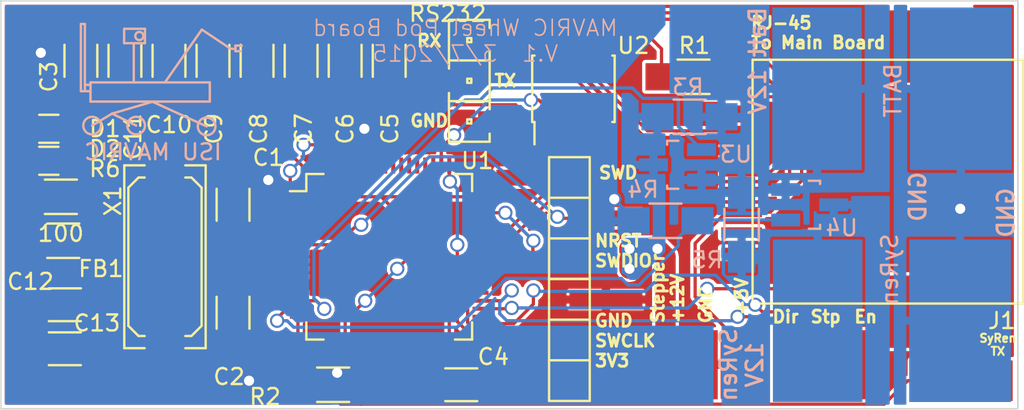
<source format=kicad_pcb>
(kicad_pcb (version 4) (host pcbnew "(2015-01-16 BZR 5376)-product")

  (general
    (links 86)
    (no_connects 0)
    (area 210.989406 128.4718 283.805001 157.08902)
    (thickness 1.6)
    (drawings 26)
    (tracks 356)
    (zones 0)
    (modules 34)
    (nets 67)
  )

  (page A4)
  (layers
    (0 F.Cu signal)
    (31 B.Cu signal hide)
    (32 B.Adhes user)
    (33 F.Adhes user)
    (34 B.Paste user)
    (35 F.Paste user)
    (36 B.SilkS user)
    (37 F.SilkS user)
    (38 B.Mask user)
    (39 F.Mask user)
    (40 Dwgs.User user)
    (41 Cmts.User user)
    (42 Eco1.User user)
    (43 Eco2.User user hide)
    (44 Edge.Cuts user)
    (45 Margin user)
    (46 B.CrtYd user)
    (47 F.CrtYd user)
    (48 B.Fab user)
    (49 F.Fab user)
  )

  (setup
    (last_trace_width 0.2032)
    (user_trace_width 0.2032)
    (user_trace_width 0.3048)
    (user_trace_width 0.4064)
    (user_trace_width 1.27)
    (trace_clearance 0.2032)
    (zone_clearance 0.1778)
    (zone_45_only no)
    (trace_min 0.2032)
    (segment_width 0.2)
    (edge_width 0.1)
    (via_size 0.889)
    (via_drill 0.635)
    (via_min_size 0.889)
    (via_min_drill 0.508)
    (uvia_size 0.508)
    (uvia_drill 0.127)
    (uvias_allowed no)
    (uvia_min_size 0.508)
    (uvia_min_drill 0.127)
    (pcb_text_width 0.3)
    (pcb_text_size 1.5 1.5)
    (mod_edge_width 0.15)
    (mod_text_size 1 1)
    (mod_text_width 0.15)
    (pad_size 0.9906 4.5593)
    (pad_drill 0)
    (pad_to_mask_clearance 0)
    (aux_axis_origin 0 0)
    (grid_origin 153.2 103.8)
    (visible_elements 7FFFFB7F)
    (pcbplotparams
      (layerselection 0x010f0_80000001)
      (usegerberextensions true)
      (excludeedgelayer true)
      (linewidth 0.149860)
      (plotframeref false)
      (viasonmask false)
      (mode 1)
      (useauxorigin false)
      (hpglpennumber 1)
      (hpglpenspeed 20)
      (hpglpendiameter 15)
      (hpglpenoverlay 2)
      (psnegative false)
      (psa4output false)
      (plotreference true)
      (plotvalue true)
      (plotinvisibletext false)
      (padsonsilk false)
      (subtractmaskfromsilk false)
      (outputformat 1)
      (mirror false)
      (drillshape 0)
      (scaleselection 1)
      (outputdirectory Export/))
  )

  (net 0 "")
  (net 1 "Net-(U1-Pad4)")
  (net 2 "Net-(U1-Pad8)")
  (net 3 "Net-(U1-Pad9)")
  (net 4 "Net-(U1-Pad10)")
  (net 5 "Net-(U1-Pad11)")
  (net 6 "Net-(U1-Pad17)")
  (net 7 "Net-(U1-Pad20)")
  (net 8 "Net-(U1-Pad21)")
  (net 9 "Net-(U1-Pad22)")
  (net 10 "Net-(U1-Pad23)")
  (net 11 "Net-(U1-Pad24)")
  (net 12 "Net-(U1-Pad25)")
  (net 13 "Net-(U1-Pad26)")
  (net 14 "Net-(U1-Pad27)")
  (net 15 "Net-(U1-Pad28)")
  (net 16 "Net-(U1-Pad29)")
  (net 17 "Net-(U1-Pad33)")
  (net 18 "Net-(U1-Pad36)")
  (net 19 "Net-(U1-Pad37)")
  (net 20 "Net-(U1-Pad38)")
  (net 21 "Net-(U1-Pad39)")
  (net 22 "Net-(U1-Pad40)")
  (net 23 "Net-(U1-Pad44)")
  (net 24 "Net-(U1-Pad45)")
  (net 25 "Net-(U1-Pad51)")
  (net 26 "Net-(U1-Pad52)")
  (net 27 "Net-(U1-Pad53)")
  (net 28 "Net-(U1-Pad54)")
  (net 29 "Net-(U1-Pad55)")
  (net 30 "Net-(U1-Pad56)")
  (net 31 "Net-(U1-Pad57)")
  (net 32 "Net-(U1-Pad58)")
  (net 33 "Net-(U1-Pad59)")
  (net 34 "Net-(U1-Pad61)")
  (net 35 "Net-(U1-Pad62)")
  (net 36 /OSC_IN)
  (net 37 GND)
  (net 38 /OSC_OUT)
  (net 39 "Net-(C3-Pad1)")
  (net 40 "Net-(C4-Pad1)")
  (net 41 +3V3)
  (net 42 /VDDA)
  (net 43 +5V)
  (net 44 +12V)
  (net 45 /Step_Enable)
  (net 46 /Step_Step)
  (net 47 /Step_Direction)
  (net 48 /USART1_TX)
  (net 49 /USART1_RX)
  (net 50 "Net-(P3-Pad6)")
  (net 51 /NRST)
  (net 52 /SWDIO)
  (net 53 /SWCLK)
  (net 54 /StepperCurrent)
  (net 55 /Stp+12V)
  (net 56 /SyRenCurrent)
  (net 57 "Net-(J1-Pad1)")
  (net 58 "Net-(J1-Pad2)")
  (net 59 "Net-(J1-Pad4)")
  (net 60 "Net-(J1-Pad5)")
  (net 61 "Net-(P4-Pad2)")
  (net 62 /USART2_TX)
  (net 63 /TX_EN)
  (net 64 "Net-(D1-Pad1)")
  (net 65 "Net-(D1-Pad2)")
  (net 66 "Net-(D2-Pad2)")

  (net_class Default "This is the default net class."
    (clearance 0.2032)
    (trace_width 0.2032)
    (via_dia 0.889)
    (via_drill 0.635)
    (uvia_dia 0.508)
    (uvia_drill 0.127)
    (add_net +12V)
    (add_net +3V3)
    (add_net +5V)
    (add_net /NRST)
    (add_net /OSC_IN)
    (add_net /OSC_OUT)
    (add_net /SWCLK)
    (add_net /SWDIO)
    (add_net /Step_Direction)
    (add_net /Step_Enable)
    (add_net /Step_Step)
    (add_net /StepperCurrent)
    (add_net /Stp+12V)
    (add_net /SyRenCurrent)
    (add_net /TX_EN)
    (add_net /USART1_RX)
    (add_net /USART1_TX)
    (add_net /USART2_TX)
    (add_net /VDDA)
    (add_net GND)
    (add_net "Net-(C3-Pad1)")
    (add_net "Net-(C4-Pad1)")
    (add_net "Net-(D1-Pad1)")
    (add_net "Net-(D1-Pad2)")
    (add_net "Net-(D2-Pad2)")
    (add_net "Net-(J1-Pad1)")
    (add_net "Net-(J1-Pad2)")
    (add_net "Net-(J1-Pad4)")
    (add_net "Net-(J1-Pad5)")
    (add_net "Net-(P3-Pad6)")
    (add_net "Net-(P4-Pad2)")
    (add_net "Net-(U1-Pad10)")
    (add_net "Net-(U1-Pad11)")
    (add_net "Net-(U1-Pad17)")
    (add_net "Net-(U1-Pad20)")
    (add_net "Net-(U1-Pad21)")
    (add_net "Net-(U1-Pad22)")
    (add_net "Net-(U1-Pad23)")
    (add_net "Net-(U1-Pad24)")
    (add_net "Net-(U1-Pad25)")
    (add_net "Net-(U1-Pad26)")
    (add_net "Net-(U1-Pad27)")
    (add_net "Net-(U1-Pad28)")
    (add_net "Net-(U1-Pad29)")
    (add_net "Net-(U1-Pad33)")
    (add_net "Net-(U1-Pad36)")
    (add_net "Net-(U1-Pad37)")
    (add_net "Net-(U1-Pad38)")
    (add_net "Net-(U1-Pad39)")
    (add_net "Net-(U1-Pad4)")
    (add_net "Net-(U1-Pad40)")
    (add_net "Net-(U1-Pad44)")
    (add_net "Net-(U1-Pad45)")
    (add_net "Net-(U1-Pad51)")
    (add_net "Net-(U1-Pad52)")
    (add_net "Net-(U1-Pad53)")
    (add_net "Net-(U1-Pad54)")
    (add_net "Net-(U1-Pad55)")
    (add_net "Net-(U1-Pad56)")
    (add_net "Net-(U1-Pad57)")
    (add_net "Net-(U1-Pad58)")
    (add_net "Net-(U1-Pad59)")
    (add_net "Net-(U1-Pad61)")
    (add_net "Net-(U1-Pad62)")
    (add_net "Net-(U1-Pad8)")
    (add_net "Net-(U1-Pad9)")
  )

  (module Capacitors_SMD:C_1206_HandSoldering (layer F.Cu) (tedit 54FB6F3E) (tstamp 54F8BB9C)
    (at 234.2 141.55 90)
    (descr "Capacitor SMD 1206, hand soldering")
    (tags "capacitor 1206")
    (path /54F86977)
    (attr smd)
    (fp_text reference C1 (at 2.95 2.2 180) (layer F.SilkS)
      (effects (font (size 1 1) (thickness 0.15)))
    )
    (fp_text value 15pF (at 0 0 90) (layer F.SilkS) hide
      (effects (font (size 1 1) (thickness 0.15)))
    )
    (fp_line (start -3.3 -1.15) (end 3.3 -1.15) (layer F.CrtYd) (width 0.05))
    (fp_line (start -3.3 1.15) (end 3.3 1.15) (layer F.CrtYd) (width 0.05))
    (fp_line (start -3.3 -1.15) (end -3.3 1.15) (layer F.CrtYd) (width 0.05))
    (fp_line (start 3.3 -1.15) (end 3.3 1.15) (layer F.CrtYd) (width 0.05))
    (fp_line (start 1 -1.025) (end -1 -1.025) (layer F.SilkS) (width 0.15))
    (fp_line (start -1 1.025) (end 1 1.025) (layer F.SilkS) (width 0.15))
    (pad 1 smd rect (at -2 0 90) (size 2 1.6) (layers F.Cu F.Paste F.Mask)
      (net 36 /OSC_IN))
    (pad 2 smd rect (at 2 0 90) (size 2 1.6) (layers F.Cu F.Paste F.Mask)
      (net 37 GND))
    (model Capacitors_SMD/C_1206_HandSoldering.wrl
      (at (xyz 0 0 0))
      (scale (xyz 1 1 1))
      (rotate (xyz 0 0 0))
    )
  )

  (module Housings_QFP:LQFP-64_10x10mm_Pitch0.5mm (layer F.Cu) (tedit 54FBF351) (tstamp 54F9313E)
    (at 243.95 144.8)
    (descr "64 LEAD LQFP 10x10mm (see MICREL LQFP10x10-64LD-PL-1.pdf)")
    (tags "QFP 0.5")
    (path /54E6BD2E)
    (attr smd)
    (fp_text reference U1 (at 5.5 -6) (layer F.SilkS)
      (effects (font (size 1 1) (thickness 0.15)))
    )
    (fp_text value STM32F401RCT6 (at -1 -0.2) (layer F.SilkS) hide
      (effects (font (size 1 1) (thickness 0.15)))
    )
    (fp_line (start -6.45 -6.45) (end -6.45 6.45) (layer F.CrtYd) (width 0.05))
    (fp_line (start 6.45 -6.45) (end 6.45 6.45) (layer F.CrtYd) (width 0.05))
    (fp_line (start -6.45 -6.45) (end 6.45 -6.45) (layer F.CrtYd) (width 0.05))
    (fp_line (start -6.45 6.45) (end 6.45 6.45) (layer F.CrtYd) (width 0.05))
    (fp_line (start -5.175 -5.175) (end -5.175 -4.1) (layer F.SilkS) (width 0.15))
    (fp_line (start 5.175 -5.175) (end 5.175 -4.1) (layer F.SilkS) (width 0.15))
    (fp_line (start 5.175 5.175) (end 5.175 4.1) (layer F.SilkS) (width 0.15))
    (fp_line (start -5.175 5.175) (end -5.175 4.1) (layer F.SilkS) (width 0.15))
    (fp_line (start -5.175 -5.175) (end -4.1 -5.175) (layer F.SilkS) (width 0.15))
    (fp_line (start -5.175 5.175) (end -4.1 5.175) (layer F.SilkS) (width 0.15))
    (fp_line (start 5.175 5.175) (end 4.1 5.175) (layer F.SilkS) (width 0.15))
    (fp_line (start 5.175 -5.175) (end 4.1 -5.175) (layer F.SilkS) (width 0.15))
    (fp_line (start -5.175 -4.1) (end -6.2 -4.1) (layer F.SilkS) (width 0.15))
    (pad 1 smd rect (at -5.7 -3.75) (size 1 0.25) (layers F.Cu F.Paste F.Mask)
      (net 41 +3V3))
    (pad 2 smd rect (at -5.7 -3.25) (size 1 0.25) (layers F.Cu F.Paste F.Mask)
      (net 65 "Net-(D1-Pad2)"))
    (pad 3 smd rect (at -5.7 -2.75) (size 1 0.25) (layers F.Cu F.Paste F.Mask)
      (net 66 "Net-(D2-Pad2)"))
    (pad 4 smd rect (at -5.7 -2.25) (size 1 0.25) (layers F.Cu F.Paste F.Mask)
      (net 1 "Net-(U1-Pad4)"))
    (pad 5 smd rect (at -5.7 -1.75) (size 1 0.25) (layers F.Cu F.Paste F.Mask)
      (net 36 /OSC_IN))
    (pad 6 smd rect (at -5.7 -1.25) (size 1 0.25) (layers F.Cu F.Paste F.Mask)
      (net 38 /OSC_OUT))
    (pad 7 smd rect (at -5.7 -0.75) (size 1 0.25) (layers F.Cu F.Paste F.Mask)
      (net 51 /NRST))
    (pad 8 smd rect (at -5.7 -0.25) (size 1 0.25) (layers F.Cu F.Paste F.Mask)
      (net 2 "Net-(U1-Pad8)"))
    (pad 9 smd rect (at -5.7 0.25) (size 1 0.25) (layers F.Cu F.Paste F.Mask)
      (net 3 "Net-(U1-Pad9)"))
    (pad 10 smd rect (at -5.7 0.75) (size 1 0.25) (layers F.Cu F.Paste F.Mask)
      (net 4 "Net-(U1-Pad10)"))
    (pad 11 smd rect (at -5.7 1.25) (size 1 0.25) (layers F.Cu F.Paste F.Mask)
      (net 5 "Net-(U1-Pad11)"))
    (pad 12 smd rect (at -5.7 1.75) (size 1 0.25) (layers F.Cu F.Paste F.Mask)
      (net 37 GND))
    (pad 13 smd rect (at -5.7 2.25) (size 1 0.25) (layers F.Cu F.Paste F.Mask)
      (net 42 /VDDA))
    (pad 14 smd rect (at -5.7 2.75) (size 1 0.25) (layers F.Cu F.Paste F.Mask)
      (net 54 /StepperCurrent))
    (pad 15 smd rect (at -5.7 3.25) (size 1 0.25) (layers F.Cu F.Paste F.Mask)
      (net 56 /SyRenCurrent))
    (pad 16 smd rect (at -5.7 3.75) (size 1 0.25) (layers F.Cu F.Paste F.Mask)
      (net 62 /USART2_TX))
    (pad 17 smd rect (at -3.75 5.7 90) (size 1 0.25) (layers F.Cu F.Paste F.Mask)
      (net 6 "Net-(U1-Pad17)"))
    (pad 18 smd rect (at -3.25 5.7 90) (size 1 0.25) (layers F.Cu F.Paste F.Mask)
      (net 37 GND))
    (pad 19 smd rect (at -2.75 5.7 90) (size 1 0.25) (layers F.Cu F.Paste F.Mask)
      (net 41 +3V3))
    (pad 20 smd rect (at -2.25 5.7 90) (size 1 0.25) (layers F.Cu F.Paste F.Mask)
      (net 7 "Net-(U1-Pad20)"))
    (pad 21 smd rect (at -1.75 5.7 90) (size 1 0.25) (layers F.Cu F.Paste F.Mask)
      (net 8 "Net-(U1-Pad21)"))
    (pad 22 smd rect (at -1.25 5.7 90) (size 1 0.25) (layers F.Cu F.Paste F.Mask)
      (net 9 "Net-(U1-Pad22)"))
    (pad 23 smd rect (at -0.75 5.7 90) (size 1 0.25) (layers F.Cu F.Paste F.Mask)
      (net 10 "Net-(U1-Pad23)"))
    (pad 24 smd rect (at -0.25 5.7 90) (size 1 0.25) (layers F.Cu F.Paste F.Mask)
      (net 11 "Net-(U1-Pad24)"))
    (pad 25 smd rect (at 0.25 5.7 90) (size 1 0.25) (layers F.Cu F.Paste F.Mask)
      (net 12 "Net-(U1-Pad25)"))
    (pad 26 smd rect (at 0.75 5.7 90) (size 1 0.25) (layers F.Cu F.Paste F.Mask)
      (net 13 "Net-(U1-Pad26)"))
    (pad 27 smd rect (at 1.25 5.7 90) (size 1 0.25) (layers F.Cu F.Paste F.Mask)
      (net 14 "Net-(U1-Pad27)"))
    (pad 28 smd rect (at 1.75 5.7 90) (size 1 0.25) (layers F.Cu F.Paste F.Mask)
      (net 15 "Net-(U1-Pad28)"))
    (pad 29 smd rect (at 2.25 5.7 90) (size 1 0.25) (layers F.Cu F.Paste F.Mask)
      (net 16 "Net-(U1-Pad29)"))
    (pad 30 smd rect (at 2.75 5.7 90) (size 1 0.25) (layers F.Cu F.Paste F.Mask)
      (net 40 "Net-(C4-Pad1)"))
    (pad 31 smd rect (at 3.25 5.7 90) (size 1 0.25) (layers F.Cu F.Paste F.Mask)
      (net 37 GND))
    (pad 32 smd rect (at 3.75 5.7 90) (size 1 0.25) (layers F.Cu F.Paste F.Mask)
      (net 41 +3V3))
    (pad 33 smd rect (at 5.7 3.75) (size 1 0.25) (layers F.Cu F.Paste F.Mask)
      (net 17 "Net-(U1-Pad33)"))
    (pad 34 smd rect (at 5.7 3.25) (size 1 0.25) (layers F.Cu F.Paste F.Mask)
      (net 45 /Step_Enable))
    (pad 35 smd rect (at 5.7 2.75) (size 1 0.25) (layers F.Cu F.Paste F.Mask)
      (net 47 /Step_Direction))
    (pad 36 smd rect (at 5.7 2.25) (size 1 0.25) (layers F.Cu F.Paste F.Mask)
      (net 18 "Net-(U1-Pad36)"))
    (pad 37 smd rect (at 5.7 1.75) (size 1 0.25) (layers F.Cu F.Paste F.Mask)
      (net 19 "Net-(U1-Pad37)"))
    (pad 38 smd rect (at 5.7 1.25) (size 1 0.25) (layers F.Cu F.Paste F.Mask)
      (net 20 "Net-(U1-Pad38)"))
    (pad 39 smd rect (at 5.7 0.75) (size 1 0.25) (layers F.Cu F.Paste F.Mask)
      (net 21 "Net-(U1-Pad39)"))
    (pad 40 smd rect (at 5.7 0.25) (size 1 0.25) (layers F.Cu F.Paste F.Mask)
      (net 22 "Net-(U1-Pad40)"))
    (pad 41 smd rect (at 5.7 -0.25) (size 1 0.25) (layers F.Cu F.Paste F.Mask)
      (net 46 /Step_Step))
    (pad 42 smd rect (at 5.7 -0.75) (size 1 0.25) (layers F.Cu F.Paste F.Mask)
      (net 48 /USART1_TX))
    (pad 43 smd rect (at 5.7 -1.25) (size 1 0.25) (layers F.Cu F.Paste F.Mask)
      (net 49 /USART1_RX))
    (pad 44 smd rect (at 5.7 -1.75) (size 1 0.25) (layers F.Cu F.Paste F.Mask)
      (net 23 "Net-(U1-Pad44)"))
    (pad 45 smd rect (at 5.7 -2.25) (size 1 0.25) (layers F.Cu F.Paste F.Mask)
      (net 24 "Net-(U1-Pad45)"))
    (pad 46 smd rect (at 5.7 -2.75) (size 1 0.25) (layers F.Cu F.Paste F.Mask)
      (net 52 /SWDIO))
    (pad 47 smd rect (at 5.7 -3.25) (size 1 0.25) (layers F.Cu F.Paste F.Mask)
      (net 37 GND))
    (pad 48 smd rect (at 5.7 -3.75) (size 1 0.25) (layers F.Cu F.Paste F.Mask)
      (net 41 +3V3))
    (pad 49 smd rect (at 3.75 -5.7 90) (size 1 0.25) (layers F.Cu F.Paste F.Mask)
      (net 53 /SWCLK))
    (pad 50 smd rect (at 3.25 -5.7 90) (size 1 0.25) (layers F.Cu F.Paste F.Mask)
      (net 63 /TX_EN))
    (pad 51 smd rect (at 2.75 -5.7 90) (size 1 0.25) (layers F.Cu F.Paste F.Mask)
      (net 25 "Net-(U1-Pad51)"))
    (pad 52 smd rect (at 2.25 -5.7 90) (size 1 0.25) (layers F.Cu F.Paste F.Mask)
      (net 26 "Net-(U1-Pad52)"))
    (pad 53 smd rect (at 1.75 -5.7 90) (size 1 0.25) (layers F.Cu F.Paste F.Mask)
      (net 27 "Net-(U1-Pad53)"))
    (pad 54 smd rect (at 1.25 -5.7 90) (size 1 0.25) (layers F.Cu F.Paste F.Mask)
      (net 28 "Net-(U1-Pad54)"))
    (pad 55 smd rect (at 0.75 -5.7 90) (size 1 0.25) (layers F.Cu F.Paste F.Mask)
      (net 29 "Net-(U1-Pad55)"))
    (pad 56 smd rect (at 0.25 -5.7 90) (size 1 0.25) (layers F.Cu F.Paste F.Mask)
      (net 30 "Net-(U1-Pad56)"))
    (pad 57 smd rect (at -0.25 -5.7 90) (size 1 0.25) (layers F.Cu F.Paste F.Mask)
      (net 31 "Net-(U1-Pad57)"))
    (pad 58 smd rect (at -0.75 -5.7 90) (size 1 0.25) (layers F.Cu F.Paste F.Mask)
      (net 32 "Net-(U1-Pad58)"))
    (pad 59 smd rect (at -1.25 -5.7 90) (size 1 0.25) (layers F.Cu F.Paste F.Mask)
      (net 33 "Net-(U1-Pad59)"))
    (pad 60 smd rect (at -1.75 -5.7 90) (size 1 0.25) (layers F.Cu F.Paste F.Mask)
      (net 39 "Net-(C3-Pad1)"))
    (pad 61 smd rect (at -2.25 -5.7 90) (size 1 0.25) (layers F.Cu F.Paste F.Mask)
      (net 34 "Net-(U1-Pad61)"))
    (pad 62 smd rect (at -2.75 -5.7 90) (size 1 0.25) (layers F.Cu F.Paste F.Mask)
      (net 35 "Net-(U1-Pad62)"))
    (pad 63 smd rect (at -3.25 -5.7 90) (size 1 0.25) (layers F.Cu F.Paste F.Mask)
      (net 37 GND))
    (pad 64 smd rect (at -3.75 -5.7 90) (size 1 0.25) (layers F.Cu F.Paste F.Mask)
      (net 41 +3V3))
    (model Housings_QFP/LQFP-64_10x10mm_Pitch0.5mm.wrl
      (at (xyz 0 0 0))
      (scale (xyz 1 1 1))
      (rotate (xyz 0 0 0))
    )
  )

  (module Capacitors_SMD:C_1206_HandSoldering (layer F.Cu) (tedit 54FBF25A) (tstamp 54F8BBA2)
    (at 234.2 148.3 270)
    (descr "Capacitor SMD 1206, hand soldering")
    (tags "capacitor 1206")
    (path /54F8696A)
    (attr smd)
    (fp_text reference C2 (at 4 0.25 360) (layer F.SilkS)
      (effects (font (size 1 1) (thickness 0.15)))
    )
    (fp_text value 15pF (at 0 0 270) (layer F.SilkS) hide
      (effects (font (size 1 1) (thickness 0.15)))
    )
    (fp_line (start -3.3 -1.15) (end 3.3 -1.15) (layer F.CrtYd) (width 0.05))
    (fp_line (start -3.3 1.15) (end 3.3 1.15) (layer F.CrtYd) (width 0.05))
    (fp_line (start -3.3 -1.15) (end -3.3 1.15) (layer F.CrtYd) (width 0.05))
    (fp_line (start 3.3 -1.15) (end 3.3 1.15) (layer F.CrtYd) (width 0.05))
    (fp_line (start 1 -1.025) (end -1 -1.025) (layer F.SilkS) (width 0.15))
    (fp_line (start -1 1.025) (end 1 1.025) (layer F.SilkS) (width 0.15))
    (pad 1 smd rect (at -2 0 270) (size 2 1.6) (layers F.Cu F.Paste F.Mask)
      (net 38 /OSC_OUT))
    (pad 2 smd rect (at 2 0 270) (size 2 1.6) (layers F.Cu F.Paste F.Mask)
      (net 37 GND))
    (model Capacitors_SMD/C_1206_HandSoldering.wrl
      (at (xyz 0 0 0))
      (scale (xyz 1 1 1))
      (rotate (xyz 0 0 0))
    )
  )

  (module Capacitors_SMD:C_1206_HandSoldering (layer F.Cu) (tedit 54FB6E0C) (tstamp 54F8BBA8)
    (at 224.7 132.55 90)
    (descr "Capacitor SMD 1206, hand soldering")
    (tags "capacitor 1206")
    (path /54F7E458)
    (attr smd)
    (fp_text reference C3 (at -1 -2 270) (layer F.SilkS)
      (effects (font (size 1 1) (thickness 0.15)))
    )
    (fp_text value .1uF (at -0.2 0 90) (layer F.SilkS) hide
      (effects (font (size 1 1) (thickness 0.15)))
    )
    (fp_line (start -3.3 -1.15) (end 3.3 -1.15) (layer F.CrtYd) (width 0.05))
    (fp_line (start -3.3 1.15) (end 3.3 1.15) (layer F.CrtYd) (width 0.05))
    (fp_line (start -3.3 -1.15) (end -3.3 1.15) (layer F.CrtYd) (width 0.05))
    (fp_line (start 3.3 -1.15) (end 3.3 1.15) (layer F.CrtYd) (width 0.05))
    (fp_line (start 1 -1.025) (end -1 -1.025) (layer F.SilkS) (width 0.15))
    (fp_line (start -1 1.025) (end 1 1.025) (layer F.SilkS) (width 0.15))
    (pad 1 smd rect (at -2 0 90) (size 2 1.6) (layers F.Cu F.Paste F.Mask)
      (net 39 "Net-(C3-Pad1)"))
    (pad 2 smd rect (at 2 0 90) (size 2 1.6) (layers F.Cu F.Paste F.Mask)
      (net 37 GND))
    (model Capacitors_SMD/C_1206_HandSoldering.wrl
      (at (xyz 0 0 0))
      (scale (xyz 1 1 1))
      (rotate (xyz 0 0 0))
    )
  )

  (module Capacitors_SMD:C_1206_HandSoldering (layer F.Cu) (tedit 54FBCB87) (tstamp 54F8BBAE)
    (at 248.45 152.8 180)
    (descr "Capacitor SMD 1206, hand soldering")
    (tags "capacitor 1206")
    (path /54F7E43D)
    (attr smd)
    (fp_text reference C4 (at -2 1.75 180) (layer F.SilkS)
      (effects (font (size 1 1) (thickness 0.15)))
    )
    (fp_text value 4.7uF (at 0 0.2 180) (layer F.SilkS) hide
      (effects (font (size 1 1) (thickness 0.15)))
    )
    (fp_line (start -3.3 -1.15) (end 3.3 -1.15) (layer F.CrtYd) (width 0.05))
    (fp_line (start -3.3 1.15) (end 3.3 1.15) (layer F.CrtYd) (width 0.05))
    (fp_line (start -3.3 -1.15) (end -3.3 1.15) (layer F.CrtYd) (width 0.05))
    (fp_line (start 3.3 -1.15) (end 3.3 1.15) (layer F.CrtYd) (width 0.05))
    (fp_line (start 1 -1.025) (end -1 -1.025) (layer F.SilkS) (width 0.15))
    (fp_line (start -1 1.025) (end 1 1.025) (layer F.SilkS) (width 0.15))
    (pad 1 smd rect (at -2 0 180) (size 2 1.6) (layers F.Cu F.Paste F.Mask)
      (net 40 "Net-(C4-Pad1)"))
    (pad 2 smd rect (at 2 0 180) (size 2 1.6) (layers F.Cu F.Paste F.Mask)
      (net 37 GND))
    (model Capacitors_SMD/C_1206_HandSoldering.wrl
      (at (xyz 0 0 0))
      (scale (xyz 1 1 1))
      (rotate (xyz 0 0 0))
    )
  )

  (module Capacitors_SMD:C_1206_HandSoldering (layer F.Cu) (tedit 54FB6E30) (tstamp 54F931FD)
    (at 243.95 132.55 90)
    (descr "Capacitor SMD 1206, hand soldering")
    (tags "capacitor 1206")
    (path /54F82786)
    (attr smd)
    (fp_text reference C5 (at -4.25 0.05 270) (layer F.SilkS)
      (effects (font (size 1 1) (thickness 0.15)))
    )
    (fp_text value .1uF (at 0 0 90) (layer F.SilkS) hide
      (effects (font (size 1 1) (thickness 0.15)))
    )
    (fp_line (start -3.3 -1.15) (end 3.3 -1.15) (layer F.CrtYd) (width 0.05))
    (fp_line (start -3.3 1.15) (end 3.3 1.15) (layer F.CrtYd) (width 0.05))
    (fp_line (start -3.3 -1.15) (end -3.3 1.15) (layer F.CrtYd) (width 0.05))
    (fp_line (start 3.3 -1.15) (end 3.3 1.15) (layer F.CrtYd) (width 0.05))
    (fp_line (start 1 -1.025) (end -1 -1.025) (layer F.SilkS) (width 0.15))
    (fp_line (start -1 1.025) (end 1 1.025) (layer F.SilkS) (width 0.15))
    (pad 1 smd rect (at -2 0 90) (size 2 1.6) (layers F.Cu F.Paste F.Mask)
      (net 41 +3V3))
    (pad 2 smd rect (at 2 0 90) (size 2 1.6) (layers F.Cu F.Paste F.Mask)
      (net 37 GND))
    (model Capacitors_SMD/C_1206_HandSoldering.wrl
      (at (xyz 0 0 0))
      (scale (xyz 1 1 1))
      (rotate (xyz 0 0 0))
    )
  )

  (module Capacitors_SMD:C_1206_HandSoldering (layer F.Cu) (tedit 54FB6E2D) (tstamp 54F931F0)
    (at 241.2 132.55 90)
    (descr "Capacitor SMD 1206, hand soldering")
    (tags "capacitor 1206")
    (path /54F82793)
    (attr smd)
    (fp_text reference C6 (at -4.25 0 270) (layer F.SilkS)
      (effects (font (size 1 1) (thickness 0.15)))
    )
    (fp_text value .1uF (at 0 0 90) (layer F.SilkS) hide
      (effects (font (size 1 1) (thickness 0.15)))
    )
    (fp_line (start -3.3 -1.15) (end 3.3 -1.15) (layer F.CrtYd) (width 0.05))
    (fp_line (start -3.3 1.15) (end 3.3 1.15) (layer F.CrtYd) (width 0.05))
    (fp_line (start -3.3 -1.15) (end -3.3 1.15) (layer F.CrtYd) (width 0.05))
    (fp_line (start 3.3 -1.15) (end 3.3 1.15) (layer F.CrtYd) (width 0.05))
    (fp_line (start 1 -1.025) (end -1 -1.025) (layer F.SilkS) (width 0.15))
    (fp_line (start -1 1.025) (end 1 1.025) (layer F.SilkS) (width 0.15))
    (pad 1 smd rect (at -2 0 90) (size 2 1.6) (layers F.Cu F.Paste F.Mask)
      (net 41 +3V3))
    (pad 2 smd rect (at 2 0 90) (size 2 1.6) (layers F.Cu F.Paste F.Mask)
      (net 37 GND))
    (model Capacitors_SMD/C_1206_HandSoldering.wrl
      (at (xyz 0 0 0))
      (scale (xyz 1 1 1))
      (rotate (xyz 0 0 0))
    )
  )

  (module Capacitors_SMD:C_1206_HandSoldering (layer F.Cu) (tedit 54FB6E34) (tstamp 54F931E3)
    (at 238.45 132.55 90)
    (descr "Capacitor SMD 1206, hand soldering")
    (tags "capacitor 1206")
    (path /54F827A0)
    (attr smd)
    (fp_text reference C7 (at -4.25 0.15 90) (layer F.SilkS)
      (effects (font (size 1 1) (thickness 0.15)))
    )
    (fp_text value .1uF (at 0 0 90) (layer F.SilkS) hide
      (effects (font (size 1 1) (thickness 0.15)))
    )
    (fp_line (start -3.3 -1.15) (end 3.3 -1.15) (layer F.CrtYd) (width 0.05))
    (fp_line (start -3.3 1.15) (end 3.3 1.15) (layer F.CrtYd) (width 0.05))
    (fp_line (start -3.3 -1.15) (end -3.3 1.15) (layer F.CrtYd) (width 0.05))
    (fp_line (start 3.3 -1.15) (end 3.3 1.15) (layer F.CrtYd) (width 0.05))
    (fp_line (start 1 -1.025) (end -1 -1.025) (layer F.SilkS) (width 0.15))
    (fp_line (start -1 1.025) (end 1 1.025) (layer F.SilkS) (width 0.15))
    (pad 1 smd rect (at -2 0 90) (size 2 1.6) (layers F.Cu F.Paste F.Mask)
      (net 41 +3V3))
    (pad 2 smd rect (at 2 0 90) (size 2 1.6) (layers F.Cu F.Paste F.Mask)
      (net 37 GND))
    (model Capacitors_SMD/C_1206_HandSoldering.wrl
      (at (xyz 0 0 0))
      (scale (xyz 1 1 1))
      (rotate (xyz 0 0 0))
    )
  )

  (module Capacitors_SMD:C_1206_HandSoldering (layer F.Cu) (tedit 54FB6E24) (tstamp 54F931D6)
    (at 235.7 132.55 90)
    (descr "Capacitor SMD 1206, hand soldering")
    (tags "capacitor 1206")
    (path /54F827E1)
    (attr smd)
    (fp_text reference C8 (at -4.25 0.1 270) (layer F.SilkS)
      (effects (font (size 1 1) (thickness 0.15)))
    )
    (fp_text value 4.7uF (at 0 0 90) (layer F.SilkS) hide
      (effects (font (size 1 1) (thickness 0.15)))
    )
    (fp_line (start -3.3 -1.15) (end 3.3 -1.15) (layer F.CrtYd) (width 0.05))
    (fp_line (start -3.3 1.15) (end 3.3 1.15) (layer F.CrtYd) (width 0.05))
    (fp_line (start -3.3 -1.15) (end -3.3 1.15) (layer F.CrtYd) (width 0.05))
    (fp_line (start 3.3 -1.15) (end 3.3 1.15) (layer F.CrtYd) (width 0.05))
    (fp_line (start 1 -1.025) (end -1 -1.025) (layer F.SilkS) (width 0.15))
    (fp_line (start -1 1.025) (end 1 1.025) (layer F.SilkS) (width 0.15))
    (pad 1 smd rect (at -2 0 90) (size 2 1.6) (layers F.Cu F.Paste F.Mask)
      (net 41 +3V3))
    (pad 2 smd rect (at 2 0 90) (size 2 1.6) (layers F.Cu F.Paste F.Mask)
      (net 37 GND))
    (model Capacitors_SMD/C_1206_HandSoldering.wrl
      (at (xyz 0 0 0))
      (scale (xyz 1 1 1))
      (rotate (xyz 0 0 0))
    )
  )

  (module Capacitors_SMD:C_1206_HandSoldering (layer F.Cu) (tedit 54FB6E20) (tstamp 54F94124)
    (at 232.95 132.55 90)
    (descr "Capacitor SMD 1206, hand soldering")
    (tags "capacitor 1206")
    (path /54F827AD)
    (attr smd)
    (fp_text reference C9 (at -4.25 0.05 270) (layer F.SilkS)
      (effects (font (size 1 1) (thickness 0.15)))
    )
    (fp_text value .1uF (at 0 0 90) (layer F.SilkS) hide
      (effects (font (size 1 1) (thickness 0.15)))
    )
    (fp_line (start -3.3 -1.15) (end 3.3 -1.15) (layer F.CrtYd) (width 0.05))
    (fp_line (start -3.3 1.15) (end 3.3 1.15) (layer F.CrtYd) (width 0.05))
    (fp_line (start -3.3 -1.15) (end -3.3 1.15) (layer F.CrtYd) (width 0.05))
    (fp_line (start 3.3 -1.15) (end 3.3 1.15) (layer F.CrtYd) (width 0.05))
    (fp_line (start 1 -1.025) (end -1 -1.025) (layer F.SilkS) (width 0.15))
    (fp_line (start -1 1.025) (end 1 1.025) (layer F.SilkS) (width 0.15))
    (pad 1 smd rect (at -2 0 90) (size 2 1.6) (layers F.Cu F.Paste F.Mask)
      (net 41 +3V3))
    (pad 2 smd rect (at 2 0 90) (size 2 1.6) (layers F.Cu F.Paste F.Mask)
      (net 37 GND))
    (model Capacitors_SMD/C_1206_HandSoldering.wrl
      (at (xyz 0 0 0))
      (scale (xyz 1 1 1))
      (rotate (xyz 0 0 0))
    )
  )

  (module Capacitors_SMD:C_1206_HandSoldering (layer F.Cu) (tedit 54F92E30) (tstamp 54F9413E)
    (at 230.2 132.55 90)
    (descr "Capacitor SMD 1206, hand soldering")
    (tags "capacitor 1206")
    (path /54F827BA)
    (attr smd)
    (fp_text reference C10 (at -4 0 180) (layer F.SilkS)
      (effects (font (size 1 1) (thickness 0.15)))
    )
    (fp_text value .1uF (at 0 0 90) (layer F.SilkS) hide
      (effects (font (size 1 1) (thickness 0.15)))
    )
    (fp_line (start -3.3 -1.15) (end 3.3 -1.15) (layer F.CrtYd) (width 0.05))
    (fp_line (start -3.3 1.15) (end 3.3 1.15) (layer F.CrtYd) (width 0.05))
    (fp_line (start -3.3 -1.15) (end -3.3 1.15) (layer F.CrtYd) (width 0.05))
    (fp_line (start 3.3 -1.15) (end 3.3 1.15) (layer F.CrtYd) (width 0.05))
    (fp_line (start 1 -1.025) (end -1 -1.025) (layer F.SilkS) (width 0.15))
    (fp_line (start -1 1.025) (end 1 1.025) (layer F.SilkS) (width 0.15))
    (pad 1 smd rect (at -2 0 90) (size 2 1.6) (layers F.Cu F.Paste F.Mask)
      (net 41 +3V3))
    (pad 2 smd rect (at 2 0 90) (size 2 1.6) (layers F.Cu F.Paste F.Mask)
      (net 37 GND))
    (model Capacitors_SMD/C_1206_HandSoldering.wrl
      (at (xyz 0 0 0))
      (scale (xyz 1 1 1))
      (rotate (xyz 0 0 0))
    )
  )

  (module Capacitors_SMD:C_1206_HandSoldering (layer F.Cu) (tedit 54FB6E1A) (tstamp 54F931AF)
    (at 227.45 132.55 90)
    (descr "Capacitor SMD 1206, hand soldering")
    (tags "capacitor 1206")
    (path /54F827C7)
    (attr smd)
    (fp_text reference C11 (at -4.75 0.5 90) (layer F.SilkS)
      (effects (font (size 1 1) (thickness 0.15)))
    )
    (fp_text value .1uF (at 0 0 90) (layer F.SilkS) hide
      (effects (font (size 1 1) (thickness 0.15)))
    )
    (fp_line (start -3.3 -1.15) (end 3.3 -1.15) (layer F.CrtYd) (width 0.05))
    (fp_line (start -3.3 1.15) (end 3.3 1.15) (layer F.CrtYd) (width 0.05))
    (fp_line (start -3.3 -1.15) (end -3.3 1.15) (layer F.CrtYd) (width 0.05))
    (fp_line (start 3.3 -1.15) (end 3.3 1.15) (layer F.CrtYd) (width 0.05))
    (fp_line (start 1 -1.025) (end -1 -1.025) (layer F.SilkS) (width 0.15))
    (fp_line (start -1 1.025) (end 1 1.025) (layer F.SilkS) (width 0.15))
    (pad 1 smd rect (at -2 0 90) (size 2 1.6) (layers F.Cu F.Paste F.Mask)
      (net 41 +3V3))
    (pad 2 smd rect (at 2 0 90) (size 2 1.6) (layers F.Cu F.Paste F.Mask)
      (net 37 GND))
    (model Capacitors_SMD/C_1206_HandSoldering.wrl
      (at (xyz 0 0 0))
      (scale (xyz 1 1 1))
      (rotate (xyz 0 0 0))
    )
  )

  (module Capacitors_SMD:C_1206_HandSoldering (layer F.Cu) (tedit 54FBCCD0) (tstamp 54F8BBDE)
    (at 223.7 147.8 180)
    (descr "Capacitor SMD 1206, hand soldering")
    (tags "capacitor 1206")
    (path /54F827D4)
    (attr smd)
    (fp_text reference C12 (at 2.15 1.45 180) (layer F.SilkS)
      (effects (font (size 1 1) (thickness 0.15)))
    )
    (fp_text value .1uF (at 0 0 180) (layer F.SilkS) hide
      (effects (font (size 1 1) (thickness 0.15)))
    )
    (fp_line (start -3.3 -1.15) (end 3.3 -1.15) (layer F.CrtYd) (width 0.05))
    (fp_line (start -3.3 1.15) (end 3.3 1.15) (layer F.CrtYd) (width 0.05))
    (fp_line (start -3.3 -1.15) (end -3.3 1.15) (layer F.CrtYd) (width 0.05))
    (fp_line (start 3.3 -1.15) (end 3.3 1.15) (layer F.CrtYd) (width 0.05))
    (fp_line (start 1 -1.025) (end -1 -1.025) (layer F.SilkS) (width 0.15))
    (fp_line (start -1 1.025) (end 1 1.025) (layer F.SilkS) (width 0.15))
    (pad 1 smd rect (at -2 0 180) (size 2 1.6) (layers F.Cu F.Paste F.Mask)
      (net 42 /VDDA))
    (pad 2 smd rect (at 2 0 180) (size 2 1.6) (layers F.Cu F.Paste F.Mask)
      (net 37 GND))
    (model Capacitors_SMD/C_1206_HandSoldering.wrl
      (at (xyz 0 0 0))
      (scale (xyz 1 1 1))
      (rotate (xyz 0 0 0))
    )
  )

  (module Capacitors_SMD:C_1206_HandSoldering (layer F.Cu) (tedit 54FBCCD9) (tstamp 54F8BBE4)
    (at 223.7 150.55 180)
    (descr "Capacitor SMD 1206, hand soldering")
    (tags "capacitor 1206")
    (path /54F827EE)
    (attr smd)
    (fp_text reference C13 (at -2 1.6 360) (layer F.SilkS)
      (effects (font (size 1 1) (thickness 0.15)))
    )
    (fp_text value 1uF (at 0 0 180) (layer F.SilkS) hide
      (effects (font (size 1 1) (thickness 0.15)))
    )
    (fp_line (start -3.3 -1.15) (end 3.3 -1.15) (layer F.CrtYd) (width 0.05))
    (fp_line (start -3.3 1.15) (end 3.3 1.15) (layer F.CrtYd) (width 0.05))
    (fp_line (start -3.3 -1.15) (end -3.3 1.15) (layer F.CrtYd) (width 0.05))
    (fp_line (start 3.3 -1.15) (end 3.3 1.15) (layer F.CrtYd) (width 0.05))
    (fp_line (start 1 -1.025) (end -1 -1.025) (layer F.SilkS) (width 0.15))
    (fp_line (start -1 1.025) (end 1 1.025) (layer F.SilkS) (width 0.15))
    (pad 1 smd rect (at -2 0 180) (size 2 1.6) (layers F.Cu F.Paste F.Mask)
      (net 42 /VDDA))
    (pad 2 smd rect (at 2 0 180) (size 2 1.6) (layers F.Cu F.Paste F.Mask)
      (net 37 GND))
    (model Capacitors_SMD/C_1206_HandSoldering.wrl
      (at (xyz 0 0 0))
      (scale (xyz 1 1 1))
      (rotate (xyz 0 0 0))
    )
  )

  (module Resistors_SMD:R_1206_HandSoldering (layer F.Cu) (tedit 54FBCCCC) (tstamp 54FBC49E)
    (at 223.6 143.8)
    (descr "Resistor SMD 1206, hand soldering")
    (tags "resistor 1206")
    (path /54F82778)
    (attr smd)
    (fp_text reference FB1 (at 2.35 1.75 180) (layer F.SilkS)
      (effects (font (size 1 1) (thickness 0.15)))
    )
    (fp_text value 50O (at 0 0) (layer F.SilkS) hide
      (effects (font (size 1 1) (thickness 0.15)))
    )
    (fp_line (start -3.3 -1.2) (end 3.3 -1.2) (layer F.CrtYd) (width 0.05))
    (fp_line (start -3.3 1.2) (end 3.3 1.2) (layer F.CrtYd) (width 0.05))
    (fp_line (start -3.3 -1.2) (end -3.3 1.2) (layer F.CrtYd) (width 0.05))
    (fp_line (start 3.3 -1.2) (end 3.3 1.2) (layer F.CrtYd) (width 0.05))
    (fp_line (start 1 1.075) (end -1 1.075) (layer F.SilkS) (width 0.15))
    (fp_line (start -1 -1.075) (end 1 -1.075) (layer F.SilkS) (width 0.15))
    (pad 1 smd rect (at -2 0) (size 2 1.7) (layers F.Cu F.Paste F.Mask)
      (net 41 +3V3))
    (pad 2 smd rect (at 2 0) (size 2 1.7) (layers F.Cu F.Paste F.Mask)
      (net 42 /VDDA))
    (model Resistors_SMD/R_1206_HandSoldering.wrl
      (at (xyz 0 0 0))
      (scale (xyz 1 1 1))
      (rotate (xyz 0 0 0))
    )
  )

  (module MAVRIC_footprints:1x3_SMD_header (layer F.Cu) (tedit 54FB6E65) (tstamp 54F8BC37)
    (at 248.95 133.8 270)
    (path /54FB0485)
    (fp_text reference P2 (at 0 -4 270) (layer F.SilkS) hide
      (effects (font (size 1 1) (thickness 0.15)))
    )
    (fp_text value RS232 (at -4.2 1.35 540) (layer F.SilkS)
      (effects (font (size 1 1) (thickness 0.15)))
    )
    (fp_line (start 3.302 -1.27) (end 3.81 -1.27) (layer F.SilkS) (width 0.15))
    (fp_line (start 3.81 -1.27) (end 3.81 1.27) (layer F.SilkS) (width 0.15))
    (fp_line (start 3.81 1.27) (end 1.27 1.27) (layer F.SilkS) (width 0.15))
    (fp_line (start 1.27 -1.27) (end 1.778 -1.27) (layer F.SilkS) (width 0.15))
    (fp_line (start -1.27 1.27) (end -0.762 1.27) (layer F.SilkS) (width 0.15))
    (fp_line (start -1.27 -1.27) (end 1.27 -1.27) (layer F.SilkS) (width 0.15))
    (fp_line (start 1.27 -1.27) (end 1.27 1.27) (layer F.SilkS) (width 0.15))
    (fp_line (start 1.27 1.27) (end 0.762 1.27) (layer F.SilkS) (width 0.15))
    (fp_line (start -3.81 -1.27) (end -3.81 1.27) (layer F.SilkS) (width 0.15))
    (fp_line (start -3.81 1.27) (end -1.27 1.27) (layer F.SilkS) (width 0.15))
    (fp_line (start -1.27 1.27) (end -1.27 -1.27) (layer F.SilkS) (width 0.15))
    (fp_line (start -1.27 -1.27) (end -1.778 -1.27) (layer F.SilkS) (width 0.15))
    (fp_line (start -3.81 -1.27) (end -3.302 -1.27) (layer F.SilkS) (width 0.15))
    (fp_line (start 2.413 -0.127) (end 2.413 0.127) (layer F.SilkS) (width 0.15))
    (fp_line (start 2.413 0.127) (end 2.667 0.127) (layer F.SilkS) (width 0.15))
    (fp_line (start 2.667 0.127) (end 2.667 -0.127) (layer F.SilkS) (width 0.15))
    (fp_line (start 2.667 -0.127) (end 2.413 -0.127) (layer F.SilkS) (width 0.15))
    (fp_line (start -0.127 -0.127) (end -0.127 0.127) (layer F.SilkS) (width 0.15))
    (fp_line (start -0.127 0.127) (end 0.127 0.127) (layer F.SilkS) (width 0.15))
    (fp_line (start 0.127 0.127) (end 0.127 -0.127) (layer F.SilkS) (width 0.15))
    (fp_line (start 0.127 -0.127) (end -0.127 -0.127) (layer F.SilkS) (width 0.15))
    (fp_line (start -0.127 -0.127) (end 0 -0.127) (layer F.SilkS) (width 0.15))
    (fp_line (start -2.667 -0.127) (end -2.667 0.127) (layer F.SilkS) (width 0.15))
    (fp_line (start -2.667 0.127) (end -2.413 0.127) (layer F.SilkS) (width 0.15))
    (fp_line (start -2.413 0.127) (end -2.413 -0.127) (layer F.SilkS) (width 0.15))
    (fp_line (start -2.413 -0.127) (end -2.667 -0.127) (layer F.SilkS) (width 0.15))
    (pad 2 smd rect (at 0 1.65 270) (size 1.27 2.2) (layers F.Cu F.Paste F.Mask)
      (net 48 /USART1_TX))
    (pad 1 smd rect (at -2.54 -1.65 270) (size 1.27 2.2) (layers F.Cu F.Paste F.Mask)
      (net 49 /USART1_RX))
    (pad 3 smd rect (at 2.54 -1.65 270) (size 1.27 2.2) (layers F.Cu F.Paste F.Mask)
      (net 37 GND))
  )

  (module Resistors_SMD:R_1206_HandSoldering (layer F.Cu) (tedit 54FB6F4E) (tstamp 54F8BC4E)
    (at 262.95 133.55)
    (descr "Resistor SMD 1206, hand soldering")
    (tags "resistor 1206")
    (path /54F85784)
    (attr smd)
    (fp_text reference R1 (at 0.05 -1.95 180) (layer F.SilkS)
      (effects (font (size 1 1) (thickness 0.15)))
    )
    (fp_text value 100 (at 0 0) (layer F.SilkS) hide
      (effects (font (size 1 1) (thickness 0.15)))
    )
    (fp_line (start -3.3 -1.2) (end 3.3 -1.2) (layer F.CrtYd) (width 0.05))
    (fp_line (start -3.3 1.2) (end 3.3 1.2) (layer F.CrtYd) (width 0.05))
    (fp_line (start -3.3 -1.2) (end -3.3 1.2) (layer F.CrtYd) (width 0.05))
    (fp_line (start 3.3 -1.2) (end 3.3 1.2) (layer F.CrtYd) (width 0.05))
    (fp_line (start 1 1.075) (end -1 1.075) (layer F.SilkS) (width 0.15))
    (fp_line (start -1 -1.075) (end 1 -1.075) (layer F.SilkS) (width 0.15))
    (pad 1 smd rect (at -2 0) (size 2 1.7) (layers F.Cu F.Paste F.Mask)
      (net 60 "Net-(J1-Pad5)"))
    (pad 2 smd rect (at 2 0) (size 2 1.7) (layers F.Cu F.Paste F.Mask)
      (net 59 "Net-(J1-Pad4)"))
    (model Resistors_SMD/R_1206_HandSoldering.wrl
      (at (xyz 0 0 0))
      (scale (xyz 1 1 1))
      (rotate (xyz 0 0 0))
    )
  )

  (module Resistors_SMD:R_1206_HandSoldering (layer F.Cu) (tedit 54FBF25D) (tstamp 54F93912)
    (at 240.45 152.8 180)
    (descr "Resistor SMD 1206, hand soldering")
    (tags "resistor 1206")
    (path /54F83FA2)
    (attr smd)
    (fp_text reference R2 (at 4.25 -0.75 360) (layer F.SilkS)
      (effects (font (size 1 1) (thickness 0.15)))
    )
    (fp_text value 8.06k (at 0.2 0.2 180) (layer F.SilkS) hide
      (effects (font (size 1 1) (thickness 0.15)))
    )
    (fp_line (start -3.3 -1.2) (end 3.3 -1.2) (layer F.CrtYd) (width 0.05))
    (fp_line (start -3.3 1.2) (end 3.3 1.2) (layer F.CrtYd) (width 0.05))
    (fp_line (start -3.3 -1.2) (end -3.3 1.2) (layer F.CrtYd) (width 0.05))
    (fp_line (start 3.3 -1.2) (end 3.3 1.2) (layer F.CrtYd) (width 0.05))
    (fp_line (start 1 1.075) (end -1 1.075) (layer F.SilkS) (width 0.15))
    (fp_line (start -1 -1.075) (end 1 -1.075) (layer F.SilkS) (width 0.15))
    (pad 1 smd rect (at -2 0 180) (size 2 1.7) (layers F.Cu F.Paste F.Mask)
      (net 37 GND))
    (pad 2 smd rect (at 2 0 180) (size 2 1.7) (layers F.Cu F.Paste F.Mask)
      (net 54 /StepperCurrent))
    (model Resistors_SMD/R_1206_HandSoldering.wrl
      (at (xyz 0 0 0))
      (scale (xyz 1 1 1))
      (rotate (xyz 0 0 0))
    )
  )

  (module Resistors_SMD:R_1206_HandSoldering (layer B.Cu) (tedit 54FB6F83) (tstamp 54F8BC5A)
    (at 262.7 136.05 180)
    (descr "Resistor SMD 1206, hand soldering")
    (tags "resistor 1206")
    (path /54F83F95)
    (attr smd)
    (fp_text reference R3 (at 0.1 1.85 180) (layer B.SilkS)
      (effects (font (size 1 1) (thickness 0.15)) (justify mirror))
    )
    (fp_text value 25m (at 0.2 0 180) (layer B.SilkS) hide
      (effects (font (size 1 1) (thickness 0.15)) (justify mirror))
    )
    (fp_line (start -3.3 1.2) (end 3.3 1.2) (layer B.CrtYd) (width 0.05))
    (fp_line (start -3.3 -1.2) (end 3.3 -1.2) (layer B.CrtYd) (width 0.05))
    (fp_line (start -3.3 1.2) (end -3.3 -1.2) (layer B.CrtYd) (width 0.05))
    (fp_line (start 3.3 1.2) (end 3.3 -1.2) (layer B.CrtYd) (width 0.05))
    (fp_line (start 1 -1.075) (end -1 -1.075) (layer B.SilkS) (width 0.15))
    (fp_line (start -1 1.075) (end 1 1.075) (layer B.SilkS) (width 0.15))
    (pad 1 smd rect (at -2 0 180) (size 2 1.7) (layers B.Cu B.Paste B.Mask)
      (net 44 +12V))
    (pad 2 smd rect (at 2 0 180) (size 2 1.7) (layers B.Cu B.Paste B.Mask)
      (net 55 /Stp+12V))
    (model Resistors_SMD/R_1206_HandSoldering.wrl
      (at (xyz 0 0 0))
      (scale (xyz 1 1 1))
      (rotate (xyz 0 0 0))
    )
  )

  (module Resistors_SMD:R_1206_HandSoldering (layer B.Cu) (tedit 54FB6FA7) (tstamp 54F9391F)
    (at 261.2 142.55)
    (descr "Resistor SMD 1206, hand soldering")
    (tags "resistor 1206")
    (path /54F9727E)
    (attr smd)
    (fp_text reference R4 (at -1.4 -1.95) (layer B.SilkS)
      (effects (font (size 1 1) (thickness 0.15)) (justify mirror))
    )
    (fp_text value 8.06k (at 0 0) (layer B.SilkS) hide
      (effects (font (size 1 1) (thickness 0.15)) (justify mirror))
    )
    (fp_line (start -3.3 1.2) (end 3.3 1.2) (layer B.CrtYd) (width 0.05))
    (fp_line (start -3.3 -1.2) (end 3.3 -1.2) (layer B.CrtYd) (width 0.05))
    (fp_line (start -3.3 1.2) (end -3.3 -1.2) (layer B.CrtYd) (width 0.05))
    (fp_line (start 3.3 1.2) (end 3.3 -1.2) (layer B.CrtYd) (width 0.05))
    (fp_line (start 1 -1.075) (end -1 -1.075) (layer B.SilkS) (width 0.15))
    (fp_line (start -1 1.075) (end 1 1.075) (layer B.SilkS) (width 0.15))
    (pad 1 smd rect (at -2 0) (size 2 1.7) (layers B.Cu B.Paste B.Mask)
      (net 37 GND))
    (pad 2 smd rect (at 2 0) (size 2 1.7) (layers B.Cu B.Paste B.Mask)
      (net 56 /SyRenCurrent))
    (model Resistors_SMD/R_1206_HandSoldering.wrl
      (at (xyz 0 0 0))
      (scale (xyz 1 1 1))
      (rotate (xyz 0 0 0))
    )
  )

  (module Resistors_SMD:R_1206_HandSoldering (layer B.Cu) (tedit 54FB6F98) (tstamp 54F8BC66)
    (at 265.95 142.8 270)
    (descr "Resistor SMD 1206, hand soldering")
    (tags "resistor 1206")
    (path /54F97272)
    (attr smd)
    (fp_text reference R5 (at 2.2 2.15 360) (layer B.SilkS)
      (effects (font (size 1 1) (thickness 0.15)) (justify mirror))
    )
    (fp_text value 7m (at -0.2 0.2 270) (layer B.SilkS) hide
      (effects (font (size 1 1) (thickness 0.15)) (justify mirror))
    )
    (fp_line (start -3.3 1.2) (end 3.3 1.2) (layer B.CrtYd) (width 0.05))
    (fp_line (start -3.3 -1.2) (end 3.3 -1.2) (layer B.CrtYd) (width 0.05))
    (fp_line (start -3.3 1.2) (end -3.3 -1.2) (layer B.CrtYd) (width 0.05))
    (fp_line (start 3.3 1.2) (end 3.3 -1.2) (layer B.CrtYd) (width 0.05))
    (fp_line (start 1 -1.075) (end -1 -1.075) (layer B.SilkS) (width 0.15))
    (fp_line (start -1 1.075) (end 1 1.075) (layer B.SilkS) (width 0.15))
    (pad 1 smd rect (at -2 0 270) (size 2 1.7) (layers B.Cu B.Paste B.Mask)
      (net 44 +12V))
    (pad 2 smd rect (at 2 0 270) (size 2 1.7) (layers B.Cu B.Paste B.Mask)
      (net 61 "Net-(P4-Pad2)"))
    (model Resistors_SMD/R_1206_HandSoldering.wrl
      (at (xyz 0 0 0))
      (scale (xyz 1 1 1))
      (rotate (xyz 0 0 0))
    )
  )

  (module Crystals_Oscillators_SMD:Q_49U3HMS (layer F.Cu) (tedit 54FB6F13) (tstamp 54F93155)
    (at 229.95 144.8 270)
    (path /54F8695D)
    (fp_text reference X1 (at -3.5 3.25 450) (layer F.SilkS)
      (effects (font (size 1 1) (thickness 0.15)))
    )
    (fp_text value 24MHz (at -0.2 0.2 270) (layer F.SilkS) hide
      (effects (font (size 1 1) (thickness 0.15)))
    )
    (fp_line (start -4.953 -1.651) (end -4.953 -1.27) (layer F.SilkS) (width 0.15))
    (fp_line (start -4.953 1.651) (end -4.953 1.27) (layer F.SilkS) (width 0.15))
    (fp_line (start 4.953 1.651) (end 4.953 1.27) (layer F.SilkS) (width 0.15))
    (fp_line (start 4.953 -1.651) (end 4.953 -1.27) (layer F.SilkS) (width 0.15))
    (fp_line (start 5.715 -2.54) (end 5.715 -1.27) (layer F.SilkS) (width 0.15))
    (fp_line (start 5.715 2.54) (end 5.715 1.27) (layer F.SilkS) (width 0.15))
    (fp_line (start -5.715 2.54) (end -5.715 1.27) (layer F.SilkS) (width 0.15))
    (fp_line (start -5.715 -2.54) (end -5.715 -1.27) (layer F.SilkS) (width 0.15))
    (fp_line (start -4.953 1.651) (end -4.318 2.286) (layer F.SilkS) (width 0.15))
    (fp_line (start -4.318 2.286) (end 4.318 2.286) (layer F.SilkS) (width 0.15))
    (fp_line (start 4.318 2.286) (end 4.953 1.651) (layer F.SilkS) (width 0.15))
    (fp_line (start 4.953 -1.651) (end 4.318 -2.286) (layer F.SilkS) (width 0.15))
    (fp_line (start 4.318 -2.286) (end -4.318 -2.286) (layer F.SilkS) (width 0.15))
    (fp_line (start -4.318 -2.286) (end -4.953 -1.651) (layer F.SilkS) (width 0.15))
    (fp_line (start 5.715 2.54) (end -5.715 2.54) (layer F.SilkS) (width 0.15))
    (fp_line (start -5.715 -2.54) (end 5.715 -2.54) (layer F.SilkS) (width 0.15))
    (pad 1 smd rect (at -4.699 0 270) (size 5.4991 1.99898) (layers F.Cu F.Paste F.Mask)
      (net 36 /OSC_IN))
    (pad 2 smd rect (at 4.699 0 270) (size 5.4991 1.99898) (layers F.Cu F.Paste F.Mask)
      (net 38 /OSC_OUT))
    (model Crystals_Oscillators_SMD/Q_49U3HMS.wrl
      (at (xyz 0 0 0))
      (scale (xyz 1 1 1))
      (rotate (xyz 0 0 0))
    )
  )

  (module MAVRIC_footprints:Molex_RJ45_0437438101 (layer F.Cu) (tedit 54FBCC70) (tstamp 54FBCA23)
    (at 265.95 144.55 90)
    (path /54FA3CB5)
    (fp_text reference J1 (at -4.25 16.25 180) (layer F.SilkS)
      (effects (font (size 1 1) (thickness 0.15)))
    )
    (fp_text value Conn_RJ-45 (at 13.15 5.05 180) (layer F.SilkS) hide
      (effects (font (size 1 1) (thickness 0.15)))
    )
    (fp_line (start -3.175 0.6858) (end -3.175 17.5768) (layer F.SilkS) (width 0.15))
    (fp_line (start -3.175 17.5768) (end 12.065 17.5768) (layer F.SilkS) (width 0.15))
    (fp_line (start 12.065 17.5768) (end 12.065 0.6858) (layer F.SilkS) (width 0.15))
    (fp_line (start 12.065 0.6858) (end -3.175 0.6858) (layer F.SilkS) (width 0.15))
    (pad 1 smd rect (at 0 0 90) (size 0.635 2.54) (layers F.Cu F.Paste F.Mask)
      (net 57 "Net-(J1-Pad1)"))
    (pad 2 smd rect (at 1.27 0 90) (size 0.635 2.54) (layers F.Cu F.Paste F.Mask)
      (net 58 "Net-(J1-Pad2)"))
    (pad 3 smd rect (at 2.54 0 90) (size 0.635 2.54) (layers F.Cu F.Paste F.Mask)
      (net 43 +5V))
    (pad 4 smd rect (at 3.81 0 90) (size 0.635 2.54) (layers F.Cu F.Paste F.Mask)
      (net 59 "Net-(J1-Pad4)"))
    (pad 5 smd rect (at 5.08 0 90) (size 0.635 2.54) (layers F.Cu F.Paste F.Mask)
      (net 60 "Net-(J1-Pad5)"))
    (pad 6 smd rect (at 6.35 0 90) (size 0.635 2.54) (layers F.Cu F.Paste F.Mask)
      (net 37 GND))
    (pad 7 smd rect (at 7.62 0 90) (size 0.635 2.54) (layers F.Cu F.Paste F.Mask)
      (net 41 +3V3))
    (pad 8 smd rect (at 8.89 0 90) (size 0.635 2.54) (layers F.Cu F.Paste F.Mask)
      (net 37 GND))
    (pad "" smd rect (at 12.8905 11.7983 90) (size 4.5212 5.207) (layers F.Cu F.Paste F.Mask))
    (pad "" smd rect (at -3.683 11.7983 90) (size 4.5212 5.207) (layers F.Cu F.Paste F.Mask))
  )

  (module Housings_SOIC:SOIC-8_3.9x4.9mm_Pitch1.27mm (layer F.Cu) (tedit 54FB6E72) (tstamp 54F914E2)
    (at 255.45 134.3 90)
    (descr "8-Lead Plastic Small Outline (SN) - Narrow, 3.90 mm Body [SOIC] (see Microchip Packaging Specification 00000049BS.pdf)")
    (tags "SOIC 1.27")
    (path /54F80B75)
    (attr smd)
    (fp_text reference U2 (at 2.7 3.75 180) (layer F.SilkS)
      (effects (font (size 1 1) (thickness 0.15)))
    )
    (fp_text value SN75176BDR (at 0.8 4.4 90) (layer F.SilkS) hide
      (effects (font (size 1 1) (thickness 0.15)))
    )
    (fp_line (start -3.75 -2.75) (end -3.75 2.75) (layer F.CrtYd) (width 0.05))
    (fp_line (start 3.75 -2.75) (end 3.75 2.75) (layer F.CrtYd) (width 0.05))
    (fp_line (start -3.75 -2.75) (end 3.75 -2.75) (layer F.CrtYd) (width 0.05))
    (fp_line (start -3.75 2.75) (end 3.75 2.75) (layer F.CrtYd) (width 0.05))
    (fp_line (start -2.075 -2.575) (end -2.075 -2.43) (layer F.SilkS) (width 0.15))
    (fp_line (start 2.075 -2.575) (end 2.075 -2.43) (layer F.SilkS) (width 0.15))
    (fp_line (start 2.075 2.575) (end 2.075 2.43) (layer F.SilkS) (width 0.15))
    (fp_line (start -2.075 2.575) (end -2.075 2.43) (layer F.SilkS) (width 0.15))
    (fp_line (start -2.075 -2.575) (end 2.075 -2.575) (layer F.SilkS) (width 0.15))
    (fp_line (start -2.075 2.575) (end 2.075 2.575) (layer F.SilkS) (width 0.15))
    (fp_line (start -2.075 -2.43) (end -3.475 -2.43) (layer F.SilkS) (width 0.15))
    (pad 1 smd rect (at -2.7 -1.905 90) (size 1.55 0.6) (layers F.Cu F.Paste F.Mask)
      (net 49 /USART1_RX))
    (pad 2 smd rect (at -2.7 -0.635 90) (size 1.55 0.6) (layers F.Cu F.Paste F.Mask)
      (net 63 /TX_EN))
    (pad 3 smd rect (at -2.7 0.635 90) (size 1.55 0.6) (layers F.Cu F.Paste F.Mask)
      (net 63 /TX_EN))
    (pad 4 smd rect (at -2.7 1.905 90) (size 1.55 0.6) (layers F.Cu F.Paste F.Mask)
      (net 48 /USART1_TX))
    (pad 5 smd rect (at 2.7 1.905 90) (size 1.55 0.6) (layers F.Cu F.Paste F.Mask)
      (net 37 GND))
    (pad 6 smd rect (at 2.7 0.635 90) (size 1.55 0.6) (layers F.Cu F.Paste F.Mask)
      (net 60 "Net-(J1-Pad5)"))
    (pad 7 smd rect (at 2.7 -0.635 90) (size 1.55 0.6) (layers F.Cu F.Paste F.Mask)
      (net 59 "Net-(J1-Pad4)"))
    (pad 8 smd rect (at 2.7 -1.905 90) (size 1.55 0.6) (layers F.Cu F.Paste F.Mask)
      (net 43 +5V))
    (model Housings_SOIC/SOIC-8_3.9x4.9mm_Pitch1.27mm.wrl
      (at (xyz 0 0 0))
      (scale (xyz 1 1 1))
      (rotate (xyz 0 0 0))
    )
  )

  (module Housings_SOT-23_SOT-143_TSOT-6:SOT23_Handsoldering (layer B.Cu) (tedit 54FB6FB1) (tstamp 54F93E3E)
    (at 261.95 139.05 270)
    (descr "SOT23, HandSoldering")
    (tags SOT23)
    (path /54F83F88)
    (attr smd)
    (fp_text reference U3 (at -0.65 -3.65 540) (layer B.SilkS)
      (effects (font (size 1 1) (thickness 0.15)) (justify mirror))
    )
    (fp_text value ZXCT1107 (at 2.35 -8.05 360) (layer B.SilkS) hide
      (effects (font (size 1 1) (thickness 0.15)) (justify mirror))
    )
    (fp_line (start -1.49982 -0.0508) (end -1.49982 0.65024) (layer B.SilkS) (width 0.15))
    (fp_line (start -1.49982 0.65024) (end -1.2509 0.65024) (layer B.SilkS) (width 0.15))
    (fp_line (start 1.29916 0.65024) (end 1.49982 0.65024) (layer B.SilkS) (width 0.15))
    (fp_line (start 1.49982 0.65024) (end 1.49982 -0.0508) (layer B.SilkS) (width 0.15))
    (pad 1 smd rect (at -0.95 -1.50114 270) (size 0.8001 1.80086) (layers B.Cu B.Paste B.Mask)
      (net 54 /StepperCurrent))
    (pad 2 smd rect (at 0.95 -1.50114 270) (size 0.8001 1.80086) (layers B.Cu B.Paste B.Mask)
      (net 44 +12V))
    (pad 3 smd rect (at 0 1.50114 270) (size 0.8001 1.80086) (layers B.Cu B.Paste B.Mask)
      (net 55 /Stp+12V))
    (model Housings_SOT-23_SOT-143_TSOT-6/SOT-23.wrl
      (at (xyz 0 0 0))
      (scale (xyz 0.393700787 0.393700787 0.393700787))
      (rotate (xyz 0 0 180))
    )
  )

  (module Housings_SOT-23_SOT-143_TSOT-6:SOT23_Handsoldering (layer B.Cu) (tedit 54FB6FB8) (tstamp 54F914F8)
    (at 270.2 141.55 90)
    (descr "SOT23, HandSoldering")
    (tags SOT23)
    (path /54F97266)
    (attr smd)
    (fp_text reference U4 (at -1.45 2 360) (layer B.SilkS)
      (effects (font (size 1 1) (thickness 0.15)) (justify mirror))
    )
    (fp_text value ZXCT1107 (at -1.85 2.2 90) (layer B.SilkS) hide
      (effects (font (size 1 1) (thickness 0.15)) (justify mirror))
    )
    (fp_line (start -1.49982 -0.0508) (end -1.49982 0.65024) (layer B.SilkS) (width 0.15))
    (fp_line (start -1.49982 0.65024) (end -1.2509 0.65024) (layer B.SilkS) (width 0.15))
    (fp_line (start 1.29916 0.65024) (end 1.49982 0.65024) (layer B.SilkS) (width 0.15))
    (fp_line (start 1.49982 0.65024) (end 1.49982 -0.0508) (layer B.SilkS) (width 0.15))
    (pad 1 smd rect (at -0.95 -1.50114 90) (size 0.8001 1.80086) (layers B.Cu B.Paste B.Mask)
      (net 56 /SyRenCurrent))
    (pad 2 smd rect (at 0.95 -1.50114 90) (size 0.8001 1.80086) (layers B.Cu B.Paste B.Mask)
      (net 44 +12V))
    (pad 3 smd rect (at 0 1.50114 90) (size 0.8001 1.80086) (layers B.Cu B.Paste B.Mask)
      (net 61 "Net-(P4-Pad2)"))
    (model Housings_SOT-23_SOT-143_TSOT-6/SOT-23.wrl
      (at (xyz 0 0 0))
      (scale (xyz 0.393700787 0.393700787 0.393700787))
      (rotate (xyz 0 0 180))
    )
  )

  (module Wire_Pads:SolderWirePad_3x_0-8mmDrill (layer B.Cu) (tedit 54FBDACA) (tstamp 54FBDA59)
    (at 270.7 148.8 180)
    (path /54FB2C02)
    (fp_text reference P4 (at -4.5 3.5 180) (layer B.SilkS) hide
      (effects (font (size 1 1) (thickness 0.15)) (justify mirror))
    )
    (fp_text value SyRen (at -4.5 3.2 450) (layer B.SilkS)
      (effects (font (size 1 1) (thickness 0.15)) (justify mirror))
    )
    (pad 1 smd rect (at -8.89 0 180) (size 6.35 10.16) (layers B.Cu B.Paste B.Mask)
      (net 37 GND))
    (pad 2 smd rect (at 0 0 180) (size 5.588 10.16) (layers B.Cu B.Paste B.Mask)
      (net 61 "Net-(P4-Pad2)"))
    (pad 3 smd rect (at -9 -3.75 180) (size 6.35 2.54) (layers F.Cu F.Paste F.Mask)
      (net 62 /USART2_TX))
  )

  (module Wire_Pads:SolderWirePad_2x_0-8mmDrill (layer B.Cu) (tedit 54FBD98C) (tstamp 54FB31CC)
    (at 277.7 134.3 180)
    (path /54F941ED)
    (fp_text reference P5 (at 2.3 -4.5 180) (layer B.SilkS) hide
      (effects (font (size 1 1) (thickness 0.15)) (justify mirror))
    )
    (fp_text value BATT (at 2.3 -0.1 450) (layer B.SilkS)
      (effects (font (size 1 1) (thickness 0.15)) (justify mirror))
    )
    (pad 1 smd rect (at 0.6 0 180) (size 6.35 10.16) (drill (offset -2.54 0)) (layers B.Cu B.Paste B.Mask)
      (net 37 GND))
    (pad 2 smd rect (at 4.5 0 180) (size 5.588 10.16) (drill (offset 2.54 0)) (layers B.Cu B.Paste B.Mask)
      (net 44 +12V))
  )

  (module MAVRIC_footprints:SolderWirePad_6xInline_0-8mmDrill (layer F.Cu) (tedit 54FB6EC0) (tstamp 54F8BC30)
    (at 267.2 151.55)
    (path /54F82F52)
    (fp_text reference P1 (at 0.15 0.05) (layer F.SilkS) hide
      (effects (font (size 1 1) (thickness 0.15)))
    )
    (fp_text value UIM240XX_Stepper_Conn (at -0.635 3.175) (layer F.SilkS) hide
      (effects (font (size 1 1) (thickness 0.15)))
    )
    (pad 1 smd rect (at -6 0) (size 1.524 4.318) (layers F.Cu F.Paste F.Mask)
      (net 55 /Stp+12V))
    (pad 2 smd rect (at -3.5 0) (size 1.524 4.318) (layers F.Cu F.Paste F.Mask)
      (net 37 GND))
    (pad 3 smd rect (at -1 0) (size 1.524 4.318) (layers F.Cu F.Paste F.Mask)
      (net 43 +5V))
    (pad 4 smd rect (at 1.5 0) (size 1.524 4.318) (layers F.Cu F.Paste F.Mask)
      (net 47 /Step_Direction))
    (pad 5 smd rect (at 4 0) (size 1.524 4.318) (layers F.Cu F.Paste F.Mask)
      (net 46 /Step_Step))
    (pad 6 smd rect (at 6.5 0) (size 1.524 4.318) (layers F.Cu F.Paste F.Mask)
      (net 45 /Step_Enable))
  )

  (module Resistors_SMD:R_0805_HandSoldering (layer F.Cu) (tedit 54FBCCBB) (tstamp 54FBC3BE)
    (at 222.7 136.8)
    (descr "Resistor SMD 0805, hand soldering")
    (tags "resistor 0805")
    (path /54FBC1C4)
    (attr smd)
    (fp_text reference D1 (at 3.5 0) (layer F.SilkS)
      (effects (font (size 1 1) (thickness 0.15)))
    )
    (fp_text value "LED Red" (at 0 2.1) (layer F.SilkS) hide
      (effects (font (size 1 1) (thickness 0.15)))
    )
    (fp_line (start -2.4 -1) (end 2.4 -1) (layer F.CrtYd) (width 0.05))
    (fp_line (start -2.4 1) (end 2.4 1) (layer F.CrtYd) (width 0.05))
    (fp_line (start -2.4 -1) (end -2.4 1) (layer F.CrtYd) (width 0.05))
    (fp_line (start 2.4 -1) (end 2.4 1) (layer F.CrtYd) (width 0.05))
    (fp_line (start 0.6 0.875) (end -0.6 0.875) (layer F.SilkS) (width 0.15))
    (fp_line (start -0.6 -0.875) (end 0.6 -0.875) (layer F.SilkS) (width 0.15))
    (pad 1 smd rect (at -1.35 0) (size 1.5 1.3) (layers F.Cu F.Paste F.Mask)
      (net 64 "Net-(D1-Pad1)"))
    (pad 2 smd rect (at 1.35 0) (size 1.5 1.3) (layers F.Cu F.Paste F.Mask)
      (net 65 "Net-(D1-Pad2)"))
    (model Resistors_SMD/R_0805_HandSoldering.wrl
      (at (xyz 0 0 0))
      (scale (xyz 1 1 1))
      (rotate (xyz 0 0 0))
    )
  )

  (module Resistors_SMD:R_0805_HandSoldering (layer F.Cu) (tedit 54FBCCB8) (tstamp 54FBC333)
    (at 222.7 138.8)
    (descr "Resistor SMD 0805, hand soldering")
    (tags "resistor 0805")
    (path /54FBDF6F)
    (attr smd)
    (fp_text reference D2 (at 3.5 -0.75) (layer F.SilkS)
      (effects (font (size 1 1) (thickness 0.15)))
    )
    (fp_text value "LED Green" (at 0 2.1) (layer F.SilkS) hide
      (effects (font (size 1 1) (thickness 0.15)))
    )
    (fp_line (start -2.4 -1) (end 2.4 -1) (layer F.CrtYd) (width 0.05))
    (fp_line (start -2.4 1) (end 2.4 1) (layer F.CrtYd) (width 0.05))
    (fp_line (start -2.4 -1) (end -2.4 1) (layer F.CrtYd) (width 0.05))
    (fp_line (start 2.4 -1) (end 2.4 1) (layer F.CrtYd) (width 0.05))
    (fp_line (start 0.6 0.875) (end -0.6 0.875) (layer F.SilkS) (width 0.15))
    (fp_line (start -0.6 -0.875) (end 0.6 -0.875) (layer F.SilkS) (width 0.15))
    (pad 1 smd rect (at -1.35 0) (size 1.5 1.3) (layers F.Cu F.Paste F.Mask)
      (net 64 "Net-(D1-Pad1)"))
    (pad 2 smd rect (at 1.35 0) (size 1.5 1.3) (layers F.Cu F.Paste F.Mask)
      (net 66 "Net-(D2-Pad2)"))
    (model Resistors_SMD/R_0805_HandSoldering.wrl
      (at (xyz 0 0 0))
      (scale (xyz 1 1 1))
      (rotate (xyz 0 0 0))
    )
  )

  (module Resistors_SMD:R_1206_HandSoldering (layer F.Cu) (tedit 54FBCCBE) (tstamp 54FBC485)
    (at 223.45 141.05)
    (descr "Resistor SMD 1206, hand soldering")
    (tags "resistor 1206")
    (path /54FBC795)
    (attr smd)
    (fp_text reference R6 (at 2.75 -1.75) (layer F.SilkS)
      (effects (font (size 1 1) (thickness 0.15)))
    )
    (fp_text value 100 (at 0 2.3) (layer F.SilkS)
      (effects (font (size 1 1) (thickness 0.15)))
    )
    (fp_line (start -3.3 -1.2) (end 3.3 -1.2) (layer F.CrtYd) (width 0.05))
    (fp_line (start -3.3 1.2) (end 3.3 1.2) (layer F.CrtYd) (width 0.05))
    (fp_line (start -3.3 -1.2) (end -3.3 1.2) (layer F.CrtYd) (width 0.05))
    (fp_line (start 3.3 -1.2) (end 3.3 1.2) (layer F.CrtYd) (width 0.05))
    (fp_line (start 1 1.075) (end -1 1.075) (layer F.SilkS) (width 0.15))
    (fp_line (start -1 -1.075) (end 1 -1.075) (layer F.SilkS) (width 0.15))
    (pad 1 smd rect (at -2 0) (size 2 1.7) (layers F.Cu F.Paste F.Mask)
      (net 64 "Net-(D1-Pad1)"))
    (pad 2 smd rect (at 2 0) (size 2 1.7) (layers F.Cu F.Paste F.Mask)
      (net 37 GND))
    (model Resistors_SMD/R_1206_HandSoldering.wrl
      (at (xyz 0 0 0))
      (scale (xyz 1 1 1))
      (rotate (xyz 0 0 0))
    )
  )

  (module MAVRIC_footprints:MAVRIC_LOGO (layer B.Cu) (tedit 54FBE07A) (tstamp 54FBE4C9)
    (at 229.2 138.8 180)
    (fp_text reference "ISU MAVRIC" (at 0 0.55 180) (layer B.SilkS)
      (effects (font (size 1 1) (thickness 0.15)) (justify mirror))
    )
    (fp_text value VAL** (at 0.05 -3.05 180) (layer B.SilkS) hide
      (effects (font (size 1 1) (thickness 0.15)) (justify mirror))
    )
    (fp_line (start 3.9 4.75) (end 4.25 4.75) (layer B.SilkS) (width 0.15))
    (fp_line (start 3.9 4.35) (end 4.25 4.35) (layer B.SilkS) (width 0.15))
    (fp_line (start 4.25 4.35) (end 4.25 8.55) (layer B.SilkS) (width 0.15))
    (fp_line (start 4.25 8.55) (end 4.5 8.55) (layer B.SilkS) (width 0.15))
    (fp_line (start 4.5 8.55) (end 4.5 4.35) (layer B.SilkS) (width 0.15))
    (fp_line (start 4.5 4.35) (end 4.25 4.35) (layer B.SilkS) (width 0.15))
    (fp_line (start -5.15 7) (end -5.15 6.85) (layer B.SilkS) (width 0.15))
    (fp_line (start -5.15 6.85) (end -5.5 6.85) (layer B.SilkS) (width 0.15))
    (fp_line (start -4.85 7) (end -5.15 7) (layer B.SilkS) (width 0.15))
    (fp_line (start -5.15 7) (end -5.15 7.2) (layer B.SilkS) (width 0.15))
    (fp_line (start -5.15 7.2) (end -5.55 7.2) (layer B.SilkS) (width 0.15))
    (fp_line (start 2.55 2.95) (end 3.8 2.2) (layer B.SilkS) (width 0.15))
    (fp_circle (center 3.8 2.2) (end 3.8 2.75) (layer B.SilkS) (width 0.15))
    (fp_circle (center 1.05 2.2) (end 1.05 2.75) (layer B.SilkS) (width 0.15))
    (fp_circle (center -3.35 2.15) (end -3.35 2.7) (layer B.SilkS) (width 0.15))
    (fp_line (start 2.55 2.95) (end 1.05 2.2) (layer B.SilkS) (width 0.15))
    (fp_line (start 0 3.7) (end 2.55 2.95) (layer B.SilkS) (width 0.15))
    (fp_line (start 0.05 3.7) (end -3.35 2.15) (layer B.SilkS) (width 0.15))
    (fp_circle (center 0.85 7.8) (end 0.9 8.05) (layer B.SilkS) (width 0.15))
    (fp_line (start 0.5 7.35) (end 1.8 7.35) (layer B.SilkS) (width 0.15))
    (fp_line (start 1.8 7.35) (end 1.8 8.25) (layer B.SilkS) (width 0.15))
    (fp_line (start 1.8 8.25) (end 0.5 8.25) (layer B.SilkS) (width 0.15))
    (fp_line (start 0.5 8.25) (end 0.5 7.35) (layer B.SilkS) (width 0.15))
    (fp_line (start 1.2 4.9) (end 1.2 7.3) (layer B.SilkS) (width 0.15))
    (fp_line (start -0.75 4.9) (end -3.05 8.2) (layer B.SilkS) (width 0.15))
    (fp_line (start -3.05 8.2) (end -4.85 7) (layer B.SilkS) (width 0.15))
    (fp_line (start 3.9 4.9) (end 3.9 3.7) (layer B.SilkS) (width 0.15))
    (fp_line (start 3.9 3.7) (end -3.55 3.7) (layer B.SilkS) (width 0.15))
    (fp_line (start -3.55 3.7) (end -3.55 4.9) (layer B.SilkS) (width 0.15))
    (fp_line (start -3.55 4.9) (end 3.9 4.9) (layer B.SilkS) (width 0.15))
  )

  (module MAVRIC_footprints:1x6_Breakaway_Header (layer F.Cu) (tedit 54FBF291) (tstamp 54FBF465)
    (at 255.2 153.05 90)
    (path /54F85764)
    (fp_text reference P3 (at 6.731 -5.715 90) (layer F.SilkS) hide
      (effects (font (size 1 1) (thickness 0.15)))
    )
    (fp_text value SWD (at 13.25 2.25 90) (layer F.SilkS) hide
      (effects (font (size 1 1) (thickness 0.15)))
    )
    (fp_line (start 14.478 1.27) (end 14.478 -1.27) (layer F.SilkS) (width 0.15))
    (fp_line (start 11.938 1.27) (end 14.478 1.27) (layer F.SilkS) (width 0.15))
    (fp_line (start 11.938 -1.27) (end 11.938 1.27) (layer F.SilkS) (width 0.15))
    (fp_line (start 14.478 -1.27) (end 11.938 -1.27) (layer F.SilkS) (width 0.15))
    (fp_line (start 9.398 -1.27) (end 11.938 -1.27) (layer F.SilkS) (width 0.15))
    (fp_line (start 9.398 1.27) (end 9.398 -1.27) (layer F.SilkS) (width 0.15))
    (fp_line (start 11.938 1.27) (end 9.398 1.27) (layer F.SilkS) (width 0.15))
    (fp_line (start 6.858 -1.27) (end 9.398 -1.27) (layer F.SilkS) (width 0.15))
    (fp_line (start 6.858 1.27) (end 6.858 -1.27) (layer F.SilkS) (width 0.15))
    (fp_line (start 9.398 1.27) (end 6.858 1.27) (layer F.SilkS) (width 0.15))
    (fp_line (start 4.318 -1.27) (end 6.858 -1.27) (layer F.SilkS) (width 0.15))
    (fp_line (start 6.858 -1.27) (end 6.858 1.27) (layer F.SilkS) (width 0.15))
    (fp_line (start 6.858 1.27) (end 4.318 1.27) (layer F.SilkS) (width 0.15))
    (fp_line (start 1.778 -1.27) (end 4.318 -1.27) (layer F.SilkS) (width 0.15))
    (fp_line (start 4.318 -1.27) (end 4.318 1.27) (layer F.SilkS) (width 0.15))
    (fp_line (start 4.318 1.27) (end 1.778 1.27) (layer F.SilkS) (width 0.15))
    (fp_line (start -0.762 1.27) (end 1.778 1.27) (layer F.SilkS) (width 0.15))
    (fp_line (start 1.778 1.27) (end 1.778 -1.27) (layer F.SilkS) (width 0.15))
    (fp_line (start 1.778 -1.27) (end -0.762 -1.27) (layer F.SilkS) (width 0.15))
    (fp_line (start -0.762 -1.27) (end -0.762 1.27) (layer F.SilkS) (width 0.15))
    (pad 4 smd rect (at 8.1153 -2.27965 270) (size 0.9906 4.5593) (layers F.Cu F.Paste F.Mask)
      (net 52 /SWDIO))
    (pad 5 smd rect (at 10.6553 2.27965 270) (size 0.9906 4.5593) (layers F.Cu F.Paste F.Mask)
      (net 51 /NRST))
    (pad 6 smd rect (at 13.1953 -2.27965 270) (size 0.9906 4.5593) (layers F.Cu F.Paste F.Mask)
      (net 50 "Net-(P3-Pad6)"))
    (pad 1 smd rect (at 0.4953 2.27965 90) (size 0.9906 4.5593) (layers F.Cu F.Paste F.Mask)
      (net 41 +3V3))
    (pad 2 smd rect (at 3.0353 -2.27965 90) (size 0.9906 4.5593) (layers F.Cu F.Paste F.Mask)
      (net 53 /SWCLK))
    (pad 3 smd rect (at 5.5753 2.27965 90) (size 0.9906 4.5593) (layers F.Cu F.Paste F.Mask)
      (net 37 GND))
  )

  (gr_text "MAVRIC Wheel Pod Board\nV.1  3/7/2015\n" (at 248.7 131.3) (layer B.SilkS)
    (effects (font (size 1 1) (thickness 0.1)) (justify mirror))
  )
  (gr_line (start 283.2 154.3) (end 219.7 154.3) (angle 90) (layer Edge.Cuts) (width 0.1))
  (gr_line (start 219.7 128.8) (end 283.2 128.8) (angle 90) (layer Edge.Cuts) (width 0.1))
  (gr_line (start 283.2 154.3) (end 283.2 128.8) (angle 90) (layer Edge.Cuts) (width 0.1))
  (gr_text GND (at 282.45 142.05 90) (layer B.SilkS)
    (effects (font (size 1.016 1.016) (thickness 0.1778)) (justify mirror))
  )
  (gr_text GND (at 276.95 141.05 90) (layer B.SilkS)
    (effects (font (size 1.016 1.016) (thickness 0.1778)) (justify mirror))
  )
  (gr_text "RJ-45\nTo Main Board" (at 266.45 130.8) (layer F.SilkS)
    (effects (font (size 0.762 0.762) (thickness 0.1778)) (justify left))
  )
  (gr_text En (at 273.7 148.55) (layer F.SilkS)
    (effects (font (size 0.762 0.762) (thickness 0.1778)))
  )
  (gr_text Stp (at 271.2 148.55) (layer F.SilkS)
    (effects (font (size 0.762 0.762) (thickness 0.1778)))
  )
  (gr_text Dir (at 268.7 148.55) (layer F.SilkS)
    (effects (font (size 0.762 0.762) (thickness 0.1778)))
  )
  (gr_text +5V (at 265.95 148.55 90) (layer F.SilkS)
    (effects (font (size 0.762 0.762) (thickness 0.1778)) (justify left))
  )
  (gr_text GND (at 263.7 149.05 90) (layer F.SilkS)
    (effects (font (size 0.762 0.762) (thickness 0.1778)) (justify left))
  )
  (gr_text "Stepper\n+12V\n\n" (at 261.95 149.05 90) (layer F.SilkS)
    (effects (font (size 0.762 0.762) (thickness 0.1778)) (justify left))
  )
  (gr_text "3V3\n" (at 256.7 151.3) (layer F.SilkS)
    (effects (font (size 0.762 0.762) (thickness 0.1778)) (justify left))
  )
  (gr_text SWCLK (at 256.7 150.05) (layer F.SilkS)
    (effects (font (size 0.762 0.762) (thickness 0.1778)) (justify left))
  )
  (gr_text "GND\n" (at 256.7 148.8) (layer F.SilkS)
    (effects (font (size 0.762 0.762) (thickness 0.1778)) (justify left))
  )
  (gr_text SWDIO (at 256.7 145.05) (layer F.SilkS)
    (effects (font (size 0.762 0.762) (thickness 0.1778)) (justify left))
  )
  (gr_text "NRST\n" (at 256.7 143.8) (layer F.SilkS)
    (effects (font (size 0.762 0.762) (thickness 0.1778)) (justify left))
  )
  (gr_text SWD (at 256.95 139.55) (layer F.SilkS)
    (effects (font (size 0.762 0.762) (thickness 0.1778)) (justify left))
  )
  (gr_text "GND\n" (at 246.45 136.3) (layer F.SilkS)
    (effects (font (size 0.762 0.762) (thickness 0.1778)))
  )
  (gr_text TX (at 251.2 133.8) (layer F.SilkS)
    (effects (font (size 0.762 0.762) (thickness 0.1778)))
  )
  (gr_text RX (at 246.45 131.3) (layer F.SilkS)
    (effects (font (size 0.762 0.762) (thickness 0.1778)))
  )
  (gr_text "SyRen\n12V" (at 265.95 151.55 90) (layer B.SilkS)
    (effects (font (size 1.016 1.016) (thickness 0.1778)) (justify mirror))
  )
  (gr_text "Batt 12V" (at 266.95 132.55 90) (layer B.SilkS)
    (effects (font (size 1.016 1.016) (thickness 0.1778)) (justify mirror))
  )
  (gr_line (start 219.7 154.3) (end 219.7 128.8) (angle 90) (layer Edge.Cuts) (width 0.1))
  (gr_text "SyRen\nTX" (at 281.95 150.3) (layer F.SilkS)
    (effects (font (size 0.508 0.508) (thickness 0.127)))
  )

  (segment (start 233.7 143.05) (end 238.25 143.05) (width 0.2032) (layer F.Cu) (net 36) (tstamp 54FB4B8E))
  (segment (start 230.751 140.101) (end 233.7 143.05) (width 0.2032) (layer F.Cu) (net 36) (tstamp 54FB4B8D))
  (segment (start 229.95 140.101) (end 230.751 140.101) (width 0.2032) (layer F.Cu) (net 36))
  (segment (start 240.7 150.5) (end 240.7 152.05) (width 0.2032) (layer F.Cu) (net 37) (status 400000))
  (segment (start 234.2 151.55) (end 234.2 150.3) (width 0.2032) (layer F.Cu) (net 37) (tstamp 54FBF76A) (status 800000))
  (segment (start 235.2 152.55) (end 234.2 151.55) (width 0.2032) (layer F.Cu) (net 37) (tstamp 54FBF769))
  (via (at 235.2 152.55) (size 0.889) (layers F.Cu B.Cu) (net 37))
  (segment (start 240.2 152.55) (end 235.2 152.55) (width 0.2032) (layer B.Cu) (net 37) (tstamp 54FBF767))
  (segment (start 240.7 152.05) (end 240.2 152.55) (width 0.2032) (layer B.Cu) (net 37) (tstamp 54FBF766))
  (via (at 240.7 152.05) (size 0.889) (layers F.Cu B.Cu) (net 37))
  (segment (start 234.2 150.3) (end 231.2 153.3) (width 0.2032) (layer F.Cu) (net 37))
  (segment (start 231.2 153.3) (end 227.2 153.3) (width 0.2032) (layer F.Cu) (net 37) (tstamp 54FBD2DA))
  (segment (start 227.2 153.3) (end 225.7 151.8) (width 0.2032) (layer F.Cu) (net 37) (tstamp 54FBD2DC))
  (segment (start 225.7 151.8) (end 222.95 151.8) (width 0.2032) (layer F.Cu) (net 37) (tstamp 54FBD2E0))
  (segment (start 222.95 151.8) (end 221.7 150.55) (width 0.2032) (layer F.Cu) (net 37) (tstamp 54FBD2E2))
  (segment (start 224.7 130.55) (end 223.7 130.55) (width 0.2032) (layer F.Cu) (net 37))
  (via (at 222.2 132.05) (size 0.889) (layers F.Cu B.Cu) (net 37))
  (segment (start 223.7 130.55) (end 222.2 132.05) (width 0.2032) (layer F.Cu) (net 37) (tstamp 54FBD260))
  (segment (start 225.45 141.05) (end 225.3 141.05) (width 0.2032) (layer F.Cu) (net 37))
  (segment (start 225.3 141.05) (end 222.904801 143.445199) (width 0.2032) (layer F.Cu) (net 37))
  (segment (start 222.904801 143.445199) (end 222.904801 145.691999) (width 0.2032) (layer F.Cu) (net 37))
  (segment (start 222.904801 145.691999) (end 221.6 146.9968) (width 0.2032) (layer F.Cu) (net 37))
  (segment (start 221.6 146.9968) (end 221.7 147.8) (width 0.2032) (layer F.Cu) (net 37) (status 20))
  (segment (start 265.95 135.66) (end 267.56 135.66) (width 0.2032) (layer F.Cu) (net 37))
  (segment (start 267.55 138.2) (end 265.95 138.2) (width 0.2032) (layer F.Cu) (net 37) (tstamp 54FB3728))
  (segment (start 267.95 137.8) (end 267.55 138.2) (width 0.2032) (layer F.Cu) (net 37) (tstamp 54FB3727))
  (segment (start 267.95 136.05) (end 267.95 137.8) (width 0.2032) (layer F.Cu) (net 37) (tstamp 54FB3726))
  (segment (start 267.56 135.66) (end 267.95 136.05) (width 0.2032) (layer F.Cu) (net 37) (tstamp 54FB3725))
  (segment (start 257.355 131.6) (end 257.355 133.205) (width 0.2032) (layer F.Cu) (net 37))
  (segment (start 246.45 152.8) (end 242.45 152.8) (width 0.2032) (layer F.Cu) (net 37) (status 20))
  (segment (start 243.95 130.55) (end 241.2 130.55) (width 0.2032) (layer F.Cu) (net 37))
  (segment (start 241.2 130.55) (end 238.45 130.55) (width 0.2032) (layer F.Cu) (net 37))
  (segment (start 238.45 130.55) (end 235.7 130.55) (width 0.2032) (layer F.Cu) (net 37))
  (segment (start 235.7 130.55) (end 232.95 130.55) (width 0.2032) (layer F.Cu) (net 37))
  (segment (start 232.95 130.55) (end 230.2 130.55) (width 0.2032) (layer F.Cu) (net 37))
  (segment (start 230.2 130.55) (end 227.45 130.55) (width 0.2032) (layer F.Cu) (net 37))
  (segment (start 227.45 130.55) (end 224.7 130.55) (width 0.2032) (layer F.Cu) (net 37))
  (segment (start 221.7 147.8) (end 221.7 150.55) (width 0.2032) (layer F.Cu) (net 37) (status 10))
  (segment (start 221.7 150.55) (end 222.05 150.55) (width 0.2032) (layer F.Cu) (net 37) (status 30))
  (segment (start 239.45 146.55) (end 240.7 147.8) (width 0.2032) (layer F.Cu) (net 37) (tstamp 54FB4BEA))
  (segment (start 240.7 147.8) (end 240.7 150.5) (width 0.2032) (layer F.Cu) (net 37) (tstamp 54FB4BED))
  (segment (start 238.25 146.55) (end 239.45 146.55) (width 0.2032) (layer F.Cu) (net 37))
  (segment (start 247.2 148.8) (end 244.95 146.55) (width 0.2032) (layer F.Cu) (net 37) (tstamp 54FB4BF1))
  (segment (start 244.95 146.55) (end 239.45 146.55) (width 0.2032) (layer F.Cu) (net 37) (tstamp 54FB4BF3))
  (segment (start 247.2 150.5) (end 247.2 148.8) (width 0.2032) (layer F.Cu) (net 37))
  (segment (start 242.45 153.3) (end 242.45 152.8) (width 0.2032) (layer F.Cu) (net 37) (tstamp 54FB4C05) (status 30))
  (segment (start 259.2 142.55) (end 259.95 142.55) (width 0.2032) (layer B.Cu) (net 37))
  (via (at 258 141.2) (size 0.889) (layers F.Cu B.Cu) (net 37))
  (segment (start 259.2 142.4) (end 258 141.2) (width 0.2032) (layer B.Cu) (net 37) (tstamp 54FB4CBD))
  (segment (start 259.2 142.55) (end 259.2 142.4) (width 0.2032) (layer B.Cu) (net 37))
  (segment (start 240.7 138.5) (end 242.4 136.8) (width 0.2032) (layer F.Cu) (net 37) (tstamp 54FB4CDE))
  (via (at 242.4 136.8) (size 0.889) (layers F.Cu B.Cu) (net 37))
  (segment (start 240.7 139.1) (end 240.7 138.5) (width 0.2032) (layer F.Cu) (net 37))
  (segment (start 258.35 143.4) (end 259.2 142.55) (width 0.2032) (layer B.Cu) (net 37) (tstamp 54FB6804))
  (segment (start 235.95 139.55) (end 236.4 140) (width 0.2032) (layer F.Cu) (net 37) (tstamp 54FB68AC))
  (via (at 236.4 140) (size 0.889) (layers F.Cu B.Cu) (net 37))
  (segment (start 234.2 139.55) (end 235.95 139.55) (width 0.2032) (layer F.Cu) (net 37))
  (segment (start 279.59 141.81) (end 279.6 141.8) (width 0.2032) (layer B.Cu) (net 37) (tstamp 54FB6AA0))
  (via (at 279.6 141.8) (size 0.889) (layers F.Cu B.Cu) (net 37))
  (segment (start 279.59 148.8) (end 279.59 141.81) (width 0.2032) (layer B.Cu) (net 37) (status 10))
  (segment (start 257.355 133.205) (end 259.81 135.66) (width 0.2032) (layer F.Cu) (net 37) (tstamp 54FB4B45))
  (segment (start 259.81 135.66) (end 265.95 135.66) (width 0.2032) (layer F.Cu) (net 37) (tstamp 54FB4B47))
  (segment (start 236.95 143.55) (end 238.25 143.55) (width 0.2032) (layer F.Cu) (net 38) (tstamp 54FB4B83))
  (segment (start 234.2 146.3) (end 236.95 143.55) (width 0.2032) (layer F.Cu) (net 38))
  (segment (start 231.001 149.499) (end 234.2 146.3) (width 0.2032) (layer F.Cu) (net 38) (tstamp 54FB4C8D))
  (segment (start 229.95 149.499) (end 231.001 149.499) (width 0.2032) (layer F.Cu) (net 38))
  (segment (start 224.7 134.55) (end 224.7 134.8) (width 0.2032) (layer F.Cu) (net 39))
  (segment (start 224.7 134.8) (end 225.95 136.05) (width 0.2032) (layer F.Cu) (net 39))
  (segment (start 225.95 136.05) (end 235.45 136.05) (width 0.2032) (layer F.Cu) (net 39))
  (segment (start 235.45 136.05) (end 239.7 140.3) (width 0.2032) (layer F.Cu) (net 39))
  (segment (start 239.7 140.3) (end 241.7 140.3) (width 0.2032) (layer F.Cu) (net 39))
  (segment (start 241.7 140.3) (end 242.2 139.8) (width 0.2032) (layer F.Cu) (net 39))
  (segment (start 242.2 139.8) (end 242.2 139.1) (width 0.2032) (layer F.Cu) (net 39))
  (segment (start 248.95 152.8) (end 247.7 151.55) (width 0.2032) (layer F.Cu) (net 40) (tstamp 54FB4B6E))
  (segment (start 247.7 151.55) (end 246.95 151.55) (width 0.2032) (layer F.Cu) (net 40) (tstamp 54FB4B70))
  (segment (start 246.95 151.55) (end 246.7 151.3) (width 0.2032) (layer F.Cu) (net 40) (tstamp 54FB4B71))
  (segment (start 246.7 151.3) (end 246.7 150.5) (width 0.2032) (layer F.Cu) (net 40) (tstamp 54FB4B72))
  (segment (start 250.45 152.8) (end 248.95 152.8) (width 0.2032) (layer F.Cu) (net 40))
  (segment (start 241.2 150.5) (end 241.2 148.8) (width 0.2032) (layer F.Cu) (net 41))
  (segment (start 245.45 144.55) (end 245.45 143.05) (width 0.2032) (layer F.Cu) (net 41) (tstamp 54FBF656))
  (segment (start 244.45 145.55) (end 245.45 144.55) (width 0.2032) (layer F.Cu) (net 41) (tstamp 54FBF655))
  (via (at 244.45 145.55) (size 0.889) (layers F.Cu B.Cu) (net 41))
  (segment (start 242.45 147.55) (end 244.45 145.55) (width 0.2032) (layer B.Cu) (net 41) (tstamp 54FBF652))
  (via (at 242.45 147.55) (size 0.889) (layers F.Cu B.Cu) (net 41))
  (segment (start 241.2 148.8) (end 242.45 147.55) (width 0.2032) (layer F.Cu) (net 41) (tstamp 54FBF64F))
  (segment (start 257.47965 152.5547) (end 252.9547 152.5547) (width 0.2032) (layer F.Cu) (net 41))
  (segment (start 248.5 151.3) (end 247.7 150.5) (width 0.2032) (layer F.Cu) (net 41) (tstamp 54FBF5E6))
  (segment (start 251.7 151.3) (end 248.5 151.3) (width 0.2032) (layer F.Cu) (net 41) (tstamp 54FBF5E4))
  (segment (start 252.9547 152.5547) (end 251.7 151.3) (width 0.2032) (layer F.Cu) (net 41) (tstamp 54FBF5E2))
  (segment (start 221.6 143.8) (end 222.95 142.7) (width 0.2032) (layer F.Cu) (net 41))
  (segment (start 222.95 142.7) (end 222.95 133.05) (width 0.2032) (layer F.Cu) (net 41))
  (segment (start 222.95 133.05) (end 223.2 132.8) (width 0.2032) (layer F.Cu) (net 41))
  (segment (start 223.2 132.8) (end 225.45 132.8) (width 0.2032) (layer F.Cu) (net 41))
  (segment (start 225.45 132.8) (end 227.45 134.55) (width 0.2032) (layer F.Cu) (net 41))
  (segment (start 243.95 133.3) (end 243.95 134.55) (width 0.2032) (layer F.Cu) (net 41) (tstamp 54FB4B55))
  (segment (start 247.7 129.55) (end 243.95 133.3) (width 0.2032) (layer F.Cu) (net 41) (tstamp 54FB4B53))
  (segment (start 251.7 129.55) (end 247.7 129.55) (width 0.2032) (layer F.Cu) (net 41) (tstamp 54FB4B52))
  (segment (start 252.2 130.05) (end 251.7 129.55) (width 0.2032) (layer F.Cu) (net 41) (tstamp 54FB4B51))
  (segment (start 265.95 136.93) (end 260.08 136.93) (width 0.2032) (layer F.Cu) (net 41))
  (segment (start 227.45 134.55) (end 230.2 134.55) (width 0.2032) (layer F.Cu) (net 41))
  (segment (start 232.95 134.55) (end 230.2 134.55) (width 0.2032) (layer F.Cu) (net 41))
  (segment (start 232.95 134.55) (end 235.7 134.55) (width 0.2032) (layer F.Cu) (net 41))
  (segment (start 235.7 134.55) (end 238.45 134.55) (width 0.2032) (layer F.Cu) (net 41))
  (segment (start 238.45 134.55) (end 241.2 134.55) (width 0.2032) (layer F.Cu) (net 41))
  (segment (start 241.2 134.55) (end 243.95 134.55) (width 0.2032) (layer F.Cu) (net 41))
  (segment (start 241.2 137.05) (end 240.2 138.05) (width 0.2032) (layer F.Cu) (net 41) (tstamp 54FB4BD7))
  (segment (start 240.2 138.05) (end 240.2 139.1) (width 0.2032) (layer F.Cu) (net 41) (tstamp 54FB4BD9))
  (segment (start 241.2 134.55) (end 241.2 137.05) (width 0.2032) (layer F.Cu) (net 41))
  (segment (start 243.45 141.05) (end 249.65 141.05) (width 0.2032) (layer F.Cu) (net 41) (tstamp 54FB4BE8))
  (segment (start 238.25 141.05) (end 243.45 141.05) (width 0.2032) (layer F.Cu) (net 41))
  (segment (start 247.7 150.5) (end 247.7 145.3) (width 0.2032) (layer F.Cu) (net 41))
  (via (at 238.6 137.8) (size 0.889) (drill 0.635) (layers F.Cu B.Cu) (net 41))
  (segment (start 239.275 137.8) (end 238.6 137.8) (width 0.2032) (layer F.Cu) (net 41))
  (segment (start 240.2 138.725) (end 239.275 137.8) (width 0.2032) (layer F.Cu) (net 41))
  (segment (start 240.2 139.1) (end 240.2 138.725) (width 0.2032) (layer F.Cu) (net 41))
  (via (at 237.770158 139.429842) (size 0.889) (drill 0.635) (layers F.Cu B.Cu) (net 41))
  (segment (start 238.6 138.6) (end 237.770158 139.429842) (width 0.2032) (layer B.Cu) (net 41))
  (segment (start 238.6 137.8) (end 238.6 138.6) (width 0.2032) (layer B.Cu) (net 41))
  (segment (start 237.770158 140.570158) (end 238.25 141.05) (width 0.2032) (layer F.Cu) (net 41))
  (segment (start 237.770158 139.429842) (end 237.770158 140.570158) (width 0.2032) (layer F.Cu) (net 41))
  (segment (start 247.302487 144.902487) (end 245.45 143.05) (width 0.2032) (layer F.Cu) (net 41))
  (segment (start 245.45 143.05) (end 243.45 141.05) (width 0.2032) (layer F.Cu) (net 41) (tstamp 54FBF65A))
  (segment (start 247.7 145.3) (end 247.302487 144.902487) (width 0.2032) (layer F.Cu) (net 41))
  (segment (start 252.2 132.8) (end 252.2 130.05) (width 0.2032) (layer F.Cu) (net 41) (tstamp 54FB4B50))
  (segment (start 252.7 133.3) (end 252.2 132.8) (width 0.2032) (layer F.Cu) (net 41) (tstamp 54FB4B4F))
  (segment (start 256.45 133.3) (end 252.7 133.3) (width 0.2032) (layer F.Cu) (net 41) (tstamp 54FB4B4D))
  (segment (start 260.08 136.93) (end 256.45 133.3) (width 0.2032) (layer F.Cu) (net 41) (tstamp 54FB4B4B))
  (segment (start 230.95 152.8) (end 227.95 152.8) (width 0.2032) (layer F.Cu) (net 42))
  (segment (start 238.25 147.05) (end 236.45 147.05) (width 0.2032) (layer F.Cu) (net 42) (tstamp 54FB4BD2))
  (segment (start 235.45 148.05) (end 236.45 147.05) (width 0.2032) (layer F.Cu) (net 42) (tstamp 54FB4BD0))
  (segment (start 233.95 148.05) (end 235.45 148.05) (width 0.2032) (layer F.Cu) (net 42) (tstamp 54FB4BCE))
  (segment (start 232.7 149.3) (end 233.95 148.05) (width 0.2032) (layer F.Cu) (net 42) (tstamp 54FB4BCC))
  (segment (start 232.7 151.05) (end 232.7 149.3) (width 0.2032) (layer F.Cu) (net 42) (tstamp 54FB4BCA))
  (segment (start 230.95 152.8) (end 232.7 151.05) (width 0.2032) (layer F.Cu) (net 42) (tstamp 54FB4BC8))
  (segment (start 227.95 152.8) (end 225.7 150.55) (width 0.2032) (layer F.Cu) (net 42) (tstamp 54FBD2D1))
  (segment (start 225.6 143.8) (end 225.7 147.8) (width 0.2032) (layer F.Cu) (net 42) (status 20))
  (segment (start 225.7 147.8) (end 225.7 150.55) (width 0.2032) (layer F.Cu) (net 42) (status 10))
  (segment (start 263.050699 147.3) (end 263.050699 143.956801) (width 0.2032) (layer F.Cu) (net 43))
  (segment (start 266.2 150.55) (end 263.050699 147.3) (width 0.2032) (layer F.Cu) (net 43) (tstamp 54FBF5AC))
  (segment (start 263.050699 143.956801) (end 264.9975 142.01) (width 0.2032) (layer F.Cu) (net 43))
  (segment (start 266.2 150.55) (end 266.2 151.55) (width 0.2032) (layer F.Cu) (net 43) (tstamp 54FBF5AD))
  (segment (start 267.74 142.01) (end 265.95 142.01) (width 0.2032) (layer F.Cu) (net 43) (tstamp 54FB4B62))
  (segment (start 269.7 140.05) (end 267.74 142.01) (width 0.2032) (layer F.Cu) (net 43) (tstamp 54FB4B60))
  (segment (start 269.7 134.8) (end 269.7 140.05) (width 0.2032) (layer F.Cu) (net 43) (tstamp 54FB4B5E))
  (segment (start 264.45 129.55) (end 269.7 134.8) (width 0.2032) (layer F.Cu) (net 43) (tstamp 54FB4B5C))
  (segment (start 254.95 129.55) (end 264.45 129.55) (width 0.2032) (layer F.Cu) (net 43) (tstamp 54FB4B5A))
  (segment (start 253.545 130.955) (end 254.95 129.55) (width 0.2032) (layer F.Cu) (net 43) (tstamp 54FB4B59))
  (segment (start 253.545 131.6) (end 253.545 130.955) (width 0.2032) (layer F.Cu) (net 43))
  (segment (start 264.9975 142.01) (end 265.95 142.01) (width 0.2032) (layer F.Cu) (net 43))
  (segment (start 266.2 151.55) (end 266.2 150.153) (width 0.2032) (layer F.Cu) (net 43) (status 30))
  (via (at 251.6 148) (size 0.889) (drill 0.635) (layers F.Cu B.Cu) (net 45))
  (segment (start 251.55 148.05) (end 251.6 148) (width 0.2032) (layer F.Cu) (net 45))
  (segment (start 249.65 148.05) (end 251.55 148.05) (width 0.2032) (layer F.Cu) (net 45))
  (via (at 263.8 146.8) (size 0.889) (drill 0.635) (layers F.Cu B.Cu) (net 45))
  (segment (start 273.7 151.55) (end 273.7 150.153) (width 0.2032) (layer F.Cu) (net 45) (status 30))
  (segment (start 273.7 150.153) (end 269.597 146.8) (width 0.2032) (layer F.Cu) (net 45) (status 10))
  (segment (start 269.597 146.8) (end 264.428617 146.8) (width 0.2032) (layer F.Cu) (net 45))
  (segment (start 264.428617 146.8) (end 263.8 146.8) (width 0.2032) (layer F.Cu) (net 45))
  (segment (start 252.228617 148) (end 251.6 148) (width 0.2032) (layer B.Cu) (net 45))
  (segment (start 263.8 146.8) (end 262.6 148) (width 0.2032) (layer B.Cu) (net 45))
  (segment (start 262.6 148) (end 252.228617 148) (width 0.2032) (layer B.Cu) (net 45))
  (segment (start 252.95 146.907806) (end 252.95 147.758966) (width 0.2032) (layer F.Cu) (net 46))
  (segment (start 248.845199 148.918841) (end 248.845199 144.651601) (width 0.2032) (layer F.Cu) (net 46))
  (segment (start 252.95 147.758966) (end 251.729165 148.979801) (width 0.2032) (layer F.Cu) (net 46))
  (segment (start 251.729165 148.979801) (end 248.906159 148.979801) (width 0.2032) (layer F.Cu) (net 46))
  (segment (start 248.906159 148.979801) (end 248.845199 148.918841) (width 0.2032) (layer F.Cu) (net 46))
  (segment (start 248.845199 144.651601) (end 248.9468 144.55) (width 0.2032) (layer F.Cu) (net 46))
  (segment (start 248.9468 144.55) (end 249.65 144.55) (width 0.2032) (layer F.Cu) (net 46))
  (segment (start 260.759665 146.149301) (end 259.946846 146.96212) (width 0.2032) (layer B.Cu) (net 46))
  (segment (start 259.946846 146.96212) (end 253.004314 146.96212) (width 0.2032) (layer B.Cu) (net 46))
  (segment (start 253.004314 146.96212) (end 252.95 146.907806) (width 0.2032) (layer B.Cu) (net 46))
  (via (at 252.95 146.907806) (size 0.889) (drill 0.635) (layers F.Cu B.Cu) (net 46))
  (via (at 266.8 147.8) (size 0.889) (drill 0.635) (layers F.Cu B.Cu) (net 46))
  (segment (start 271.2 150.153) (end 271.2 151.55) (width 0.2032) (layer F.Cu) (net 46) (status 30))
  (segment (start 268.541499 148.244499) (end 271.2 150.153) (width 0.2032) (layer F.Cu) (net 46) (status 20))
  (segment (start 267.244499 148.244499) (end 268.541499 148.244499) (width 0.2032) (layer F.Cu) (net 46))
  (segment (start 266.8 147.8) (end 267.244499 148.244499) (width 0.2032) (layer F.Cu) (net 46))
  (segment (start 264.320684 145.949301) (end 266.171383 147.8) (width 0.2032) (layer B.Cu) (net 46))
  (segment (start 266.171383 147.8) (end 266.8 147.8) (width 0.2032) (layer B.Cu) (net 46))
  (segment (start 260.759665 146.149301) (end 260.959665 145.949301) (width 0.2032) (layer B.Cu) (net 46))
  (segment (start 260.959665 145.949301) (end 261.121859 145.949301) (width 0.2032) (layer B.Cu) (net 46))
  (segment (start 261.121859 145.949301) (end 264.320684 145.949301) (width 0.2032) (layer B.Cu) (net 46))
  (segment (start 265.2 148.8) (end 265.45 148.8) (width 0.2032) (layer B.Cu) (net 47))
  (segment (start 251.6 146.907797) (end 250.850699 147.657098) (width 0.2032) (layer B.Cu) (net 47))
  (segment (start 250.850699 147.657098) (end 250.850699 148.359665) (width 0.2032) (layer B.Cu) (net 47))
  (segment (start 250.850699 148.359665) (end 251.290335 148.799301) (width 0.2032) (layer B.Cu) (net 47))
  (segment (start 251.290335 148.799301) (end 265.2 148.8) (width 0.2032) (layer B.Cu) (net 47))
  (segment (start 249.65 147.55) (end 250.957797 147.55) (width 0.2032) (layer F.Cu) (net 47))
  (segment (start 250.957797 147.55) (end 251.6 146.907797) (width 0.2032) (layer F.Cu) (net 47))
  (via (at 251.6 146.907797) (size 0.889) (drill 0.635) (layers F.Cu B.Cu) (net 47))
  (segment (start 268.7 149.3) (end 268.7 151.55) (width 0.2032) (layer F.Cu) (net 47) (tstamp 54FBF5D8))
  (segment (start 268.2 148.8) (end 268.7 149.3) (width 0.2032) (layer F.Cu) (net 47) (tstamp 54FBF5D7))
  (segment (start 266.7 148.8) (end 268.2 148.8) (width 0.2032) (layer F.Cu) (net 47) (tstamp 54FBF5D5))
  (segment (start 266.45 148.55) (end 266.7 148.8) (width 0.2032) (layer F.Cu) (net 47) (tstamp 54FBF5D4))
  (segment (start 265.7 148.55) (end 266.45 148.55) (width 0.2032) (layer F.Cu) (net 47) (tstamp 54FBF5D3))
  (via (at 265.7 148.55) (size 0.889) (layers F.Cu B.Cu) (net 47))
  (segment (start 265.45 148.8) (end 265.7 148.55) (width 0.2032) (layer B.Cu) (net 47) (tstamp 54FBF5D1))
  (segment (start 268.7 150.693298) (end 268.7 151.55) (width 0.2032) (layer F.Cu) (net 47) (status 30))
  (segment (start 249.65 144.05) (end 251.2 144.05) (width 0.2032) (layer F.Cu) (net 48))
  (segment (start 257.355 139.395) (end 257.355 137) (width 0.2032) (layer F.Cu) (net 48) (tstamp 54FBF606))
  (segment (start 255.45 141.3) (end 257.355 139.395) (width 0.2032) (layer F.Cu) (net 48) (tstamp 54FBF604))
  (segment (start 253.95 141.3) (end 255.45 141.3) (width 0.2032) (layer F.Cu) (net 48) (tstamp 54FBF602))
  (segment (start 251.2 144.05) (end 253.95 141.3) (width 0.2032) (layer F.Cu) (net 48) (tstamp 54FBF600))
  (segment (start 257.355 137) (end 257.355 137.645) (width 0.2032) (layer F.Cu) (net 48))
  (segment (start 257.355 135.455) (end 257.355 137) (width 0.2032) (layer F.Cu) (net 48) (tstamp 54FB4B37))
  (segment (start 247.3 133.8) (end 255.7 133.8) (width 0.2032) (layer F.Cu) (net 48))
  (segment (start 255.7 133.8) (end 257.355 135.455) (width 0.2032) (layer F.Cu) (net 48) (tstamp 54FB4B35))
  (segment (start 249.65 143.55) (end 250.95 143.55) (width 0.2032) (layer F.Cu) (net 49))
  (segment (start 255.7 140.3) (end 255.7 139.3) (width 0.2032) (layer F.Cu) (net 49) (tstamp 54FBF5ED))
  (segment (start 255.7 139.3) (end 254.95 138.55) (width 0.2032) (layer F.Cu) (net 49) (tstamp 54FBF5EF))
  (segment (start 254.95 138.55) (end 253.95 138.55) (width 0.2032) (layer F.Cu) (net 49) (tstamp 54FBF5F0))
  (segment (start 253.95 138.55) (end 253.545 138.145) (width 0.2032) (layer F.Cu) (net 49) (tstamp 54FBF5F1))
  (segment (start 253.545 138.145) (end 253.545 137) (width 0.2032) (layer F.Cu) (net 49) (tstamp 54FBF5F2))
  (segment (start 255.2 140.8) (end 255.7 140.3) (width 0.2032) (layer F.Cu) (net 49) (tstamp 54FBF5FD))
  (segment (start 253.7 140.8) (end 255.2 140.8) (width 0.2032) (layer F.Cu) (net 49) (tstamp 54FBF5FB))
  (segment (start 250.95 143.55) (end 253.7 140.8) (width 0.2032) (layer F.Cu) (net 49) (tstamp 54FBF5FA))
  (segment (start 246.99 131.26) (end 245.45 132.8) (width 0.2032) (layer F.Cu) (net 49) (tstamp 54FB4B3B))
  (segment (start 245.45 132.8) (end 245.45 134.55) (width 0.2032) (layer F.Cu) (net 49) (tstamp 54FB4B3D))
  (segment (start 245.45 134.55) (end 246.2 135.3) (width 0.2032) (layer F.Cu) (net 49) (tstamp 54FB4B3F))
  (segment (start 246.2 135.3) (end 251.845 135.3) (width 0.2032) (layer F.Cu) (net 49) (tstamp 54FB4B40))
  (segment (start 251.845 135.3) (end 253.545 137) (width 0.2032) (layer F.Cu) (net 49) (tstamp 54FB4B41))
  (segment (start 250.6 131.26) (end 246.99 131.26) (width 0.2032) (layer F.Cu) (net 49))
  (segment (start 254.45 142.3) (end 249.95 138.55) (width 0.2032) (layer B.Cu) (net 51))
  (segment (start 249.95 138.55) (end 246.45 138.55) (width 0.2032) (layer B.Cu) (net 51))
  (segment (start 246.45 138.55) (end 242.2 142.8) (width 0.2032) (layer B.Cu) (net 51))
  (segment (start 242.2 142.8) (end 241.95 142.8) (width 0.2032) (layer F.Cu) (net 51))
  (segment (start 254.5447 142.3947) (end 254.45 142.3) (width 0.2032) (layer F.Cu) (net 51) (tstamp 54FBF614))
  (via (at 254.45 142.3) (size 0.889) (layers F.Cu B.Cu) (net 51))
  (via (at 242.2 142.8) (size 0.889) (layers F.Cu B.Cu) (net 51))
  (segment (start 257.47965 142.3947) (end 254.5447 142.3947) (width 0.2032) (layer F.Cu) (net 51))
  (segment (start 240.7 144.05) (end 238.25 144.05) (width 0.2032) (layer F.Cu) (net 51) (tstamp 54FBF62C))
  (segment (start 241.95 142.8) (end 240.7 144.05) (width 0.2032) (layer F.Cu) (net 51) (tstamp 54FBF62B))
  (segment (start 249.65 142.05) (end 251.2 142.05) (width 0.2032) (layer F.Cu) (net 52))
  (segment (start 252.92035 144.27035) (end 252.92035 144.9347) (width 0.2032) (layer F.Cu) (net 52) (tstamp 54FBF611))
  (segment (start 252.95 143.8) (end 252.92035 144.27035) (width 0.2032) (layer F.Cu) (net 52) (tstamp 54FBF610))
  (via (at 252.95 143.8) (size 0.889) (layers F.Cu B.Cu) (net 52))
  (segment (start 251.2 142.05) (end 252.95 143.8) (width 0.2032) (layer B.Cu) (net 52) (tstamp 54FBF60D))
  (via (at 251.2 142.05) (size 0.889) (layers F.Cu B.Cu) (net 52))
  (segment (start 251.15 144.55) (end 251.4 144.8) (width 0.2032) (layer F.Cu) (net 52) (status 30))
  (segment (start 248.2 144.05) (end 248.2 148.848392) (width 0.2032) (layer F.Cu) (net 53))
  (segment (start 248.2 148.848392) (end 249.366308 150.0147) (width 0.2032) (layer F.Cu) (net 53))
  (segment (start 249.366308 150.0147) (end 250.4375 150.0147) (width 0.2032) (layer F.Cu) (net 53))
  (segment (start 250.4375 150.0147) (end 252.92035 150.0147) (width 0.2032) (layer F.Cu) (net 53))
  (segment (start 247.739649 140.097579) (end 248.2 140.55793) (width 0.2032) (layer B.Cu) (net 53))
  (segment (start 248.2 140.55793) (end 248.2 144.05) (width 0.2032) (layer B.Cu) (net 53))
  (via (at 248.2 144.05) (size 0.889) (drill 0.635) (layers F.Cu B.Cu) (net 53))
  (segment (start 247.7 139.1) (end 247.7 140.05793) (width 0.2032) (layer F.Cu) (net 53))
  (segment (start 247.7 140.05793) (end 247.739649 140.097579) (width 0.2032) (layer F.Cu) (net 53))
  (via (at 247.739649 140.097579) (size 0.889) (drill 0.635) (layers F.Cu B.Cu) (net 53))
  (segment (start 235.95 149.3) (end 235.95 150.05) (width 0.2032) (layer F.Cu) (net 54))
  (segment (start 236.95 147.55) (end 235.95 148.55) (width 0.2032) (layer F.Cu) (net 54) (tstamp 54FBF6C9))
  (segment (start 235.95 148.55) (end 235.95 149.3) (width 0.2032) (layer F.Cu) (net 54) (tstamp 54FBF6CA))
  (segment (start 238.25 147.55) (end 236.95 147.55) (width 0.2032) (layer F.Cu) (net 54))
  (segment (start 235.95 150.05) (end 238.45 152.8) (width 0.2032) (layer F.Cu) (net 54) (tstamp 54FBF703) (status 20))
  (segment (start 239.390316 147.55) (end 239.895503 148.055187) (width 0.2032) (layer F.Cu) (net 54))
  (segment (start 238.25 147.55) (end 239.390316 147.55) (width 0.2032) (layer F.Cu) (net 54))
  (segment (start 262.004801 136.653661) (end 262.004801 134.956159) (width 0.2032) (layer B.Cu) (net 54))
  (segment (start 262.004801 134.956159) (end 261.943841 134.895199) (width 0.2032) (layer B.Cu) (net 54))
  (segment (start 248.691034 135) (end 239.250699 144.440335) (width 0.2032) (layer B.Cu) (net 54))
  (segment (start 239.250699 144.440335) (end 239.250699 147.410383) (width 0.2032) (layer B.Cu) (net 54))
  (segment (start 239.250699 147.410383) (end 239.895503 148.055187) (width 0.2032) (layer B.Cu) (net 54))
  (via (at 239.895503 148.055187) (size 0.889) (drill 0.635) (layers F.Cu B.Cu) (net 54))
  (segment (start 263.45114 138.1) (end 262.004801 136.653661) (width 0.2032) (layer B.Cu) (net 54))
  (segment (start 259.138064 134.250699) (end 259.782564 134.895199) (width 0.2032) (layer B.Cu) (net 54))
  (segment (start 250.374551 134.250699) (end 259.138064 134.250699) (width 0.2032) (layer B.Cu) (net 54))
  (segment (start 249.62525 135) (end 250.374551 134.250699) (width 0.2032) (layer B.Cu) (net 54))
  (segment (start 248.691034 135) (end 249.62525 135) (width 0.2032) (layer B.Cu) (net 54))
  (segment (start 261.943841 134.895199) (end 259.782564 134.895199) (width 0.2032) (layer B.Cu) (net 54))
  (via (at 258.95 145.55) (size 0.889) (layers F.Cu B.Cu) (net 55))
  (via (at 260.7 144.3) (size 0.889) (layers F.Cu B.Cu) (net 55))
  (via (at 258.95 144.3) (size 0.889) (layers F.Cu B.Cu) (net 55))
  (segment (start 261.2 151.55) (end 261.2 146.05) (width 1.27) (layer F.Cu) (net 55))
  (segment (start 261.2 144.8) (end 261.2 146.05) (width 1.27) (layer F.Cu) (net 55) (tstamp 54FBF58E))
  (segment (start 260.7 144.3) (end 261.2 144.8) (width 1.27) (layer F.Cu) (net 55) (tstamp 54FBF58D))
  (segment (start 258.95 144.3) (end 260.7 144.3) (width 1.27) (layer F.Cu) (net 55) (tstamp 54FBF58C))
  (segment (start 258.95 145.55) (end 258.95 144.3) (width 1.27) (layer F.Cu) (net 55) (tstamp 54FBF58B))
  (segment (start 236.95 148.8) (end 237.578617 148.8) (width 0.2032) (layer B.Cu) (net 56))
  (segment (start 237.578617 148.8) (end 237.984319 149.205702) (width 0.2032) (layer B.Cu) (net 56))
  (segment (start 237.984319 149.205702) (end 248.193129 149.205702) (width 0.2032) (layer B.Cu) (net 56))
  (segment (start 248.193129 149.205702) (end 251.240335 146.158496) (width 0.2032) (layer B.Cu) (net 56))
  (segment (start 251.240335 146.158496) (end 258.44953 146.158496) (width 0.2032) (layer B.Cu) (net 56))
  (segment (start 258.44953 146.158496) (end 258.846744 146.55571) (width 0.2032) (layer B.Cu) (net 56))
  (segment (start 261.9968 144.112166) (end 261.9968 143.6032) (width 0.2032) (layer B.Cu) (net 56))
  (segment (start 258.846744 146.55571) (end 259.553256 146.55571) (width 0.2032) (layer B.Cu) (net 56))
  (segment (start 259.553256 146.55571) (end 261.9968 144.112166) (width 0.2032) (layer B.Cu) (net 56))
  (segment (start 261.9968 143.6032) (end 263.05 142.55) (width 0.2032) (layer B.Cu) (net 56))
  (segment (start 263.05 142.55) (end 263.2 142.55) (width 0.2032) (layer B.Cu) (net 56))
  (segment (start 238.25 148.05) (end 237.5468 148.05) (width 0.2032) (layer F.Cu) (net 56))
  (segment (start 237.5468 148.05) (end 236.95 148.6468) (width 0.2032) (layer F.Cu) (net 56))
  (segment (start 236.95 148.6468) (end 236.95 148.8) (width 0.2032) (layer F.Cu) (net 56))
  (via (at 236.95 148.8) (size 0.889) (drill 0.635) (layers F.Cu B.Cu) (net 56))
  (segment (start 263.25 142.5) (end 263.2 142.55) (width 0.2032) (layer B.Cu) (net 56))
  (segment (start 268.69886 142.5) (end 263.25 142.5) (width 0.2032) (layer B.Cu) (net 56))
  (segment (start 264.95 133.55) (end 267.45 133.55) (width 0.2032) (layer F.Cu) (net 59) (tstamp 54FB370A))
  (segment (start 267.45 133.55) (end 268.95 135.05) (width 0.2032) (layer F.Cu) (net 59) (tstamp 54FB370B))
  (segment (start 268.95 135.05) (end 268.95 139.8) (width 0.2032) (layer F.Cu) (net 59) (tstamp 54FB370D))
  (segment (start 268.95 139.8) (end 268.01 140.74) (width 0.2032) (layer F.Cu) (net 59) (tstamp 54FB370F))
  (segment (start 268.01 140.74) (end 265.95 140.74) (width 0.2032) (layer F.Cu) (net 59) (tstamp 54FB3711))
  (segment (start 265.2 133.55) (end 265.2 133.05) (width 0.2032) (layer F.Cu) (net 59) (status 30))
  (segment (start 254.815 130.341402) (end 255.2 129.956402) (width 0.2032) (layer F.Cu) (net 59) (tstamp 54FB4C72))
  (segment (start 255.2 129.956402) (end 262.606402 129.956402) (width 0.2032) (layer F.Cu) (net 59) (tstamp 54FB4C73))
  (segment (start 262.606402 129.956402) (end 264.95 132.3) (width 0.2032) (layer F.Cu) (net 59) (tstamp 54FB4C74))
  (segment (start 264.95 132.3) (end 264.95 133.55) (width 0.2032) (layer F.Cu) (net 59) (tstamp 54FB4C76))
  (segment (start 254.815 131.6) (end 254.815 130.341402) (width 0.2032) (layer F.Cu) (net 59))
  (segment (start 260.95 133.55) (end 260.2 133.55) (width 0.2032) (layer F.Cu) (net 60))
  (segment (start 263.45 134.8) (end 267.95 134.8) (width 0.2032) (layer F.Cu) (net 60) (tstamp 54FB3716))
  (segment (start 267.95 134.8) (end 268.45 135.3) (width 0.2032) (layer F.Cu) (net 60) (tstamp 54FB3718))
  (segment (start 268.45 135.3) (end 268.45 138.8) (width 0.2032) (layer F.Cu) (net 60) (tstamp 54FB3719))
  (segment (start 268.45 138.8) (end 267.78 139.47) (width 0.2032) (layer F.Cu) (net 60) (tstamp 54FB371A))
  (segment (start 267.78 139.47) (end 265.95 139.47) (width 0.2032) (layer F.Cu) (net 60) (tstamp 54FB371B))
  (segment (start 260.95 133.55) (end 262.2 133.55) (width 0.2032) (layer F.Cu) (net 60))
  (segment (start 262.2 133.55) (end 263.45 134.8) (width 0.2032) (layer F.Cu) (net 60) (tstamp 54FB3714))
  (segment (start 256.085 131.6) (end 256.085 131.165) (width 0.2032) (layer F.Cu) (net 60))
  (segment (start 256.085 130.665) (end 256.387196 130.362804) (width 0.2032) (layer F.Cu) (net 60) (tstamp 54FB4C7A))
  (segment (start 256.387196 130.362804) (end 259.512804 130.362804) (width 0.2032) (layer F.Cu) (net 60) (tstamp 54FB4C7B))
  (segment (start 259.512804 130.362804) (end 260.95 131.8) (width 0.2032) (layer F.Cu) (net 60) (tstamp 54FB4C7C))
  (segment (start 260.95 131.8) (end 260.95 133.55) (width 0.2032) (layer F.Cu) (net 60) (tstamp 54FB4C7E))
  (segment (start 256.085 131.6) (end 256.085 130.665) (width 0.2032) (layer F.Cu) (net 60))
  (segment (start 265.95 144.8) (end 266.7 144.8) (width 1.016) (layer B.Cu) (net 61))
  (segment (start 242.2 154.013801) (end 240.913801 154.013801) (width 0.2032) (layer F.Cu) (net 62))
  (segment (start 238.25 149.85) (end 239.95 151.6) (width 0.2032) (layer F.Cu) (net 62) (tstamp 54FBF6B9))
  (segment (start 238.25 149.85) (end 238.25 148.55) (width 0.2032) (layer F.Cu) (net 62))
  (segment (start 239.95 153.05) (end 239.95 151.6) (width 0.2032) (layer F.Cu) (net 62) (tstamp 54FBF73C))
  (segment (start 240.913801 154.013801) (end 239.95 153.05) (width 0.2032) (layer F.Cu) (net 62) (tstamp 54FBF73B))
  (segment (start 274.857999 154.013801) (end 276.3218 152.55) (width 0.2032) (layer F.Cu) (net 62))
  (segment (start 242.163801 154.013801) (end 242.2 154.013801) (width 0.2032) (layer F.Cu) (net 62) (tstamp 54FBF6C2))
  (segment (start 242.2 154.013801) (end 274.857999 154.013801) (width 0.2032) (layer F.Cu) (net 62) (tstamp 54FBF739))
  (segment (start 276.3218 152.55) (end 279.7 152.55) (width 0.2032) (layer F.Cu) (net 62))
  (segment (start 254.815 137) (end 256.085 137) (width 0.2032) (layer F.Cu) (net 63))
  (via (at 252.8 135) (size 0.889) (drill 0.635) (layers F.Cu B.Cu) (net 63))
  (segment (start 253.29 135) (end 252.8 135) (width 0.2032) (layer F.Cu) (net 63))
  (segment (start 254.815 136.525) (end 253.29 135) (width 0.2032) (layer F.Cu) (net 63))
  (segment (start 254.815 137) (end 254.815 136.525) (width 0.2032) (layer F.Cu) (net 63))
  (via (at 248 137.2) (size 0.889) (drill 0.635) (layers F.Cu B.Cu) (net 63))
  (segment (start 250.2 135) (end 248 137.2) (width 0.2032) (layer B.Cu) (net 63))
  (segment (start 252.8 135) (end 250.2 135) (width 0.2032) (layer B.Cu) (net 63))
  (segment (start 247.2 138) (end 247.2 139.1) (width 0.2032) (layer F.Cu) (net 63))
  (segment (start 248 137.2) (end 247.2 138) (width 0.2032) (layer F.Cu) (net 63))
  (segment (start 221.35 138.8) (end 221.35 136.8) (width 0.2032) (layer F.Cu) (net 64))
  (segment (start 221.45 141.05) (end 221.45 138.9) (width 0.2032) (layer F.Cu) (net 64))
  (segment (start 221.45 138.9) (end 221.35 138.8) (width 0.2032) (layer F.Cu) (net 64))
  (segment (start 224.05 136.8) (end 224.3 136.55) (width 0.2032) (layer F.Cu) (net 65))
  (segment (start 233.781159 141.479801) (end 238.179801 141.479801) (width 0.2032) (layer F.Cu) (net 65))
  (segment (start 224.3 136.55) (end 231.2 136.55) (width 0.2032) (layer F.Cu) (net 65))
  (segment (start 231.2 136.55) (end 233.095199 138.445199) (width 0.2032) (layer F.Cu) (net 65))
  (segment (start 233.095199 138.445199) (end 233.095199 140.793841) (width 0.2032) (layer F.Cu) (net 65))
  (segment (start 233.095199 140.793841) (end 233.781159 141.479801) (width 0.2032) (layer F.Cu) (net 65))
  (segment (start 238.179801 141.479801) (end 238.25 141.55) (width 0.2032) (layer F.Cu) (net 65))
  (segment (start 224.05 138.8) (end 224.15 138.8) (width 0.2032) (layer F.Cu) (net 66))
  (segment (start 224.15 138.8) (end 225.99359 136.95641) (width 0.2032) (layer F.Cu) (net 66))
  (segment (start 225.99359 136.95641) (end 231.03166 136.95641) (width 0.2032) (layer F.Cu) (net 66))
  (segment (start 231.03166 136.95641) (end 232.688789 138.613539) (width 0.2032) (layer F.Cu) (net 66))
  (segment (start 232.688789 138.613539) (end 232.68879 140.962182) (width 0.2032) (layer F.Cu) (net 66))
  (segment (start 232.68879 140.962182) (end 233.846807 142.120199) (width 0.2032) (layer F.Cu) (net 66))
  (segment (start 233.846807 142.120199) (end 238.179801 142.120199) (width 0.2032) (layer F.Cu) (net 66))
  (segment (start 238.179801 142.120199) (end 238.25 142.05) (width 0.2032) (layer F.Cu) (net 66))

  (zone (net 37) (net_name GND) (layer B.Cu) (tstamp 54FB312C) (hatch edge 0.508)
    (connect_pads (clearance 0.1778))
    (min_thickness 0.1778)
    (fill yes (arc_segments 16) (thermal_gap 0.1778) (thermal_bridge_width 0.508))
    (polygon
      (pts
        (xy 282.95 154.05) (xy 275.45 154.05) (xy 275.45 129.05) (xy 282.95 129.05)
      )
    )
    (filled_polygon
      (pts
        (xy 282.8611 143.471132) (xy 282.81805 143.4533) (xy 279.821775 143.4533) (xy 279.7551 143.519975) (xy 279.7551 148.6349)
        (xy 279.7751 148.6349) (xy 279.7751 148.9651) (xy 279.7551 148.9651) (xy 279.7551 148.9851) (xy 279.4749 148.9851)
        (xy 279.4749 139.580025) (xy 279.4749 134.4651) (xy 276.264975 134.4651) (xy 276.1983 134.531775) (xy 276.1983 139.32695)
        (xy 276.1983 139.43305) (xy 276.238903 139.531073) (xy 276.313927 139.606097) (xy 276.41195 139.6467) (xy 279.408225 139.6467)
        (xy 279.4749 139.580025) (xy 279.4749 148.9851) (xy 279.4249 148.9851) (xy 279.4249 148.9651) (xy 279.4249 148.6349)
        (xy 279.4249 143.519975) (xy 279.358225 143.4533) (xy 276.36195 143.4533) (xy 276.263927 143.493903) (xy 276.188903 143.568927)
        (xy 276.1483 143.66695) (xy 276.1483 143.77305) (xy 276.1483 148.568225) (xy 276.214975 148.6349) (xy 279.4249 148.6349)
        (xy 279.4249 148.9651) (xy 276.214975 148.9651) (xy 276.1483 149.031775) (xy 276.1483 153.82695) (xy 276.1483 153.93305)
        (xy 276.159918 153.9611) (xy 275.5389 153.9611) (xy 275.5389 129.1389) (xy 276.209918 129.1389) (xy 276.1983 129.16695)
        (xy 276.1983 129.27305) (xy 276.1983 134.068225) (xy 276.264975 134.1349) (xy 279.4749 134.1349) (xy 279.4749 134.1149)
        (xy 279.8051 134.1149) (xy 279.8051 134.1349) (xy 279.8251 134.1349) (xy 279.8251 134.4651) (xy 279.8051 134.4651)
        (xy 279.8051 139.580025) (xy 279.871775 139.6467) (xy 282.8611 139.6467) (xy 282.8611 143.471132)
      )
    )
  )
  (zone (net 61) (net_name "Net-(P4-Pad2)") (layer B.Cu) (tstamp 54FB317D) (hatch edge 0.508)
    (connect_pads (clearance 0.1778))
    (min_thickness 0.1778)
    (fill yes (arc_segments 16) (thermal_gap 0.1778) (thermal_bridge_width 0.508))
    (polygon
      (pts
        (xy 275.2 154.05) (xy 264.7 154.05) (xy 264.7 143.05) (xy 270.45 143.05) (xy 270.45 141)
        (xy 275.2 141)
      )
    )
    (filled_polygon
      (pts
        (xy 275.1111 153.9611) (xy 273.749081 153.9611) (xy 273.7607 153.93305) (xy 273.7607 153.82695) (xy 273.7607 149.031775)
        (xy 273.7607 148.568225) (xy 273.7607 143.77305) (xy 273.7607 143.66695) (xy 273.720097 143.568927) (xy 273.645073 143.493903)
        (xy 273.54705 143.4533) (xy 272.86827 143.4533) (xy 272.86827 142.0031) (xy 272.86827 141.781775) (xy 272.801595 141.7151)
        (xy 271.86624 141.7151) (xy 271.86624 142.150075) (xy 271.932915 142.21675) (xy 272.54852 142.21675) (xy 272.65462 142.21675)
        (xy 272.752643 142.176147) (xy 272.827667 142.101123) (xy 272.86827 142.0031) (xy 272.86827 143.4533) (xy 270.931775 143.4533)
        (xy 270.8651 143.519975) (xy 270.8651 148.6349) (xy 273.694025 148.6349) (xy 273.7607 148.568225) (xy 273.7607 149.031775)
        (xy 273.694025 148.9651) (xy 270.8651 148.9651) (xy 270.8651 148.9851) (xy 270.5349 148.9851) (xy 270.5349 148.9651)
        (xy 270.5349 148.6349) (xy 270.5349 143.519975) (xy 270.468225 143.4533) (xy 267.85295 143.4533) (xy 267.754927 143.493903)
        (xy 267.679903 143.568927) (xy 267.6393 143.66695) (xy 267.6393 143.77305) (xy 267.6393 148.568225) (xy 267.705975 148.6349)
        (xy 270.5349 148.6349) (xy 270.5349 148.9651) (xy 267.705975 148.9651) (xy 267.6393 149.031775) (xy 267.6393 153.82695)
        (xy 267.6393 153.93305) (xy 267.650918 153.9611) (xy 264.7889 153.9611) (xy 264.7889 149.193679) (xy 265.19998 149.1937)
        (xy 265.19999 149.193698) (xy 265.2 149.1937) (xy 265.329418 149.1937) (xy 265.552838 149.286472) (xy 265.845876 149.286728)
        (xy 266.116705 149.174823) (xy 266.324095 148.967795) (xy 266.436472 148.697162) (xy 266.43669 148.446719) (xy 266.652838 148.536472)
        (xy 266.945876 148.536728) (xy 267.216705 148.424823) (xy 267.424095 148.217795) (xy 267.536472 147.947162) (xy 267.536728 147.654124)
        (xy 267.424823 147.383295) (xy 267.217795 147.175905) (xy 267.0667 147.113164) (xy 267.0667 145.85305) (xy 267.0667 145.031775)
        (xy 267.0667 144.568225) (xy 267.0667 143.74695) (xy 267.026097 143.648927) (xy 266.951073 143.573903) (xy 266.85305 143.5333)
        (xy 266.74695 143.5333) (xy 266.181775 143.5333) (xy 266.1151 143.599975) (xy 266.1151 144.6349) (xy 267.000025 144.6349)
        (xy 267.0667 144.568225) (xy 267.0667 145.031775) (xy 267.000025 144.9651) (xy 266.1151 144.9651) (xy 266.1151 146.000025)
        (xy 266.181775 146.0667) (xy 266.74695 146.0667) (xy 266.85305 146.0667) (xy 266.951073 146.026097) (xy 267.026097 145.951073)
        (xy 267.0667 145.85305) (xy 267.0667 147.113164) (xy 266.947162 147.063528) (xy 266.654124 147.063272) (xy 266.383295 147.175177)
        (xy 266.243193 147.315034) (xy 264.958024 146.029865) (xy 265.04695 146.0667) (xy 265.15305 146.0667) (xy 265.718225 146.0667)
        (xy 265.7849 146.000025) (xy 265.7849 144.9651) (xy 265.7849 144.6349) (xy 265.7849 143.599975) (xy 265.718225 143.5333)
        (xy 265.15305 143.5333) (xy 265.04695 143.5333) (xy 264.948927 143.573903) (xy 264.873903 143.648927) (xy 264.8333 143.74695)
        (xy 264.8333 144.568225) (xy 264.899975 144.6349) (xy 265.7849 144.6349) (xy 265.7849 144.9651) (xy 264.899975 144.9651)
        (xy 264.8333 145.031775) (xy 264.8333 145.85305) (xy 264.870134 145.941975) (xy 264.7889 145.860741) (xy 264.7889 143.1389)
        (xy 267.630346 143.1389) (xy 267.683595 143.174843) (xy 267.79843 143.197873) (xy 269.59929 143.197873) (xy 269.710667 143.176263)
        (xy 269.767545 143.1389) (xy 270.5389 143.1389) (xy 270.5389 142.014905) (xy 270.574613 142.101123) (xy 270.649637 142.176147)
        (xy 270.74766 142.21675) (xy 270.85376 142.21675) (xy 271.469365 142.21675) (xy 271.53604 142.150075) (xy 271.53604 141.7151)
        (xy 271.51604 141.7151) (xy 271.51604 141.3849) (xy 271.53604 141.3849) (xy 271.53604 141.3649) (xy 271.86624 141.3649)
        (xy 271.86624 141.3849) (xy 272.801595 141.3849) (xy 272.86827 141.318225) (xy 272.86827 141.0969) (xy 272.864956 141.0889)
        (xy 275.1111 141.0889) (xy 275.1111 153.9611)
      )
    )
  )
  (zone (net 55) (net_name /Stp+12V) (layer B.Cu) (tstamp 54FB6BB3) (hatch edge 0.508)
    (connect_pads (clearance 0.1778))
    (min_thickness 0.1778)
    (fill yes (arc_segments 16) (thermal_gap 0.1778) (thermal_bridge_width 0.508))
    (polygon
      (pts
        (xy 261.2 148.8) (xy 258.45 148.8) (xy 258.45 134.3) (xy 261.2 134.3)
      )
    )
    (filled_polygon
      (pts
        (xy 261.1111 144.44109) (xy 260.5349 145.01729) (xy 260.5349 137.100025) (xy 260.5349 136.2151) (xy 259.499975 136.2151)
        (xy 259.4333 136.281775) (xy 259.4333 136.84695) (xy 259.4333 136.95305) (xy 259.473903 137.051073) (xy 259.548927 137.126097)
        (xy 259.64695 137.1667) (xy 260.468225 137.1667) (xy 260.5349 137.100025) (xy 260.5349 145.01729) (xy 259.39018 146.16201)
        (xy 259.00982 146.16201) (xy 258.727918 145.880108) (xy 258.600193 145.794765) (xy 258.5389 145.782573) (xy 258.5389 145.782572)
        (xy 258.5389 143.738181) (xy 258.599301 143.697823) (xy 260.2 143.697823) (xy 260.311377 143.676213) (xy 260.409267 143.61191)
        (xy 260.474793 143.514835) (xy 260.497823 143.4) (xy 260.497823 141.7) (xy 260.476213 141.588623) (xy 260.41191 141.490733)
        (xy 260.314835 141.425207) (xy 260.28376 141.418974) (xy 260.28376 139.650075) (xy 260.28376 139.2151) (xy 260.28376 138.8849)
        (xy 260.28376 138.449925) (xy 260.217085 138.38325) (xy 259.60148 138.38325) (xy 259.49538 138.38325) (xy 259.397357 138.423853)
        (xy 259.322333 138.498877) (xy 259.28173 138.5969) (xy 259.28173 138.818225) (xy 259.348405 138.8849) (xy 260.28376 138.8849)
        (xy 260.28376 139.2151) (xy 259.348405 139.2151) (xy 259.28173 139.281775) (xy 259.28173 139.5031) (xy 259.322333 139.601123)
        (xy 259.397357 139.676147) (xy 259.49538 139.71675) (xy 259.60148 139.71675) (xy 260.217085 139.71675) (xy 260.28376 139.650075)
        (xy 260.28376 141.418974) (xy 260.2 141.402177) (xy 258.758953 141.402177) (xy 258.726926 141.37015) (xy 258.736472 141.347162)
        (xy 258.736728 141.054124) (xy 258.624823 140.783295) (xy 258.5389 140.697221) (xy 258.5389 134.644399) (xy 258.974987 134.644399)
        (xy 259.446257 135.115668) (xy 259.4333 135.14695) (xy 259.4333 135.25305) (xy 259.4333 135.818225) (xy 259.499975 135.8849)
        (xy 260.5349 135.8849) (xy 260.5349 135.8649) (xy 260.8651 135.8649) (xy 260.8651 135.8849) (xy 260.8851 135.8849)
        (xy 260.8851 136.2151) (xy 260.8651 136.2151) (xy 260.8651 137.100025) (xy 260.931775 137.1667) (xy 261.1111 137.1667)
        (xy 261.1111 138.38325) (xy 260.680635 138.38325) (xy 260.61396 138.449925) (xy 260.61396 138.8849) (xy 260.63396 138.8849)
        (xy 260.63396 139.2151) (xy 260.61396 139.2151) (xy 260.61396 139.650075) (xy 260.680635 139.71675) (xy 261.1111 139.71675)
        (xy 261.1111 144.44109)
      )
    )
  )
  (zone (net 37) (net_name GND) (layer B.Cu) (tstamp 54FB4D2E) (hatch edge 0.508)
    (connect_pads (clearance 0.1778))
    (min_thickness 0.1778)
    (fill yes (arc_segments 16) (thermal_gap 0.1778) (thermal_bridge_width 0.508))
    (polygon
      (pts
        (xy 264.2 154.05) (xy 219.95 154.05) (xy 219.95 129.05) (xy 261.2 129.05) (xy 261.2 130.3)
        (xy 258.2 133.8) (xy 258.2 149.05) (xy 264.2 149.05)
      )
    )
    (filled_polygon
      (pts
        (xy 264.1111 153.9611) (xy 220.0389 153.9611) (xy 220.0389 129.1389) (xy 261.1111 129.1389) (xy 261.1111 130.267114)
        (xy 258.1111 133.767114) (xy 258.1111 133.856999) (xy 250.374551 133.856999) (xy 250.223889 133.886968) (xy 250.096163 133.972311)
        (xy 249.462174 134.6063) (xy 248.691034 134.6063) (xy 248.540372 134.636269) (xy 248.412646 134.721612) (xy 239.336728 143.79753)
        (xy 239.336728 137.654124) (xy 239.224823 137.383295) (xy 239.017795 137.175905) (xy 238.747162 137.063528) (xy 238.454124 137.063272)
        (xy 238.183295 137.175177) (xy 237.975905 137.382205) (xy 237.863528 137.652838) (xy 237.863272 137.945876) (xy 237.975177 138.216705)
        (xy 238.182205 138.424095) (xy 238.2063 138.4341) (xy 238.2063 138.436924) (xy 237.940308 138.702915) (xy 237.91732 138.69337)
        (xy 237.624282 138.693114) (xy 237.353453 138.805019) (xy 237.146063 139.012047) (xy 237.033686 139.28268) (xy 237.03343 139.575718)
        (xy 237.145335 139.846547) (xy 237.352363 140.053937) (xy 237.622996 140.166314) (xy 237.916034 140.16657) (xy 238.186863 140.054665)
        (xy 238.394253 139.847637) (xy 238.50663 139.577004) (xy 238.506886 139.283966) (xy 238.496922 139.259853) (xy 238.878388 138.878388)
        (xy 238.963731 138.750662) (xy 238.9937 138.6) (xy 238.9937 138.434328) (xy 239.016705 138.424823) (xy 239.224095 138.217795)
        (xy 239.336472 137.947162) (xy 239.336728 137.654124) (xy 239.336728 143.79753) (xy 238.972311 144.161947) (xy 238.886968 144.289672)
        (xy 238.856999 144.440335) (xy 238.856999 147.410383) (xy 238.886968 147.561046) (xy 238.972311 147.688771) (xy 239.168576 147.885036)
        (xy 239.159031 147.908025) (xy 239.158775 148.201063) (xy 239.27068 148.471892) (xy 239.477708 148.679282) (xy 239.748341 148.791659)
        (xy 240.041379 148.791915) (xy 240.312208 148.68001) (xy 240.519598 148.472982) (xy 240.631975 148.202349) (xy 240.632231 147.909311)
        (xy 240.520326 147.638482) (xy 240.313298 147.431092) (xy 240.042665 147.318715) (xy 239.749627 147.318459) (xy 239.725514 147.328422)
        (xy 239.644399 147.247307) (xy 239.644399 144.603411) (xy 241.463413 142.784396) (xy 241.463272 142.945876) (xy 241.575177 143.216705)
        (xy 241.782205 143.424095) (xy 242.052838 143.536472) (xy 242.345876 143.536728) (xy 242.616705 143.424823) (xy 242.824095 143.217795)
        (xy 242.936472 142.947162) (xy 242.936728 142.654124) (xy 242.926764 142.630011) (xy 246.613076 138.9437) (xy 249.80746 138.9437)
        (xy 253.713487 142.198723) (xy 253.713272 142.445876) (xy 253.825177 142.716705) (xy 254.032205 142.924095) (xy 254.302838 143.036472)
        (xy 254.595876 143.036728) (xy 254.866705 142.924823) (xy 255.074095 142.717795) (xy 255.186472 142.447162) (xy 255.186728 142.154124)
        (xy 255.074823 141.883295) (xy 254.867795 141.675905) (xy 254.597162 141.563528) (xy 254.304124 141.563272) (xy 254.221749 141.597308)
        (xy 250.202041 138.247551) (xy 250.149959 138.219207) (xy 250.100662 138.186269) (xy 250.082962 138.182748) (xy 250.067113 138.174123)
        (xy 250.008157 138.167868) (xy 249.95 138.1563) (xy 246.45 138.1563) (xy 246.299338 138.186269) (xy 246.171612 138.271612)
        (xy 242.37015 142.073073) (xy 242.347162 142.063528) (xy 242.184424 142.063385) (xy 247.312209 136.9356) (xy 247.263528 137.052838)
        (xy 247.263272 137.345876) (xy 247.375177 137.616705) (xy 247.582205 137.824095) (xy 247.852838 137.936472) (xy 248.145876 137.936728)
        (xy 248.416705 137.824823) (xy 248.624095 137.617795) (xy 248.736472 137.347162) (xy 248.736728 137.054124) (xy 248.726764 137.030011)
        (xy 250.363076 135.3937) (xy 252.165671 135.3937) (xy 252.175177 135.416705) (xy 252.382205 135.624095) (xy 252.652838 135.736472)
        (xy 252.945876 135.736728) (xy 253.216705 135.624823) (xy 253.424095 135.417795) (xy 253.536472 135.147162) (xy 253.536728 134.854124)
        (xy 253.45007 134.644399) (xy 258.1111 134.644399) (xy 258.1111 141.448149) (xy 258.048927 141.473903) (xy 257.973903 141.548927)
        (xy 257.9333 141.64695) (xy 257.9333 141.75305) (xy 257.9333 142.318225) (xy 257.999975 142.3849) (xy 258.1111 142.3849)
        (xy 258.1111 142.7151) (xy 257.999975 142.7151) (xy 257.9333 142.781775) (xy 257.9333 143.34695) (xy 257.9333 143.45305)
        (xy 257.973903 143.551073) (xy 258.048927 143.626097) (xy 258.1111 143.65185) (xy 258.1111 145.764796) (xy 253.686728 145.764796)
        (xy 253.686728 143.654124) (xy 253.574823 143.383295) (xy 253.367795 143.175905) (xy 253.097162 143.063528) (xy 252.804124 143.063272)
        (xy 252.780011 143.073235) (xy 251.926926 142.22015) (xy 251.936472 142.197162) (xy 251.936728 141.904124) (xy 251.824823 141.633295)
        (xy 251.617795 141.425905) (xy 251.347162 141.313528) (xy 251.054124 141.313272) (xy 250.783295 141.425177) (xy 250.575905 141.632205)
        (xy 250.463528 141.902838) (xy 250.463272 142.195876) (xy 250.575177 142.466705) (xy 250.782205 142.674095) (xy 251.052838 142.786472)
        (xy 251.345876 142.786728) (xy 251.369988 142.776764) (xy 252.223073 143.629849) (xy 252.213528 143.652838) (xy 252.213272 143.945876)
        (xy 252.325177 144.216705) (xy 252.532205 144.424095) (xy 252.802838 144.536472) (xy 253.095876 144.536728) (xy 253.366705 144.424823)
        (xy 253.574095 144.217795) (xy 253.686472 143.947162) (xy 253.686728 143.654124) (xy 253.686728 145.764796) (xy 251.240335 145.764796)
        (xy 251.089672 145.794765) (xy 250.961947 145.880108) (xy 248.936728 147.905327) (xy 248.936728 143.904124) (xy 248.824823 143.633295)
        (xy 248.617795 143.425905) (xy 248.5937 143.415899) (xy 248.5937 140.55793) (xy 248.563731 140.407268) (xy 248.478388 140.279542)
        (xy 248.466575 140.267729) (xy 248.476121 140.244741) (xy 248.476377 139.951703) (xy 248.364472 139.680874) (xy 248.157444 139.473484)
        (xy 247.886811 139.361107) (xy 247.593773 139.360851) (xy 247.322944 139.472756) (xy 247.115554 139.679784) (xy 247.003177 139.950417)
        (xy 247.002921 140.243455) (xy 247.114826 140.514284) (xy 247.321854 140.721674) (xy 247.592487 140.834051) (xy 247.8063 140.834237)
        (xy 247.8063 143.415671) (xy 247.783295 143.425177) (xy 247.575905 143.632205) (xy 247.463528 143.902838) (xy 247.463272 144.195876)
        (xy 247.575177 144.466705) (xy 247.782205 144.674095) (xy 248.052838 144.786472) (xy 248.345876 144.786728) (xy 248.616705 144.674823)
        (xy 248.824095 144.467795) (xy 248.936472 144.197162) (xy 248.936728 143.904124) (xy 248.936728 147.905327) (xy 248.030053 148.812002)
        (xy 245.186728 148.812002) (xy 245.186728 145.404124) (xy 245.074823 145.133295) (xy 244.867795 144.925905) (xy 244.597162 144.813528)
        (xy 244.304124 144.813272) (xy 244.033295 144.925177) (xy 243.825905 145.132205) (xy 243.713528 145.402838) (xy 243.713272 145.695876)
        (xy 243.723235 145.719988) (xy 242.62015 146.823073) (xy 242.597162 146.813528) (xy 242.304124 146.813272) (xy 242.033295 146.925177)
        (xy 241.825905 147.132205) (xy 241.713528 147.402838) (xy 241.713272 147.695876) (xy 241.825177 147.966705) (xy 242.032205 148.174095)
        (xy 242.302838 148.286472) (xy 242.595876 148.286728) (xy 242.866705 148.174823) (xy 243.074095 147.967795) (xy 243.186472 147.697162)
        (xy 243.186728 147.404124) (xy 243.176764 147.380011) (xy 244.279849 146.276926) (xy 244.302838 146.286472) (xy 244.595876 146.286728)
        (xy 244.866705 146.174823) (xy 245.074095 145.967795) (xy 245.186472 145.697162) (xy 245.186728 145.404124) (xy 245.186728 148.812002)
        (xy 238.147394 148.812002) (xy 237.857005 148.521612) (xy 237.72928 148.436269) (xy 237.58484 148.407537) (xy 237.574823 148.383295)
        (xy 237.367795 148.175905) (xy 237.097162 148.063528) (xy 236.804124 148.063272) (xy 236.533295 148.175177) (xy 236.325905 148.382205)
        (xy 236.213528 148.652838) (xy 236.213272 148.945876) (xy 236.325177 149.216705) (xy 236.532205 149.424095) (xy 236.802838 149.536472)
        (xy 237.095876 149.536728) (xy 237.366705 149.424823) (xy 237.506806 149.284965) (xy 237.705931 149.48409) (xy 237.833656 149.569433)
        (xy 237.833657 149.569433) (xy 237.984319 149.599402) (xy 248.193129 149.599402) (xy 248.343791 149.569433) (xy 248.343792 149.569433)
        (xy 248.471517 149.48409) (xy 250.563076 147.39253) (xy 250.486968 147.506435) (xy 250.456999 147.657098) (xy 250.456999 148.359665)
        (xy 250.486968 148.510328) (xy 250.572311 148.638053) (xy 251.011933 149.077675) (xy 251.011947 149.077689) (xy 251.086057 149.127208)
        (xy 251.139655 149.163024) (xy 251.139662 149.163025) (xy 251.139672 149.163032) (xy 251.220594 149.179128) (xy 251.290315 149.193001)
        (xy 251.290335 149.193001) (xy 264.1111 149.193645) (xy 264.1111 153.9611)
      )
    )
  )
  (zone (net 37) (net_name GND) (layer F.Cu) (tstamp 54FB4C99) (hatch edge 0.508)
    (connect_pads (clearance 0.1778))
    (min_thickness 0.1778)
    (fill yes (arc_segments 16) (thermal_gap 0.1778) (thermal_bridge_width 0.508))
    (polygon
      (pts
        (xy 282.95 154.05) (xy 219.95 154.05) (xy 219.95 129.05) (xy 282.95 129.05)
      )
    )
    (filled_polygon
      (pts
        (xy 237.562051 138.718827) (xy 237.353453 138.805019) (xy 237.146063 139.012047) (xy 237.033686 139.28268) (xy 237.03343 139.575718)
        (xy 237.145335 139.846547) (xy 237.352363 140.053937) (xy 237.376458 140.063942) (xy 237.376458 140.570158) (xy 237.406427 140.720821)
        (xy 237.47311 140.820619) (xy 237.452177 140.925) (xy 237.452177 141.086101) (xy 235.2667 141.086101) (xy 235.2667 140.60305)
        (xy 235.2667 139.781775) (xy 235.2667 139.318225) (xy 235.2667 138.49695) (xy 235.226097 138.398927) (xy 235.151073 138.323903)
        (xy 235.05305 138.2833) (xy 234.94695 138.2833) (xy 234.431775 138.2833) (xy 234.3651 138.349975) (xy 234.3651 139.3849)
        (xy 235.200025 139.3849) (xy 235.2667 139.318225) (xy 235.2667 139.781775) (xy 235.200025 139.7151) (xy 234.3651 139.7151)
        (xy 234.3651 140.750025) (xy 234.431775 140.8167) (xy 234.94695 140.8167) (xy 235.05305 140.8167) (xy 235.151073 140.776097)
        (xy 235.226097 140.701073) (xy 235.2667 140.60305) (xy 235.2667 141.086101) (xy 233.944235 141.086101) (xy 233.674834 140.8167)
        (xy 233.968225 140.8167) (xy 234.0349 140.750025) (xy 234.0349 139.7151) (xy 234.0149 139.7151) (xy 234.0149 139.3849)
        (xy 234.0349 139.3849) (xy 234.0349 138.349975) (xy 233.968225 138.2833) (xy 233.45305 138.2833) (xy 233.451422 138.2833)
        (xy 233.373587 138.166811) (xy 231.650475 136.4437) (xy 235.286924 136.4437) (xy 237.562051 138.718827)
      )
    )
    (filled_polygon
      (pts
        (xy 249.156077 153.620101) (xy 247.7167 153.620101) (xy 247.7167 153.54695) (xy 247.7167 153.031775) (xy 247.650025 152.9651)
        (xy 246.6151 152.9651) (xy 246.6151 152.9851) (xy 246.2849 152.9851) (xy 246.2849 152.9651) (xy 246.2849 152.6349)
        (xy 246.2849 151.799975) (xy 246.218225 151.7333) (xy 245.39695 151.7333) (xy 245.298927 151.773903) (xy 245.223903 151.848927)
        (xy 245.1833 151.94695) (xy 245.1833 152.05305) (xy 245.1833 152.568225) (xy 245.249975 152.6349) (xy 246.2849 152.6349)
        (xy 246.2849 152.9651) (xy 245.249975 152.9651) (xy 245.1833 153.031775) (xy 245.1833 153.54695) (xy 245.1833 153.620101)
        (xy 243.7167 153.620101) (xy 243.7167 153.59695) (xy 243.7167 153.031775) (xy 243.7167 152.568225) (xy 243.7167 152.00305)
        (xy 243.7167 151.89695) (xy 243.676097 151.798927) (xy 243.601073 151.723903) (xy 243.50305 151.6833) (xy 242.681775 151.6833)
        (xy 242.6151 151.749975) (xy 242.6151 152.6349) (xy 243.650025 152.6349) (xy 243.7167 152.568225) (xy 243.7167 153.031775)
        (xy 243.650025 152.9651) (xy 242.6151 152.9651) (xy 242.6151 152.9851) (xy 242.2849 152.9851) (xy 242.2849 152.9651)
        (xy 242.2849 152.6349) (xy 242.2849 151.749975) (xy 242.218225 151.6833) (xy 241.39695 151.6833) (xy 241.298927 151.723903)
        (xy 241.223903 151.798927) (xy 241.1833 151.89695) (xy 241.1833 152.00305) (xy 241.1833 152.568225) (xy 241.249975 152.6349)
        (xy 242.2849 152.6349) (xy 242.2849 152.9651) (xy 241.249975 152.9651) (xy 241.1833 153.031775) (xy 241.1833 153.59695)
        (xy 241.1833 153.620101) (xy 241.076877 153.620101) (xy 240.3437 152.886924) (xy 240.3437 151.6) (xy 240.329262 151.527419)
        (xy 240.315876 151.454624) (xy 240.314297 151.452185) (xy 240.313731 151.449338) (xy 240.272615 151.387803) (xy 240.232393 151.325676)
        (xy 240.205335 151.297823) (xy 240.325 151.297823) (xy 240.436377 151.276213) (xy 240.478351 151.24864) (xy 240.52195 151.2667)
        (xy 240.570825 151.2667) (xy 240.6375 151.200025) (xy 240.6375 150.6651) (xy 240.622823 150.6651) (xy 240.622823 150.3349)
        (xy 240.6375 150.3349) (xy 240.6375 149.799975) (xy 240.570825 149.7333) (xy 240.52195 149.7333) (xy 240.478492 149.7513)
        (xy 240.439835 149.725207) (xy 240.325 149.702177) (xy 240.075 149.702177) (xy 239.963623 149.723787) (xy 239.865733 149.78809)
        (xy 239.800207 149.885165) (xy 239.777177 150) (xy 239.777177 150.857071) (xy 238.6437 149.690255) (xy 238.6437 148.972823)
        (xy 238.75 148.972823) (xy 238.861377 148.951213) (xy 238.959267 148.88691) (xy 239.024793 148.789835) (xy 239.047823 148.675)
        (xy 239.047823 148.425) (xy 239.026213 148.313623) (xy 239.017593 148.300501) (xy 239.024793 148.289835) (xy 239.047823 148.175)
        (xy 239.047823 147.9437) (xy 239.158999 147.9437) (xy 239.158775 148.201063) (xy 239.27068 148.471892) (xy 239.477708 148.679282)
        (xy 239.748341 148.791659) (xy 240.041379 148.791915) (xy 240.312208 148.68001) (xy 240.519598 148.472982) (xy 240.631975 148.202349)
        (xy 240.632231 147.909311) (xy 240.520326 147.638482) (xy 240.313298 147.431092) (xy 240.042665 147.318715) (xy 239.749627 147.318459)
        (xy 239.725514 147.328422) (xy 239.668704 147.271612) (xy 239.540979 147.186269) (xy 239.390316 147.1563) (xy 239.047823 147.1563)
        (xy 239.047823 146.925) (xy 239.026213 146.813623) (xy 238.99864 146.771648) (xy 239.0167 146.72805) (xy 239.0167 146.679175)
        (xy 238.950025 146.6125) (xy 238.4151 146.6125) (xy 238.4151 146.627177) (xy 238.0849 146.627177) (xy 238.0849 146.6125)
        (xy 237.549975 146.6125) (xy 237.506175 146.6563) (xy 237.4833 146.6563) (xy 236.45 146.6563) (xy 236.299338 146.686269)
        (xy 236.171612 146.771612) (xy 235.286924 147.6563) (xy 233.95 147.6563) (xy 233.799337 147.686269) (xy 233.671612 147.771612)
        (xy 232.421612 149.021612) (xy 232.336269 149.149337) (xy 232.3063 149.3) (xy 232.3063 150.886924) (xy 231.247313 151.945911)
        (xy 231.247313 149.798819) (xy 231.279388 149.777388) (xy 233.458953 147.597823) (xy 235 147.597823) (xy 235.111377 147.576213)
        (xy 235.209267 147.51191) (xy 235.274793 147.414835) (xy 235.297823 147.3) (xy 235.297823 145.758953) (xy 237.113076 143.9437)
        (xy 237.452177 143.9437) (xy 237.452177 144.175) (xy 237.473787 144.286377) (xy 237.482406 144.299498) (xy 237.475207 144.310165)
        (xy 237.452177 144.425) (xy 237.452177 144.675) (xy 237.473787 144.786377) (xy 237.482406 144.799498) (xy 237.475207 144.810165)
        (xy 237.452177 144.925) (xy 237.452177 145.175) (xy 237.473787 145.286377) (xy 237.482406 145.299498) (xy 237.475207 145.310165)
        (xy 237.452177 145.425) (xy 237.452177 145.675) (xy 237.473787 145.786377) (xy 237.482406 145.799498) (xy 237.475207 145.810165)
        (xy 237.452177 145.925) (xy 237.452177 146.175) (xy 237.473787 146.286377) (xy 237.501359 146.328351) (xy 237.4833 146.37195)
        (xy 237.4833 146.420825) (xy 237.549975 146.4875) (xy 238.0849 146.4875) (xy 238.0849 146.472823) (xy 238.4151 146.472823)
        (xy 238.4151 146.4875) (xy 238.950025 146.4875) (xy 239.0167 146.420825) (xy 239.0167 146.37195) (xy 238.998699 146.328492)
        (xy 239.024793 146.289835) (xy 239.047823 146.175) (xy 239.047823 145.925) (xy 239.026213 145.813623) (xy 239.017593 145.800501)
        (xy 239.024793 145.789835) (xy 239.047823 145.675) (xy 239.047823 145.425) (xy 239.026213 145.313623) (xy 239.017593 145.300501)
        (xy 239.024793 145.289835) (xy 239.047823 145.175) (xy 239.047823 144.925) (xy 239.026213 144.813623) (xy 239.017593 144.800501)
        (xy 239.024793 144.789835) (xy 239.047823 144.675) (xy 239.047823 144.4437) (xy 240.7 144.4437) (xy 240.850662 144.413731)
        (xy 240.850663 144.413731) (xy 240.978388 144.328388) (xy 241.8532 143.453575) (xy 242.052838 143.536472) (xy 242.345876 143.536728)
        (xy 242.616705 143.424823) (xy 242.824095 143.217795) (xy 242.936472 142.947162) (xy 242.936728 142.654124) (xy 242.824823 142.383295)
        (xy 242.617795 142.175905) (xy 242.347162 142.063528) (xy 242.054124 142.063272) (xy 241.783295 142.175177) (xy 241.575905 142.382205)
        (xy 241.463528 142.652838) (xy 241.46346 142.729763) (xy 240.536924 143.6563) (xy 239.047823 143.6563) (xy 239.047823 143.425)
        (xy 239.026213 143.313623) (xy 239.017593 143.300501) (xy 239.024793 143.289835) (xy 239.047823 143.175) (xy 239.047823 142.925)
        (xy 239.026213 142.813623) (xy 239.017593 142.800501) (xy 239.024793 142.789835) (xy 239.047823 142.675) (xy 239.047823 142.425)
        (xy 239.026213 142.313623) (xy 239.017593 142.300501) (xy 239.024793 142.289835) (xy 239.047823 142.175) (xy 239.047823 141.925)
        (xy 239.026213 141.813623) (xy 239.017593 141.800501) (xy 239.024793 141.789835) (xy 239.047823 141.675) (xy 239.047823 141.4437)
        (xy 243.286924 141.4437) (xy 245.0563 143.213076) (xy 245.0563 144.386924) (xy 244.62015 144.823073) (xy 244.597162 144.813528)
        (xy 244.304124 144.813272) (xy 244.033295 144.925177) (xy 243.825905 145.132205) (xy 243.713528 145.402838) (xy 243.713272 145.695876)
        (xy 243.825177 145.966705) (xy 244.032205 146.174095) (xy 244.302838 146.286472) (xy 244.595876 146.286728) (xy 244.866705 146.174823)
        (xy 245.074095 145.967795) (xy 245.186472 145.697162) (xy 245.186728 145.404124) (xy 245.176764 145.380011) (xy 245.728388 144.828388)
        (xy 245.813731 144.700662) (xy 245.8437 144.55) (xy 245.8437 144.000476) (xy 247.024099 145.180875) (xy 247.3063 145.463076)
        (xy 247.3063 149.7333) (xy 247.3063 149.756175) (xy 247.2625 149.799975) (xy 247.2625 150.3349) (xy 247.277177 150.3349)
        (xy 247.277177 150.6651) (xy 247.2625 150.6651) (xy 247.2625 150.6851) (xy 247.1375 150.6851) (xy 247.1375 150.6651)
        (xy 247.122823 150.6651) (xy 247.122823 150.3349) (xy 247.1375 150.3349) (xy 247.1375 149.799975) (xy 247.070825 149.7333)
        (xy 247.02195 149.7333) (xy 246.978492 149.7513) (xy 246.939835 149.725207) (xy 246.825 149.702177) (xy 246.575 149.702177)
        (xy 246.463623 149.723787) (xy 246.450501 149.732406) (xy 246.439835 149.725207) (xy 246.325 149.702177) (xy 246.075 149.702177)
        (xy 245.963623 149.723787) (xy 245.950501 149.732406) (xy 245.939835 149.725207) (xy 245.825 149.702177) (xy 245.575 149.702177)
        (xy 245.463623 149.723787) (xy 245.450501 149.732406) (xy 245.439835 149.725207) (xy 245.325 149.702177) (xy 245.075 149.702177)
        (xy 244.963623 149.723787) (xy 244.950501 149.732406) (xy 244.939835 149.725207) (xy 244.825 149.702177) (xy 244.575 149.702177)
        (xy 244.463623 149.723787) (xy 244.450501 149.732406) (xy 244.439835 149.725207) (xy 244.325 149.702177) (xy 244.075 149.702177)
        (xy 243.963623 149.723787) (xy 243.950501 149.732406) (xy 243.939835 149.725207) (xy 243.825 149.702177) (xy 243.575 149.702177)
        (xy 243.463623 149.723787) (xy 243.450501 149.732406) (xy 243.439835 149.725207) (xy 243.325 149.702177) (xy 243.075 149.702177)
        (xy 242.963623 149.723787) (xy 242.950501 149.732406) (xy 242.939835 149.725207) (xy 242.825 149.702177) (xy 242.575 149.702177)
        (xy 242.463623 149.723787) (xy 242.450501 149.732406) (xy 242.439835 149.725207) (xy 242.325 149.702177) (xy 242.075 149.702177)
        (xy 241.963623 149.723787) (xy 241.950501 149.732406) (xy 241.939835 149.725207) (xy 241.825 149.702177) (xy 241.5937 149.702177)
        (xy 241.5937 148.963076) (xy 242.279849 148.276926) (xy 242.302838 148.286472) (xy 242.595876 148.286728) (xy 242.866705 148.174823)
        (xy 243.074095 147.967795) (xy 243.186472 147.697162) (xy 243.186728 147.404124) (xy 243.074823 147.133295) (xy 242.867795 146.925905)
        (xy 242.597162 146.813528) (xy 242.304124 146.813272) (xy 242.033295 146.925177) (xy 241.825905 147.132205) (xy 241.713528 147.402838)
        (xy 241.713272 147.695876) (xy 241.723235 147.719988) (xy 240.921612 148.521612) (xy 240.836269 148.649337) (xy 240.8063 148.8)
        (xy 240.8063 149.7333) (xy 240.8063 149.756175) (xy 240.7625 149.799975) (xy 240.7625 150.3349) (xy 240.777177 150.3349)
        (xy 240.777177 150.6651) (xy 240.7625 150.6651) (xy 240.7625 151.200025) (xy 240.829175 151.2667) (xy 240.87805 151.2667)
        (xy 240.921507 151.248699) (xy 240.960165 151.274793) (xy 241.075 151.297823) (xy 241.325 151.297823) (xy 241.436377 151.276213)
        (xy 241.449498 151.267593) (xy 241.460165 151.274793) (xy 241.575 151.297823) (xy 241.825 151.297823) (xy 241.936377 151.276213)
        (xy 241.949498 151.267593) (xy 241.960165 151.274793) (xy 242.075 151.297823) (xy 242.325 151.297823) (xy 242.436377 151.276213)
        (xy 242.449498 151.267593) (xy 242.460165 151.274793) (xy 242.575 151.297823) (xy 242.825 151.297823) (xy 242.936377 151.276213)
        (xy 242.949498 151.267593) (xy 242.960165 151.274793) (xy 243.075 151.297823) (xy 243.325 151.297823) (xy 243.436377 151.276213)
        (xy 243.449498 151.267593) (xy 243.460165 151.274793) (xy 243.575 151.297823) (xy 243.825 151.297823) (xy 243.936377 151.276213)
        (xy 243.949498 151.267593) (xy 243.960165 151.274793) (xy 244.075 151.297823) (xy 244.325 151.297823) (xy 244.436377 151.276213)
        (xy 244.449498 151.267593) (xy 244.460165 151.274793) (xy 244.575 151.297823) (xy 244.825 151.297823) (xy 244.936377 151.276213)
        (xy 244.949498 151.267593) (xy 244.960165 151.274793) (xy 245.075 151.297823) (xy 245.325 151.297823) (xy 245.436377 151.276213)
        (xy 245.449498 151.267593) (xy 245.460165 151.274793) (xy 245.575 151.297823) (xy 245.825 151.297823) (xy 245.936377 151.276213)
        (xy 245.949498 151.267593) (xy 245.960165 151.274793) (xy 246.075 151.297823) (xy 246.3063 151.297823) (xy 246.3063 151.3)
        (xy 246.336269 151.450663) (xy 246.421612 151.578388) (xy 246.629149 151.785925) (xy 246.6151 151.799975) (xy 246.6151 152.6349)
        (xy 247.650025 152.6349) (xy 247.7167 152.568225) (xy 247.7167 152.123476) (xy 248.671612 153.078388) (xy 248.799337 153.163731)
        (xy 248.799338 153.163731) (xy 248.95 153.1937) (xy 249.152177 153.1937) (xy 249.152177 153.6) (xy 249.156077 153.620101)
      )
    )
    (filled_polygon
      (pts
        (xy 254.904801 139.061577) (xy 251.9667 139.061577) (xy 251.9667 137.02805) (xy 251.9667 136.571775) (xy 251.900025 136.5051)
        (xy 250.7651 136.5051) (xy 250.7651 137.175025) (xy 250.831775 137.2417) (xy 251.64695 137.2417) (xy 251.75305 137.2417)
        (xy 251.851073 137.201097) (xy 251.926097 137.126073) (xy 251.9667 137.02805) (xy 251.9667 139.061577) (xy 250.6407 139.061577)
        (xy 250.529323 139.083187) (xy 250.4349 139.145212) (xy 250.4349 137.175025) (xy 250.4349 136.5051) (xy 249.299975 136.5051)
        (xy 249.2333 136.571775) (xy 249.2333 137.02805) (xy 249.273903 137.126073) (xy 249.348927 137.201097) (xy 249.44695 137.2417)
        (xy 249.55305 137.2417) (xy 250.368225 137.2417) (xy 250.4349 137.175025) (xy 250.4349 139.145212) (xy 250.431433 139.14749)
        (xy 250.365907 139.244565) (xy 250.342877 139.3594) (xy 250.342877 140.35) (xy 250.364487 140.461377) (xy 250.42879 140.559267)
        (xy 250.525865 140.624793) (xy 250.6407 140.647823) (xy 253.295401 140.647823) (xy 251.936638 142.006585) (xy 251.936728 141.904124)
        (xy 251.824823 141.633295) (xy 251.617795 141.425905) (xy 251.347162 141.313528) (xy 251.054124 141.313272) (xy 250.783295 141.425177)
        (xy 250.575905 141.632205) (xy 250.565899 141.6563) (xy 250.4167 141.6563) (xy 250.393825 141.6563) (xy 250.350025 141.6125)
        (xy 249.8151 141.6125) (xy 249.8151 141.627177) (xy 249.4849 141.627177) (xy 249.4849 141.6125) (xy 248.949975 141.6125)
        (xy 248.8833 141.679175) (xy 248.8833 141.72805) (xy 248.9013 141.771507) (xy 248.875207 141.810165) (xy 248.852177 141.925)
        (xy 248.852177 142.175) (xy 248.873787 142.286377) (xy 248.882406 142.299498) (xy 248.875207 142.310165) (xy 248.852177 142.425)
        (xy 248.852177 142.675) (xy 248.873787 142.786377) (xy 248.882406 142.799498) (xy 248.875207 142.810165) (xy 248.852177 142.925)
        (xy 248.852177 143.175) (xy 248.873787 143.286377) (xy 248.882406 143.299498) (xy 248.875207 143.310165) (xy 248.852177 143.425)
        (xy 248.852177 143.675) (xy 248.861137 143.721182) (xy 248.824823 143.633295) (xy 248.617795 143.425905) (xy 248.347162 143.313528)
        (xy 248.054124 143.313272) (xy 247.783295 143.425177) (xy 247.575905 143.632205) (xy 247.463528 143.902838) (xy 247.463272 144.195876)
        (xy 247.575177 144.466705) (xy 247.782205 144.674095) (xy 247.8063 144.6841) (xy 247.8063 144.849524) (xy 247.580875 144.624099)
        (xy 245.728388 142.771612) (xy 244.400476 141.4437) (xy 248.8833 141.4437) (xy 248.906175 141.4437) (xy 248.949975 141.4875)
        (xy 249.4849 141.4875) (xy 249.4849 141.472823) (xy 249.8151 141.472823) (xy 249.8151 141.4875) (xy 250.350025 141.4875)
        (xy 250.4167 141.420825) (xy 250.4167 141.37195) (xy 250.398699 141.328492) (xy 250.424793 141.289835) (xy 250.447823 141.175)
        (xy 250.447823 140.925) (xy 250.426213 140.813623) (xy 250.36191 140.715733) (xy 250.264835 140.650207) (xy 250.15 140.627177)
        (xy 249.15 140.627177) (xy 249.038623 140.648787) (xy 249.027185 140.6563) (xy 248.222571 140.6563) (xy 248.363744 140.515374)
        (xy 248.476121 140.244741) (xy 248.476377 139.951703) (xy 248.364472 139.680874) (xy 248.157444 139.473484) (xy 248.122823 139.459108)
        (xy 248.122823 138.6) (xy 248.101213 138.488623) (xy 248.03691 138.390733) (xy 247.939835 138.325207) (xy 247.825 138.302177)
        (xy 247.5937 138.302177) (xy 247.5937 138.163076) (xy 247.829849 137.926926) (xy 247.852838 137.936472) (xy 248.145876 137.936728)
        (xy 248.416705 137.824823) (xy 248.624095 137.617795) (xy 248.736472 137.347162) (xy 248.736728 137.054124) (xy 248.624823 136.783295)
        (xy 248.417795 136.575905) (xy 248.147162 136.463528) (xy 247.854124 136.463272) (xy 247.583295 136.575177) (xy 247.375905 136.782205)
        (xy 247.263528 137.052838) (xy 247.263272 137.345876) (xy 247.273235 137.369988) (xy 246.921612 137.721612) (xy 246.836269 137.849337)
        (xy 246.8063 138) (xy 246.8063 138.302177) (xy 246.575 138.302177) (xy 246.463623 138.323787) (xy 246.450501 138.332406)
        (xy 246.439835 138.325207) (xy 246.325 138.302177) (xy 246.075 138.302177) (xy 245.963623 138.323787) (xy 245.950501 138.332406)
        (xy 245.939835 138.325207) (xy 245.825 138.302177) (xy 245.575 138.302177) (xy 245.463623 138.323787) (xy 245.450501 138.332406)
        (xy 245.439835 138.325207) (xy 245.325 138.302177) (xy 245.075 138.302177) (xy 244.963623 138.323787) (xy 244.950501 138.332406)
        (xy 244.939835 138.325207) (xy 244.825 138.302177) (xy 244.575 138.302177) (xy 244.463623 138.323787) (xy 244.450501 138.332406)
        (xy 244.439835 138.325207) (xy 244.325 138.302177) (xy 244.075 138.302177) (xy 243.963623 138.323787) (xy 243.950501 138.332406)
        (xy 243.939835 138.325207) (xy 243.825 138.302177) (xy 243.575 138.302177) (xy 243.463623 138.323787) (xy 243.450501 138.332406)
        (xy 243.439835 138.325207) (xy 243.325 138.302177) (xy 243.075 138.302177) (xy 242.963623 138.323787) (xy 242.950501 138.332406)
        (xy 242.939835 138.325207) (xy 242.825 138.302177) (xy 242.575 138.302177) (xy 242.463623 138.323787) (xy 242.450501 138.332406)
        (xy 242.439835 138.325207) (xy 242.325 138.302177) (xy 242.075 138.302177) (xy 241.963623 138.323787) (xy 241.950501 138.332406)
        (xy 241.939835 138.325207) (xy 241.825 138.302177) (xy 241.575 138.302177) (xy 241.463623 138.323787) (xy 241.450501 138.332406)
        (xy 241.439835 138.325207) (xy 241.325 138.302177) (xy 241.075 138.302177) (xy 240.963623 138.323787) (xy 240.921648 138.351359)
        (xy 240.87805 138.3333) (xy 240.829175 138.3333) (xy 240.7625 138.399975) (xy 240.7625 138.9349) (xy 240.777177 138.9349)
        (xy 240.777177 139.2651) (xy 240.7625 139.2651) (xy 240.7625 139.800025) (xy 240.829175 139.8667) (xy 240.87805 139.8667)
        (xy 240.921507 139.848699) (xy 240.960165 139.874793) (xy 241.075 139.897823) (xy 241.325 139.897823) (xy 241.436377 139.876213)
        (xy 241.449498 139.867593) (xy 241.460165 139.874793) (xy 241.550345 139.892878) (xy 241.536924 139.9063) (xy 239.863076 139.9063)
        (xy 238.493283 138.536507) (xy 238.745876 138.536728) (xy 239.016705 138.424823) (xy 239.180018 138.261794) (xy 239.777177 138.858953)
        (xy 239.777177 139.6) (xy 239.798787 139.711377) (xy 239.86309 139.809267) (xy 239.960165 139.874793) (xy 240.075 139.897823)
        (xy 240.325 139.897823) (xy 240.436377 139.876213) (xy 240.478351 139.84864) (xy 240.52195 139.8667) (xy 240.570825 139.8667)
        (xy 240.6375 139.800025) (xy 240.6375 139.2651) (xy 240.622823 139.2651) (xy 240.622823 138.9349) (xy 240.6375 138.9349)
        (xy 240.6375 138.399975) (xy 240.5937 138.356175) (xy 240.5937 138.3333) (xy 240.5937 138.213076) (xy 241.478388 137.328388)
        (xy 241.563731 137.200662) (xy 241.5937 137.05) (xy 241.5937 135.847823) (xy 242 135.847823) (xy 242.111377 135.826213)
        (xy 242.209267 135.76191) (xy 242.274793 135.664835) (xy 242.297823 135.55) (xy 242.297823 134.9437) (xy 242.852177 134.9437)
        (xy 242.852177 135.55) (xy 242.873787 135.661377) (xy 242.93809 135.759267) (xy 243.035165 135.824793) (xy 243.15 135.847823)
        (xy 244.75 135.847823) (xy 244.861377 135.826213) (xy 244.959267 135.76191) (xy 245.024793 135.664835) (xy 245.047823 135.55)
        (xy 245.047823 133.55) (xy 245.026213 133.438623) (xy 244.96191 133.340733) (xy 244.864835 133.275207) (xy 244.75 133.252177)
        (xy 244.554599 133.252177) (xy 245.068597 132.738178) (xy 245.0563 132.8) (xy 245.0563 134.55) (xy 245.086269 134.700663)
        (xy 245.171612 134.828388) (xy 245.921612 135.578388) (xy 246.049337 135.663731) (xy 246.049338 135.663731) (xy 246.2 135.6937)
        (xy 249.2333 135.6937) (xy 249.2333 136.108225) (xy 249.299975 136.1749) (xy 250.4349 136.1749) (xy 250.4349 136.1549)
        (xy 250.7651 136.1549) (xy 250.7651 136.1749) (xy 251.900025 136.1749) (xy 251.9667 136.108225) (xy 251.9667 135.978476)
        (xy 252.947177 136.958953) (xy 252.947177 137.775) (xy 252.968787 137.886377) (xy 253.03309 137.984267) (xy 253.130165 138.049793)
        (xy 253.1513 138.054031) (xy 253.1513 138.145) (xy 253.181269 138.295663) (xy 253.266612 138.423388) (xy 253.671612 138.828388)
        (xy 253.799337 138.91373) (xy 253.799338 138.913731) (xy 253.95 138.9437) (xy 254.786924 138.9437) (xy 254.904801 139.061577)
      )
    )
    (filled_polygon
      (pts
        (xy 282.8611 150.982177) (xy 280.649623 150.982177) (xy 280.649623 150.4936) (xy 280.649623 145.9724) (xy 280.628013 145.861023)
        (xy 280.56371 145.763133) (xy 280.466635 145.697607) (xy 280.3518 145.674577) (xy 275.1448 145.674577) (xy 275.033423 145.696187)
        (xy 274.935533 145.76049) (xy 274.870007 145.857565) (xy 274.846977 145.9724) (xy 274.846977 150.4936) (xy 274.868587 150.604977)
        (xy 274.93289 150.702867) (xy 275.029965 150.768393) (xy 275.1448 150.791423) (xy 280.3518 150.791423) (xy 280.463177 150.769813)
        (xy 280.561067 150.70551) (xy 280.626593 150.608435) (xy 280.649623 150.4936) (xy 280.649623 150.982177) (xy 276.525 150.982177)
        (xy 276.413623 151.003787) (xy 276.315733 151.06809) (xy 276.250207 151.165165) (xy 276.227177 151.28) (xy 276.227177 152.175121)
        (xy 276.171137 152.186269) (xy 276.043412 152.271612) (xy 274.759823 153.555201) (xy 274.759823 149.391) (xy 274.738213 149.279623)
        (xy 274.67391 149.181733) (xy 274.576835 149.116207) (xy 274.462 149.093177) (xy 273.025286 149.093177) (xy 269.846128 146.495147)
        (xy 269.795412 146.468174) (xy 269.747662 146.436269) (xy 269.728107 146.432379) (xy 269.710502 146.423016) (xy 269.65333 146.417505)
        (xy 269.597 146.4063) (xy 267.517823 146.4063) (xy 267.517823 144.8675) (xy 267.517823 144.2325) (xy 267.496213 144.121123)
        (xy 267.43191 144.023233) (xy 267.334835 143.957707) (xy 267.22 143.934677) (xy 264.68 143.934677) (xy 264.568623 143.956287)
        (xy 264.470733 144.02059) (xy 264.405207 144.117665) (xy 264.382177 144.2325) (xy 264.382177 144.8675) (xy 264.403787 144.978877)
        (xy 264.46809 145.076767) (xy 264.565165 145.142293) (xy 264.68 145.165323) (xy 267.22 145.165323) (xy 267.331377 145.143713)
        (xy 267.429267 145.07941) (xy 267.494793 144.982335) (xy 267.517823 144.8675) (xy 267.517823 146.4063) (xy 264.434328 146.4063)
        (xy 264.424823 146.383295) (xy 264.217795 146.175905) (xy 263.947162 146.063528) (xy 263.654124 146.063272) (xy 263.444399 146.149929)
        (xy 263.444399 144.119877) (xy 264.382177 143.182099) (xy 264.382177 143.5975) (xy 264.403787 143.708877) (xy 264.46809 143.806767)
        (xy 264.565165 143.872293) (xy 264.68 143.895323) (xy 267.22 143.895323) (xy 267.331377 143.873713) (xy 267.429267 143.80941)
        (xy 267.494793 143.712335) (xy 267.517823 143.5975) (xy 267.517823 142.9625) (xy 267.496213 142.851123) (xy 267.43191 142.753233)
        (xy 267.334835 142.687707) (xy 267.22 142.664677) (xy 264.899599 142.664677) (xy 264.938953 142.625323) (xy 267.22 142.625323)
        (xy 267.331377 142.603713) (xy 267.429267 142.53941) (xy 267.494793 142.442335) (xy 267.502541 142.4037) (xy 267.74 142.4037)
        (xy 267.890662 142.373731) (xy 267.890663 142.373731) (xy 268.018388 142.288388) (xy 269.978388 140.328388) (xy 270.063731 140.200662)
        (xy 270.0937 140.05) (xy 270.0937 134.8) (xy 270.063731 134.649338) (xy 270.063731 134.649337) (xy 269.978388 134.521612)
        (xy 264.728388 129.271612) (xy 264.600663 129.186269) (xy 264.45 129.1563) (xy 254.95 129.1563) (xy 254.799337 129.186269)
        (xy 254.671612 129.271612) (xy 253.416047 130.527177) (xy 253.245 130.527177) (xy 253.133623 130.548787) (xy 253.035733 130.61309)
        (xy 252.970207 130.710165) (xy 252.947177 130.825) (xy 252.947177 132.375) (xy 252.968787 132.486377) (xy 253.03309 132.584267)
        (xy 253.130165 132.649793) (xy 253.245 132.672823) (xy 253.845 132.672823) (xy 253.956377 132.651213) (xy 254.054267 132.58691)
        (xy 254.119793 132.489835) (xy 254.142823 132.375) (xy 254.142823 130.913953) (xy 254.217177 130.839599) (xy 254.217177 132.375)
        (xy 254.238787 132.486377) (xy 254.30309 132.584267) (xy 254.400165 132.649793) (xy 254.515 132.672823) (xy 255.115 132.672823)
        (xy 255.226377 132.651213) (xy 255.324267 132.58691) (xy 255.389793 132.489835) (xy 255.412823 132.375) (xy 255.412823 130.825)
        (xy 255.391213 130.713623) (xy 255.32691 130.615733) (xy 255.229835 130.550207) (xy 255.2087 130.545968) (xy 255.2087 130.504478)
        (xy 255.363076 130.350102) (xy 255.843122 130.350102) (xy 255.806612 130.386612) (xy 255.721269 130.514337) (xy 255.716054 130.540554)
        (xy 255.673623 130.548787) (xy 255.575733 130.61309) (xy 255.510207 130.710165) (xy 255.487177 130.825) (xy 255.487177 132.375)
        (xy 255.508787 132.486377) (xy 255.57309 132.584267) (xy 255.670165 132.649793) (xy 255.785 132.672823) (xy 256.385 132.672823)
        (xy 256.496377 132.651213) (xy 256.594267 132.58691) (xy 256.659793 132.489835) (xy 256.682823 132.375) (xy 256.682823 130.825)
        (xy 256.669533 130.756504) (xy 256.794698 130.756504) (xy 256.7883 130.77195) (xy 256.7883 131.368225) (xy 256.854975 131.4349)
        (xy 257.205 131.4349) (xy 257.205 131.4149) (xy 257.505 131.4149) (xy 257.505 131.4349) (xy 257.855025 131.4349)
        (xy 257.9217 131.368225) (xy 257.9217 130.77195) (xy 257.915301 130.756504) (xy 259.349728 130.756504) (xy 260.5563 131.963076)
        (xy 260.5563 132.402177) (xy 259.95 132.402177) (xy 259.838623 132.423787) (xy 259.740733 132.48809) (xy 259.675207 132.585165)
        (xy 259.652177 132.7) (xy 259.652177 134.4) (xy 259.673787 134.511377) (xy 259.73809 134.609267) (xy 259.835165 134.674793)
        (xy 259.95 134.697823) (xy 261.95 134.697823) (xy 262.061377 134.676213) (xy 262.159267 134.61191) (xy 262.224793 134.514835)
        (xy 262.247823 134.4) (xy 262.247823 134.154599) (xy 263.171612 135.078388) (xy 263.299337 135.163731) (xy 263.299338 135.163731)
        (xy 263.45 135.1937) (xy 264.452961 135.1937) (xy 264.4133 135.28945) (xy 264.4133 135.434575) (xy 264.479975 135.50125)
        (xy 265.7849 135.50125) (xy 265.7849 135.4749) (xy 266.1151 135.4749) (xy 266.1151 135.50125) (xy 267.420025 135.50125)
        (xy 267.4867 135.434575) (xy 267.4867 135.28945) (xy 267.447038 135.1937) (xy 267.786924 135.1937) (xy 268.0563 135.463076)
        (xy 268.0563 138.636924) (xy 267.616924 139.0763) (xy 267.503038 139.0763) (xy 267.496213 139.041123) (xy 267.4867 139.026641)
        (xy 267.4867 138.57055) (xy 267.4867 138.425425) (xy 267.4867 137.974575) (xy 267.4867 137.82945) (xy 267.446097 137.731427)
        (xy 267.371073 137.656403) (xy 267.27305 137.6158) (xy 267.16695 137.6158) (xy 266.181775 137.6158) (xy 266.1151 137.682475)
        (xy 266.1151 138.04125) (xy 267.420025 138.04125) (xy 267.4867 137.974575) (xy 267.4867 138.425425) (xy 267.420025 138.35875)
        (xy 266.1151 138.35875) (xy 266.1151 138.717525) (xy 266.181775 138.7842) (xy 267.16695 138.7842) (xy 267.27305 138.7842)
        (xy 267.371073 138.743597) (xy 267.446097 138.668573) (xy 267.4867 138.57055) (xy 267.4867 139.026641) (xy 267.43191 138.943233)
        (xy 267.334835 138.877707) (xy 267.22 138.854677) (xy 265.7849 138.854677) (xy 265.7849 138.717525) (xy 265.7849 138.35875)
        (xy 265.7849 138.04125) (xy 265.7849 137.682475) (xy 265.718225 137.6158) (xy 264.73305 137.6158) (xy 264.62695 137.6158)
        (xy 264.528927 137.656403) (xy 264.453903 137.731427) (xy 264.4133 137.82945) (xy 264.4133 137.974575) (xy 264.479975 138.04125)
        (xy 265.7849 138.04125) (xy 265.7849 138.35875) (xy 264.479975 138.35875) (xy 264.4133 138.425425) (xy 264.4133 138.57055)
        (xy 264.453903 138.668573) (xy 264.528927 138.743597) (xy 264.62695 138.7842) (xy 264.73305 138.7842) (xy 265.718225 138.7842)
        (xy 265.7849 138.717525) (xy 265.7849 138.854677) (xy 264.68 138.854677) (xy 264.568623 138.876287) (xy 264.470733 138.94059)
        (xy 264.405207 139.037665) (xy 264.382177 139.1525) (xy 264.382177 139.7875) (xy 264.403787 139.898877) (xy 264.46809 139.996767)
        (xy 264.565165 140.062293) (xy 264.68 140.085323) (xy 267.22 140.085323) (xy 267.331377 140.063713) (xy 267.429267 139.99941)
        (xy 267.494793 139.902335) (xy 267.502541 139.8637) (xy 267.78 139.8637) (xy 267.930662 139.833731) (xy 267.930663 139.833731)
        (xy 268.058388 139.748388) (xy 268.5563 139.250476) (xy 268.5563 139.636924) (xy 267.846924 140.3463) (xy 267.503038 140.3463)
        (xy 267.496213 140.311123) (xy 267.43191 140.213233) (xy 267.334835 140.147707) (xy 267.22 140.124677) (xy 264.68 140.124677)
        (xy 264.568623 140.146287) (xy 264.470733 140.21059) (xy 264.405207 140.307665) (xy 264.382177 140.4225) (xy 264.382177 141.0575)
        (xy 264.403787 141.168877) (xy 264.46809 141.266767) (xy 264.565165 141.332293) (xy 264.68 141.355323) (xy 267.22 141.355323)
        (xy 267.331377 141.333713) (xy 267.429267 141.26941) (xy 267.494793 141.172335) (xy 267.502541 141.1337) (xy 268.01 141.1337)
        (xy 268.071821 141.121402) (xy 267.576924 141.6163) (xy 267.503038 141.6163) (xy 267.496213 141.581123) (xy 267.43191 141.483233)
        (xy 267.334835 141.417707) (xy 267.22 141.394677) (xy 264.68 141.394677) (xy 264.568623 141.416287) (xy 264.470733 141.48059)
        (xy 264.405207 141.577665) (xy 264.382177 141.6925) (xy 264.382177 142.068547) (xy 262.772311 143.678413) (xy 262.686968 143.806138)
        (xy 262.656999 143.956801) (xy 262.656999 147.3) (xy 262.671394 147.37237) (xy 262.684643 147.444921) (xy 262.686352 147.447569)
        (xy 262.686968 147.450662) (xy 262.727951 147.511998) (xy 262.767965 147.573973) (xy 264.270256 149.1243) (xy 263.931775 149.1243)
        (xy 263.8651 149.190975) (xy 263.8651 151.3849) (xy 264.662025 151.3849) (xy 264.7287 151.318225) (xy 264.7287 149.597402)
        (xy 265.140177 150.022036) (xy 265.140177 153.620101) (xy 264.7287 153.620101) (xy 264.7287 151.781775) (xy 264.662025 151.7151)
        (xy 263.8651 151.7151) (xy 263.8651 151.7351) (xy 263.5349 151.7351) (xy 263.5349 151.7151) (xy 263.5349 151.3849)
        (xy 263.5349 149.190975) (xy 263.468225 149.1243) (xy 262.88495 149.1243) (xy 262.786927 149.164903) (xy 262.711903 149.239927)
        (xy 262.6713 149.33795) (xy 262.6713 149.44405) (xy 262.6713 151.318225) (xy 262.737975 151.3849) (xy 263.5349 151.3849)
        (xy 263.5349 151.7151) (xy 262.737975 151.7151) (xy 262.6713 151.781775) (xy 262.6713 153.620101) (xy 262.259823 153.620101)
        (xy 262.259823 149.391) (xy 262.238213 149.279623) (xy 262.17391 149.181733) (xy 262.1271 149.150136) (xy 262.1271 146.05)
        (xy 262.1271 144.800005) (xy 262.1271 144.8) (xy 262.127101 144.8) (xy 262.056529 144.445214) (xy 261.855559 144.144441)
        (xy 261.355559 143.644441) (xy 261.054786 143.443471) (xy 260.7 143.3729) (xy 258.95 143.3729) (xy 258.595214 143.443471)
        (xy 258.294441 143.644441) (xy 258.093471 143.945214) (xy 258.0229 144.3) (xy 258.0229 145.55) (xy 258.093471 145.904786)
        (xy 258.294441 146.205559) (xy 258.595214 146.406529) (xy 258.95 146.4771) (xy 259.304786 146.406529) (xy 259.605559 146.205559)
        (xy 259.806529 145.904786) (xy 259.8771 145.55) (xy 259.8771 145.2271) (xy 260.2729 145.2271) (xy 260.2729 146.05)
        (xy 260.2729 149.150077) (xy 260.228733 149.17909) (xy 260.163207 149.276165) (xy 260.140177 149.391) (xy 260.140177 153.620101)
        (xy 251.743791 153.620101) (xy 251.747823 153.6) (xy 251.747823 152) (xy 251.726213 151.888623) (xy 251.715426 151.872202)
        (xy 252.676312 152.833088) (xy 252.804038 152.918431) (xy 252.9547 152.9484) (xy 254.902177 152.9484) (xy 254.902177 153.05)
        (xy 254.923787 153.161377) (xy 254.98809 153.259267) (xy 255.085165 153.324793) (xy 255.2 153.347823) (xy 259.7593 153.347823)
        (xy 259.870677 153.326213) (xy 259.968567 153.26191) (xy 260.034093 153.164835) (xy 260.057123 153.05) (xy 260.057123 152.0594)
        (xy 260.035513 151.948023) (xy 260.026 151.933541) (xy 260.026 148.02305) (xy 260.026 147.706475) (xy 260.026 147.242925)
        (xy 260.026 146.92635) (xy 259.985397 146.828327) (xy 259.910373 146.753303) (xy 259.81235 146.7127) (xy 259.70625 146.7127)
        (xy 257.711425 146.7127) (xy 257.64475 146.779375) (xy 257.64475 147.3096) (xy 259.959325 147.3096) (xy 260.026 147.242925)
        (xy 260.026 147.706475) (xy 259.959325 147.6398) (xy 257.64475 147.6398) (xy 257.64475 148.170025) (xy 257.711425 148.2367)
        (xy 259.70625 148.2367) (xy 259.81235 148.2367) (xy 259.910373 148.196097) (xy 259.985397 148.121073) (xy 260.026 148.02305)
        (xy 260.026 151.933541) (xy 259.97121 151.850133) (xy 259.874135 151.784607) (xy 259.7593 151.761577) (xy 257.31455 151.761577)
        (xy 257.31455 148.170025) (xy 257.31455 147.6398) (xy 257.31455 147.3096) (xy 257.31455 146.779375) (xy 257.247875 146.7127)
        (xy 255.25305 146.7127) (xy 255.14695 146.7127) (xy 255.048927 146.753303) (xy 254.973903 146.828327) (xy 254.9333 146.92635)
        (xy 254.9333 147.242925) (xy 254.999975 147.3096) (xy 257.31455 147.3096) (xy 257.31455 147.6398) (xy 254.999975 147.6398)
        (xy 254.9333 147.706475) (xy 254.9333 148.02305) (xy 254.973903 148.121073) (xy 255.048927 148.196097) (xy 255.14695 148.2367)
        (xy 255.25305 148.2367) (xy 257.247875 148.2367) (xy 257.31455 148.170025) (xy 257.31455 151.761577) (xy 255.2 151.761577)
        (xy 255.088623 151.783187) (xy 254.990733 151.84749) (xy 254.925207 151.944565) (xy 254.902177 152.0594) (xy 254.902177 152.161)
        (xy 253.117776 152.161) (xy 251.978388 151.021612) (xy 251.850663 150.936269) (xy 251.7 150.9063) (xy 248.663076 150.9063)
        (xy 248.122823 150.366047) (xy 248.122823 150) (xy 248.101213 149.888623) (xy 248.0937 149.877185) (xy 248.0937 149.298868)
        (xy 249.08792 150.293088) (xy 249.215646 150.378431) (xy 249.366308 150.4084) (xy 250.342877 150.4084) (xy 250.342877 150.51)
        (xy 250.364487 150.621377) (xy 250.42879 150.719267) (xy 250.525865 150.784793) (xy 250.6407 150.807823) (xy 255.2 150.807823)
        (xy 255.311377 150.786213) (xy 255.409267 150.72191) (xy 255.474793 150.624835) (xy 255.497823 150.51) (xy 255.497823 149.5194)
        (xy 255.476213 149.408023) (xy 255.41191 149.310133) (xy 255.314835 149.244607) (xy 255.2 149.221577) (xy 252.044165 149.221577)
        (xy 253.228388 148.037354) (xy 253.31373 147.909629) (xy 253.313731 147.909628) (xy 253.3437 147.758966) (xy 253.3437 147.542134)
        (xy 253.366705 147.532629) (xy 253.574095 147.325601) (xy 253.686472 147.054968) (xy 253.686728 146.76193) (xy 253.574823 146.491101)
        (xy 253.367795 146.283711) (xy 253.097162 146.171334) (xy 252.804124 146.171078) (xy 252.533295 146.282983) (xy 252.325905 146.490011)
        (xy 252.275015 146.612566) (xy 252.224823 146.491092) (xy 252.017795 146.283702) (xy 251.747162 146.171325) (xy 251.454124 146.171069)
        (xy 251.183295 146.282974) (xy 250.975905 146.490002) (xy 250.863528 146.760635) (xy 250.863272 147.053673) (xy 250.873235 147.077785)
        (xy 250.79472 147.1563) (xy 250.447823 147.1563) (xy 250.447823 146.925) (xy 250.426213 146.813623) (xy 250.417593 146.800501)
        (xy 250.424793 146.789835) (xy 250.447823 146.675) (xy 250.447823 146.425) (xy 250.426213 146.313623) (xy 250.417593 146.300501)
        (xy 250.424793 146.289835) (xy 250.447823 146.175) (xy 250.447823 145.925) (xy 250.426213 145.813623) (xy 250.417593 145.800501)
        (xy 250.424793 145.789835) (xy 250.447823 145.675) (xy 250.447823 145.652114) (xy 250.525865 145.704793) (xy 250.6407 145.727823)
        (xy 255.2 145.727823) (xy 255.311377 145.706213) (xy 255.409267 145.64191) (xy 255.474793 145.544835) (xy 255.497823 145.43)
        (xy 255.497823 144.4394) (xy 255.476213 144.328023) (xy 255.41191 144.230133) (xy 255.314835 144.164607) (xy 255.2 144.141577)
        (xy 253.605743 144.141577) (xy 253.686472 143.947162) (xy 253.686728 143.654124) (xy 253.574823 143.383295) (xy 253.367795 143.175905)
        (xy 253.097162 143.063528) (xy 252.804124 143.063272) (xy 252.700818 143.105957) (xy 253.755842 142.050933) (xy 253.713528 142.152838)
        (xy 253.713272 142.445876) (xy 253.825177 142.716705) (xy 254.032205 142.924095) (xy 254.302838 143.036472) (xy 254.595876 143.036728)
        (xy 254.866705 142.924823) (xy 254.902177 142.889412) (xy 254.902177 142.89) (xy 254.923787 143.001377) (xy 254.98809 143.099267)
        (xy 255.085165 143.164793) (xy 255.2 143.187823) (xy 259.7593 143.187823) (xy 259.870677 143.166213) (xy 259.968567 143.10191)
        (xy 260.034093 143.004835) (xy 260.057123 142.89) (xy 260.057123 141.8994) (xy 260.035513 141.788023) (xy 259.97121 141.690133)
        (xy 259.874135 141.624607) (xy 259.7593 141.601577) (xy 255.693683 141.601577) (xy 255.728388 141.578388) (xy 257.633388 139.673388)
        (xy 257.718731 139.545662) (xy 257.7487 139.395) (xy 257.7487 138.054642) (xy 257.766377 138.051213) (xy 257.864267 137.98691)
        (xy 257.929793 137.889835) (xy 257.952823 137.775) (xy 257.952823 136.225) (xy 257.931213 136.113623) (xy 257.86691 136.015733)
        (xy 257.769835 135.950207) (xy 257.7487 135.945968) (xy 257.7487 135.455) (xy 257.718731 135.304338) (xy 257.71873 135.304337)
        (xy 257.633388 135.176612) (xy 256.150476 133.6937) (xy 256.286924 133.6937) (xy 259.801612 137.208388) (xy 259.929337 137.293731)
        (xy 259.929338 137.293731) (xy 260.08 137.3237) (xy 264.396961 137.3237) (xy 264.403787 137.358877) (xy 264.46809 137.456767)
        (xy 264.565165 137.522293) (xy 264.68 137.545323) (xy 267.22 137.545323) (xy 267.331377 137.523713) (xy 267.429267 137.45941)
        (xy 267.494793 137.362335) (xy 267.517823 137.2475) (xy 267.517823 136.6125) (xy 267.496213 136.501123) (xy 267.4867 136.486641)
        (xy 267.4867 136.03055) (xy 267.4867 135.885425) (xy 267.420025 135.81875) (xy 266.1151 135.81875) (xy 266.1151 136.177525)
        (xy 266.181775 136.2442) (xy 267.16695 136.2442) (xy 267.27305 136.2442) (xy 267.371073 136.203597) (xy 267.446097 136.128573)
        (xy 267.4867 136.03055) (xy 267.4867 136.486641) (xy 267.43191 136.403233) (xy 267.334835 136.337707) (xy 267.22 136.314677)
        (xy 265.7849 136.314677) (xy 265.7849 136.177525) (xy 265.7849 135.81875) (xy 264.479975 135.81875) (xy 264.4133 135.885425)
        (xy 264.4133 136.03055) (xy 264.453903 136.128573) (xy 264.528927 136.203597) (xy 264.62695 136.2442) (xy 264.73305 136.2442)
        (xy 265.718225 136.2442) (xy 265.7849 136.177525) (xy 265.7849 136.314677) (xy 264.68 136.314677) (xy 264.568623 136.336287)
        (xy 264.470733 136.40059) (xy 264.405207 136.497665) (xy 264.397458 136.5363) (xy 260.243076 136.5363) (xy 257.9217 134.214924)
        (xy 257.9217 132.42805) (xy 257.9217 131.831775) (xy 257.855025 131.7651) (xy 257.505 131.7651) (xy 257.505 132.575025)
        (xy 257.571675 132.6417) (xy 257.60195 132.6417) (xy 257.70805 132.6417) (xy 257.806073 132.601097) (xy 257.881097 132.526073)
        (xy 257.9217 132.42805) (xy 257.9217 134.214924) (xy 257.205 133.498224) (xy 257.205 132.575025) (xy 257.205 131.7651)
        (xy 256.854975 131.7651) (xy 256.7883 131.831775) (xy 256.7883 132.42805) (xy 256.828903 132.526073) (xy 256.903927 132.601097)
        (xy 257.00195 132.6417) (xy 257.10805 132.6417) (xy 257.138325 132.6417) (xy 257.205 132.575025) (xy 257.205 133.498224)
        (xy 256.728388 133.021612) (xy 256.600663 132.936269) (xy 256.45 132.9063) (xy 252.863076 132.9063) (xy 252.5937 132.636924)
        (xy 252.5937 130.05) (xy 252.563731 129.899338) (xy 252.478388 129.771612) (xy 251.978388 129.271612) (xy 251.850663 129.186269)
        (xy 251.7 129.1563) (xy 247.7 129.1563) (xy 247.549338 129.186269) (xy 247.421612 129.271612) (xy 245.0167 131.676524)
        (xy 245.0167 131.60305) (xy 245.0167 130.781775) (xy 245.0167 130.318225) (xy 245.0167 129.49695) (xy 244.976097 129.398927)
        (xy 244.901073 129.323903) (xy 244.80305 129.2833) (xy 244.69695 129.2833) (xy 244.181775 129.2833) (xy 244.1151 129.349975)
        (xy 244.1151 130.3849) (xy 244.950025 130.3849) (xy 245.0167 130.318225) (xy 245.0167 130.781775) (xy 244.950025 130.7151)
        (xy 244.1151 130.7151) (xy 244.1151 131.750025) (xy 244.181775 131.8167) (xy 244.69695 131.8167) (xy 244.80305 131.8167)
        (xy 244.901073 131.776097) (xy 244.976097 131.701073) (xy 245.0167 131.60305) (xy 245.0167 131.676524) (xy 243.7849 132.908324)
        (xy 243.7849 131.750025) (xy 243.7849 130.7151) (xy 243.7849 130.3849) (xy 243.7849 129.349975) (xy 243.718225 129.2833)
        (xy 243.20305 129.2833) (xy 243.09695 129.2833) (xy 242.998927 129.323903) (xy 242.923903 129.398927) (xy 242.8833 129.49695)
        (xy 242.8833 130.318225) (xy 242.949975 130.3849) (xy 243.7849 130.3849) (xy 243.7849 130.7151) (xy 242.949975 130.7151)
        (xy 242.8833 130.781775) (xy 242.8833 131.60305) (xy 242.923903 131.701073) (xy 242.998927 131.776097) (xy 243.09695 131.8167)
        (xy 243.20305 131.8167) (xy 243.718225 131.8167) (xy 243.7849 131.750025) (xy 243.7849 132.908324) (xy 243.671612 133.021612)
        (xy 243.586269 133.149337) (xy 243.565812 133.252177) (xy 243.15 133.252177) (xy 243.038623 133.273787) (xy 242.940733 133.33809)
        (xy 242.875207 133.435165) (xy 242.852177 133.55) (xy 242.852177 134.1563) (xy 242.297823 134.1563) (xy 242.297823 133.55)
        (xy 242.276213 133.438623) (xy 242.2667 133.424141) (xy 242.2667 131.60305) (xy 242.2667 130.781775) (xy 242.2667 130.318225)
        (xy 242.2667 129.49695) (xy 242.226097 129.398927) (xy 242.151073 129.323903) (xy 242.05305 129.2833) (xy 241.94695 129.2833)
        (xy 241.431775 129.2833) (xy 241.3651 129.349975) (xy 241.3651 130.3849) (xy 242.200025 130.3849) (xy 242.2667 130.318225)
        (xy 242.2667 130.781775) (xy 242.200025 130.7151) (xy 241.3651 130.7151) (xy 241.3651 131.750025) (xy 241.431775 131.8167)
        (xy 241.94695 131.8167) (xy 242.05305 131.8167) (xy 242.151073 131.776097) (xy 242.226097 131.701073) (xy 242.2667 131.60305)
        (xy 242.2667 133.424141) (xy 242.21191 133.340733) (xy 242.114835 133.275207) (xy 242 133.252177) (xy 241.0349 133.252177)
        (xy 241.0349 131.750025) (xy 241.0349 130.7151) (xy 241.0349 130.3849) (xy 241.0349 129.349975) (xy 240.968225 129.2833)
        (xy 240.45305 129.2833) (xy 240.34695 129.2833) (xy 240.248927 129.323903) (xy 240.173903 129.398927) (xy 240.1333 129.49695)
        (xy 240.1333 130.318225) (xy 240.199975 130.3849) (xy 241.0349 130.3849) (xy 241.0349 130.7151) (xy 240.199975 130.7151)
        (xy 240.1333 130.781775) (xy 240.1333 131.60305) (xy 240.173903 131.701073) (xy 240.248927 131.776097) (xy 240.34695 131.8167)
        (xy 240.45305 131.8167) (xy 240.968225 131.8167) (xy 241.0349 131.750025) (xy 241.0349 133.252177) (xy 240.4 133.252177)
        (xy 240.288623 133.273787) (xy 240.190733 133.33809) (xy 240.125207 133.435165) (xy 240.102177 133.55) (xy 240.102177 134.1563)
        (xy 239.547823 134.1563) (xy 239.547823 133.55) (xy 239.526213 133.438623) (xy 239.5167 133.424141) (xy 239.5167 131.60305)
        (xy 239.5167 130.781775) (xy 239.5167 130.318225) (xy 239.5167 129.49695) (xy 239.476097 129.398927) (xy 239.401073 129.323903)
        (xy 239.30305 129.2833) (xy 239.19695 129.2833) (xy 238.681775 129.2833) (xy 238.6151 129.349975) (xy 238.6151 130.3849)
        (xy 239.450025 130.3849) (xy 239.5167 130.318225) (xy 239.5167 130.781775) (xy 239.450025 130.7151) (xy 238.6151 130.7151)
        (xy 238.6151 131.750025) (xy 238.681775 131.8167) (xy 239.19695 131.8167) (xy 239.30305 131.8167) (xy 239.401073 131.776097)
        (xy 239.476097 131.701073) (xy 239.5167 131.60305) (xy 239.5167 133.424141) (xy 239.46191 133.340733) (xy 239.364835 133.275207)
        (xy 239.25 133.252177) (xy 238.2849 133.252177) (xy 238.2849 131.750025) (xy 238.2849 130.7151) (xy 238.2849 130.3849)
        (xy 238.2849 129.349975) (xy 238.218225 129.2833) (xy 237.70305 129.2833) (xy 237.59695 129.2833) (xy 237.498927 129.323903)
        (xy 237.423903 129.398927) (xy 237.3833 129.49695) (xy 237.3833 130.318225) (xy 237.449975 130.3849) (xy 238.2849 130.3849)
        (xy 238.2849 130.7151) (xy 237.449975 130.7151) (xy 237.3833 130.781775) (xy 237.3833 131.60305) (xy 237.423903 131.701073)
        (xy 237.498927 131.776097) (xy 237.59695 131.8167) (xy 237.70305 131.8167) (xy 238.218225 131.8167) (xy 238.2849 131.750025)
        (xy 238.2849 133.252177) (xy 237.65 133.252177) (xy 237.538623 133.273787) (xy 237.440733 133.33809) (xy 237.375207 133.435165)
        (xy 237.352177 133.55) (xy 237.352177 134.1563) (xy 236.797823 134.1563) (xy 236.797823 133.55) (xy 236.776213 133.438623)
        (xy 236.7667 133.424141) (xy 236.7667 131.60305) (xy 236.7667 130.781775) (xy 236.7667 130.318225) (xy 236.7667 129.49695)
        (xy 236.726097 129.398927) (xy 236.651073 129.323903) (xy 236.55305 129.2833) (xy 236.44695 129.2833) (xy 235.931775 129.2833)
        (xy 235.8651 129.349975) (xy 235.8651 130.3849) (xy 236.700025 130.3849) (xy 236.7667 130.318225) (xy 236.7667 130.781775)
        (xy 236.700025 130.7151) (xy 235.8651 130.7151) (xy 235.8651 131.750025) (xy 235.931775 131.8167) (xy 236.44695 131.8167)
        (xy 236.55305 131.8167) (xy 236.651073 131.776097) (xy 236.726097 131.701073) (xy 236.7667 131.60305) (xy 236.7667 133.424141)
        (xy 236.71191 133.340733) (xy 236.614835 133.275207) (xy 236.5 133.252177) (xy 235.5349 133.252177) (xy 235.5349 131.750025)
        (xy 235.5349 130.7151) (xy 235.5349 130.3849) (xy 235.5349 129.349975) (xy 235.468225 129.2833) (xy 234.95305 129.2833)
        (xy 234.84695 129.2833) (xy 234.748927 129.323903) (xy 234.673903 129.398927) (xy 234.6333 129.49695) (xy 234.6333 130.318225)
        (xy 234.699975 130.3849) (xy 235.5349 130.3849) (xy 235.5349 130.7151) (xy 234.699975 130.7151) (xy 234.6333 130.781775)
        (xy 234.6333 131.60305) (xy 234.673903 131.701073) (xy 234.748927 131.776097) (xy 234.84695 131.8167) (xy 234.95305 131.8167)
        (xy 235.468225 131.8167) (xy 235.5349 131.750025) (xy 235.5349 133.252177) (xy 234.9 133.252177) (xy 234.788623 133.273787)
        (xy 234.690733 133.33809) (xy 234.625207 133.435165) (xy 234.602177 133.55) (xy 234.602177 134.1563) (xy 234.047823 134.1563)
        (xy 234.047823 133.55) (xy 234.026213 133.438623) (xy 234.0167 133.424141) (xy 234.0167 131.60305) (xy 234.0167 130.781775)
        (xy 234.0167 130.318225) (xy 234.0167 129.49695) (xy 233.976097 129.398927) (xy 233.901073 129.323903) (xy 233.80305 129.2833)
        (xy 233.69695 129.2833) (xy 233.181775 129.2833) (xy 233.1151 129.349975) (xy 233.1151 130.3849) (xy 233.950025 130.3849)
        (xy 234.0167 130.318225) (xy 234.0167 130.781775) (xy 233.950025 130.7151) (xy 233.1151 130.7151) (xy 233.1151 131.750025)
        (xy 233.181775 131.8167) (xy 233.69695 131.8167) (xy 233.80305 131.8167) (xy 233.901073 131.776097) (xy 233.976097 131.701073)
        (xy 234.0167 131.60305) (xy 234.0167 133.424141) (xy 233.96191 133.340733) (xy 233.864835 133.275207) (xy 233.75 133.252177)
        (xy 232.7849 133.252177) (xy 232.7849 131.750025) (xy 232.7849 130.7151) (xy 232.7849 130.3849) (xy 232.7849 129.349975)
        (xy 232.718225 129.2833) (xy 232.20305 129.2833) (xy 232.09695 129.2833) (xy 231.998927 129.323903) (xy 231.923903 129.398927)
        (xy 231.8833 129.49695) (xy 231.8833 130.318225) (xy 231.949975 130.3849) (xy 232.7849 130.3849) (xy 232.7849 130.7151)
        (xy 231.949975 130.7151) (xy 231.8833 130.781775) (xy 231.8833 131.60305) (xy 231.923903 131.701073) (xy 231.998927 131.776097)
        (xy 232.09695 131.8167) (xy 232.20305 131.8167) (xy 232.718225 131.8167) (xy 232.7849 131.750025) (xy 232.7849 133.252177)
        (xy 232.15 133.252177) (xy 232.038623 133.273787) (xy 231.940733 133.33809) (xy 231.875207 133.435165) (xy 231.852177 133.55)
        (xy 231.852177 134.1563) (xy 231.297823 134.1563) (xy 231.297823 133.55) (xy 231.276213 133.438623) (xy 231.2667 133.424141)
        (xy 231.2667 131.60305) (xy 231.2667 130.781775) (xy 231.2667 130.318225) (xy 231.2667 129.49695) (xy 231.226097 129.398927)
        (xy 231.151073 129.323903) (xy 231.05305 129.2833) (xy 230.94695 129.2833) (xy 230.431775 129.2833) (xy 230.3651 129.349975)
        (xy 230.3651 130.3849) (xy 231.200025 130.3849) (xy 231.2667 130.318225) (xy 231.2667 130.781775) (xy 231.200025 130.7151)
        (xy 230.3651 130.7151) (xy 230.3651 131.750025) (xy 230.431775 131.8167) (xy 230.94695 131.8167) (xy 231.05305 131.8167)
        (xy 231.151073 131.776097) (xy 231.226097 131.701073) (xy 231.2667 131.60305) (xy 231.2667 133.424141) (xy 231.21191 133.340733)
        (xy 231.114835 133.275207) (xy 231 133.252177) (xy 230.0349 133.252177) (xy 230.0349 131.750025) (xy 230.0349 130.7151)
        (xy 230.0349 130.3849) (xy 230.0349 129.349975) (xy 229.968225 129.2833) (xy 229.45305 129.2833) (xy 229.34695 129.2833)
        (xy 229.248927 129.323903) (xy 229.173903 129.398927) (xy 229.1333 129.49695) (xy 229.1333 130.318225) (xy 229.199975 130.3849)
        (xy 230.0349 130.3849) (xy 230.0349 130.7151) (xy 229.199975 130.7151) (xy 229.1333 130.781775) (xy 229.1333 131.60305)
        (xy 229.173903 131.701073) (xy 229.248927 131.776097) (xy 229.34695 131.8167) (xy 229.45305 131.8167) (xy 229.968225 131.8167)
        (xy 230.0349 131.750025) (xy 230.0349 133.252177) (xy 229.4 133.252177) (xy 229.288623 133.273787) (xy 229.190733 133.33809)
        (xy 229.125207 133.435165) (xy 229.102177 133.55) (xy 229.102177 134.1563) (xy 228.547823 134.1563) (xy 228.547823 133.55)
        (xy 228.526213 133.438623) (xy 228.5167 133.424141) (xy 228.5167 131.60305) (xy 228.5167 130.781775) (xy 228.5167 130.318225)
        (xy 228.5167 129.49695) (xy 228.476097 129.398927) (xy 228.401073 129.323903) (xy 228.30305 129.2833) (xy 228.19695 129.2833)
        (xy 227.681775 129.2833) (xy 227.6151 129.349975) (xy 227.6151 130.3849) (xy 228.450025 130.3849) (xy 228.5167 130.318225)
        (xy 228.5167 130.781775) (xy 228.450025 130.7151) (xy 227.6151 130.7151) (xy 227.6151 131.750025) (xy 227.681775 131.8167)
        (xy 228.19695 131.8167) (xy 228.30305 131.8167) (xy 228.401073 131.776097) (xy 228.476097 131.701073) (xy 228.5167 131.60305)
        (xy 228.5167 133.424141) (xy 228.46191 133.340733) (xy 228.364835 133.275207) (xy 228.25 133.252177) (xy 227.2849 133.252177)
        (xy 227.2849 131.750025) (xy 227.2849 130.7151) (xy 227.2849 130.3849) (xy 227.2849 129.349975) (xy 227.218225 129.2833)
        (xy 226.70305 129.2833) (xy 226.59695 129.2833) (xy 226.498927 129.323903) (xy 226.423903 129.398927) (xy 226.3833 129.49695)
        (xy 226.3833 130.318225) (xy 226.449975 130.3849) (xy 227.2849 130.3849) (xy 227.2849 130.7151) (xy 226.449975 130.7151)
        (xy 226.3833 130.781775) (xy 226.3833 131.60305) (xy 226.423903 131.701073) (xy 226.498927 131.776097) (xy 226.59695 131.8167)
        (xy 226.70305 131.8167) (xy 227.218225 131.8167) (xy 227.2849 131.750025) (xy 227.2849 133.252177) (xy 226.65 133.252177)
        (xy 226.580135 133.265732) (xy 225.7667 132.553977) (xy 225.7667 131.60305) (xy 225.7667 130.781775) (xy 225.7667 130.318225)
        (xy 225.7667 129.49695) (xy 225.726097 129.398927) (xy 225.651073 129.323903) (xy 225.55305 129.2833) (xy 225.44695 129.2833)
        (xy 224.931775 129.2833) (xy 224.8651 129.349975) (xy 224.8651 130.3849) (xy 225.700025 130.3849) (xy 225.7667 130.318225)
        (xy 225.7667 130.781775) (xy 225.700025 130.7151) (xy 224.8651 130.7151) (xy 224.8651 131.750025) (xy 224.931775 131.8167)
        (xy 225.44695 131.8167) (xy 225.55305 131.8167) (xy 225.651073 131.776097) (xy 225.726097 131.701073) (xy 225.7667 131.60305)
        (xy 225.7667 132.553977) (xy 225.709253 132.503711) (xy 225.653837 132.471799) (xy 225.600662 132.436269) (xy 225.587639 132.433678)
        (xy 225.576134 132.427053) (xy 225.512724 132.418776) (xy 225.45 132.4063) (xy 224.5349 132.4063) (xy 224.5349 131.750025)
        (xy 224.5349 130.7151) (xy 224.5349 130.3849) (xy 224.5349 129.349975) (xy 224.468225 129.2833) (xy 223.95305 129.2833)
        (xy 223.84695 129.2833) (xy 223.748927 129.323903) (xy 223.673903 129.398927) (xy 223.6333 129.49695) (xy 223.6333 130.318225)
        (xy 223.699975 130.3849) (xy 224.5349 130.3849) (xy 224.5349 130.7151) (xy 223.699975 130.7151) (xy 223.6333 130.781775)
        (xy 223.6333 131.60305) (xy 223.673903 131.701073) (xy 223.748927 131.776097) (xy 223.84695 131.8167) (xy 223.95305 131.8167)
        (xy 224.468225 131.8167) (xy 224.5349 131.750025) (xy 224.5349 132.4063) (xy 223.2 132.4063) (xy 223.049337 132.436269)
        (xy 222.921612 132.521612) (xy 222.671612 132.771612) (xy 222.586269 132.899337) (xy 222.5563 133.05) (xy 222.5563 139.923495)
        (xy 222.45 139.902177) (xy 221.8437 139.902177) (xy 221.8437 139.747823) (xy 222.1 139.747823) (xy 222.211377 139.726213)
        (xy 222.309267 139.66191) (xy 222.374793 139.564835) (xy 222.397823 139.45) (xy 222.397823 138.15) (xy 222.376213 138.038623)
        (xy 222.31191 137.940733) (xy 222.214835 137.875207) (xy 222.1 137.852177) (xy 221.7437 137.852177) (xy 221.7437 137.747823)
        (xy 222.1 137.747823) (xy 222.211377 137.726213) (xy 222.309267 137.66191) (xy 222.374793 137.564835) (xy 222.397823 137.45)
        (xy 222.397823 136.15) (xy 222.376213 136.038623) (xy 222.31191 135.940733) (xy 222.214835 135.875207) (xy 222.1 135.852177)
        (xy 220.6 135.852177) (xy 220.488623 135.873787) (xy 220.390733 135.93809) (xy 220.325207 136.035165) (xy 220.302177 136.15)
        (xy 220.302177 137.45) (xy 220.323787 137.561377) (xy 220.38809 137.659267) (xy 220.485165 137.724793) (xy 220.6 137.747823)
        (xy 220.9563 137.747823) (xy 220.9563 137.852177) (xy 220.6 137.852177) (xy 220.488623 137.873787) (xy 220.390733 137.93809)
        (xy 220.325207 138.035165) (xy 220.302177 138.15) (xy 220.302177 139.45) (xy 220.323787 139.561377) (xy 220.38809 139.659267)
        (xy 220.485165 139.724793) (xy 220.6 139.747823) (xy 221.0563 139.747823) (xy 221.0563 139.902177) (xy 220.45 139.902177)
        (xy 220.338623 139.923787) (xy 220.240733 139.98809) (xy 220.175207 140.085165) (xy 220.152177 140.2) (xy 220.152177 141.9)
        (xy 220.173787 142.011377) (xy 220.23809 142.109267) (xy 220.335165 142.174793) (xy 220.45 142.197823) (xy 222.45 142.197823)
        (xy 222.5563 142.177198) (xy 222.5563 142.512946) (xy 222.385425 142.652177) (xy 220.6 142.652177) (xy 220.488623 142.673787)
        (xy 220.390733 142.73809) (xy 220.325207 142.835165) (xy 220.302177 142.95) (xy 220.302177 144.65) (xy 220.323787 144.761377)
        (xy 220.38809 144.859267) (xy 220.485165 144.924793) (xy 220.6 144.947823) (xy 222.6 144.947823) (xy 222.711377 144.926213)
        (xy 222.809267 144.86191) (xy 222.874793 144.764835) (xy 222.897823 144.65) (xy 222.897823 143.25036) (xy 223.198689 143.00521)
        (xy 223.211571 142.989624) (xy 223.228388 142.978388) (xy 223.260145 142.930859) (xy 223.296557 142.886808) (xy 223.302495 142.867477)
        (xy 223.313731 142.850662) (xy 223.324882 142.794601) (xy 223.341666 142.739966) (xy 223.339754 142.719834) (xy 223.3437 142.7)
        (xy 223.3437 139.747823) (xy 224.8 139.747823) (xy 224.911377 139.726213) (xy 225.009267 139.66191) (xy 225.074793 139.564835)
        (xy 225.097823 139.45) (xy 225.097823 138.408953) (xy 226.156666 137.35011) (xy 228.652955 137.35011) (xy 228.652687 137.35145)
        (xy 228.652687 142.85055) (xy 228.674297 142.961927) (xy 228.7386 143.059817) (xy 228.835675 143.125343) (xy 228.95051 143.148373)
        (xy 230.94949 143.148373) (xy 231.060867 143.126763) (xy 231.158757 143.06246) (xy 231.224283 142.965385) (xy 231.247313 142.85055)
        (xy 231.247313 141.154089) (xy 233.102177 143.008953) (xy 233.102177 144.55) (xy 233.123787 144.661377) (xy 233.18809 144.759267)
        (xy 233.285165 144.824793) (xy 233.4 144.847823) (xy 235 144.847823) (xy 235.111377 144.826213) (xy 235.127797 144.815426)
        (xy 234.941047 145.002177) (xy 233.4 145.002177) (xy 233.288623 145.023787) (xy 233.190733 145.08809) (xy 233.125207 145.185165)
        (xy 233.102177 145.3) (xy 233.102177 146.841047) (xy 231.247313 148.695911) (xy 231.247313 146.74945) (xy 231.225703 146.638073)
        (xy 231.1614 146.540183) (xy 231.064325 146.474657) (xy 230.94949 146.451627) (xy 228.95051 146.451627) (xy 228.839133 146.473237)
        (xy 228.741243 146.53754) (xy 228.675717 146.634615) (xy 228.652687 146.74945) (xy 228.652687 152.24855) (xy 228.674297 152.359927)
        (xy 228.704758 152.4063) (xy 228.113076 152.4063) (xy 226.997823 151.291047) (xy 226.997823 149.75) (xy 226.976213 149.638623)
        (xy 226.91191 149.540733) (xy 226.814835 149.475207) (xy 226.7 149.452177) (xy 226.0937 149.452177) (xy 226.0937 148.897823)
        (xy 226.7 148.897823) (xy 226.811377 148.876213) (xy 226.909267 148.81191) (xy 226.974793 148.714835) (xy 226.997823 148.6)
        (xy 226.997823 147) (xy 226.976213 146.888623) (xy 226.91191 146.790733) (xy 226.814835 146.725207) (xy 226.7 146.702177)
        (xy 226.066377 146.702177) (xy 226.022518 144.947823) (xy 226.6 144.947823) (xy 226.711377 144.926213) (xy 226.809267 144.86191)
        (xy 226.874793 144.764835) (xy 226.897823 144.65) (xy 226.897823 142.95) (xy 226.876213 142.838623) (xy 226.81191 142.740733)
        (xy 226.7167 142.676465) (xy 226.7167 141.95305) (xy 226.7167 141.84695) (xy 226.7167 141.281775) (xy 226.7167 140.818225)
        (xy 226.7167 140.25305) (xy 226.7167 140.14695) (xy 226.676097 140.048927) (xy 226.601073 139.973903) (xy 226.50305 139.9333)
        (xy 225.681775 139.9333) (xy 225.6151 139.999975) (xy 225.6151 140.8849) (xy 226.650025 140.8849) (xy 226.7167 140.818225)
        (xy 226.7167 141.281775) (xy 226.650025 141.2151) (xy 225.6151 141.2151) (xy 225.6151 142.100025) (xy 225.681775 142.1667)
        (xy 226.50305 142.1667) (xy 226.601073 142.126097) (xy 226.676097 142.051073) (xy 226.7167 141.95305) (xy 226.7167 142.676465)
        (xy 226.714835 142.675207) (xy 226.6 142.652177) (xy 225.2849 142.652177) (xy 225.2849 142.100025) (xy 225.2849 141.2151)
        (xy 225.2849 140.8849) (xy 225.2849 139.999975) (xy 225.218225 139.9333) (xy 224.39695 139.9333) (xy 224.298927 139.973903)
        (xy 224.223903 140.048927) (xy 224.1833 140.14695) (xy 224.1833 140.25305) (xy 224.1833 140.818225) (xy 224.249975 140.8849)
        (xy 225.2849 140.8849) (xy 225.2849 141.2151) (xy 224.249975 141.2151) (xy 224.1833 141.281775) (xy 224.1833 141.84695)
        (xy 224.1833 141.95305) (xy 224.223903 142.051073) (xy 224.298927 142.126097) (xy 224.39695 142.1667) (xy 225.218225 142.1667)
        (xy 225.2849 142.100025) (xy 225.2849 142.652177) (xy 224.6 142.652177) (xy 224.488623 142.673787) (xy 224.390733 142.73809)
        (xy 224.325207 142.835165) (xy 224.302177 142.95) (xy 224.302177 144.65) (xy 224.323787 144.761377) (xy 224.38809 144.859267)
        (xy 224.485165 144.924793) (xy 224.6 144.947823) (xy 225.234872 144.947823) (xy 225.278731 146.702177) (xy 224.7 146.702177)
        (xy 224.588623 146.723787) (xy 224.490733 146.78809) (xy 224.425207 146.885165) (xy 224.402177 147) (xy 224.402177 148.6)
        (xy 224.423787 148.711377) (xy 224.48809 148.809267) (xy 224.585165 148.874793) (xy 224.7 148.897823) (xy 225.3063 148.897823)
        (xy 225.3063 149.452177) (xy 224.7 149.452177) (xy 224.588623 149.473787) (xy 224.490733 149.53809) (xy 224.425207 149.635165)
        (xy 224.402177 149.75) (xy 224.402177 151.35) (xy 224.423787 151.461377) (xy 224.48809 151.559267) (xy 224.585165 151.624793)
        (xy 224.7 151.647823) (xy 226.241047 151.647823) (xy 227.671612 153.078388) (xy 227.799338 153.163731) (xy 227.95 153.1937)
        (xy 230.95 153.1937) (xy 231.100662 153.163731) (xy 231.100663 153.163731) (xy 231.228388 153.078388) (xy 232.978388 151.328388)
        (xy 233.063731 151.200662) (xy 233.0937 151.05) (xy 233.0937 149.463076) (xy 233.1333 149.423476) (xy 233.1333 150.068225)
        (xy 233.199975 150.1349) (xy 234.0349 150.1349) (xy 234.0349 149.099975) (xy 233.968225 149.0333) (xy 233.523476 149.0333)
        (xy 234.113076 148.4437) (xy 235.45 148.4437) (xy 235.582694 148.417305) (xy 235.5563 148.55) (xy 235.5563 149.3)
        (xy 235.5563 150.05) (xy 235.569493 150.116329) (xy 235.579515 150.183191) (xy 235.584414 150.191336) (xy 235.586269 150.200662)
        (xy 235.623839 150.256891) (xy 235.658686 150.314831) (xy 237.152177 151.957671) (xy 237.152177 153.65) (xy 237.173787 153.761377)
        (xy 237.23809 153.859267) (xy 237.335165 153.924793) (xy 237.45 153.947823) (xy 239.45 153.947823) (xy 239.561377 153.926213)
        (xy 239.659267 153.86191) (xy 239.724793 153.764835) (xy 239.747823 153.65) (xy 239.747823 153.404599) (xy 240.304324 153.9611)
        (xy 235.2667 153.9611) (xy 235.2667 151.35305) (xy 235.2667 150.531775) (xy 235.2667 150.068225) (xy 235.2667 149.24695)
        (xy 235.226097 149.148927) (xy 235.151073 149.073903) (xy 235.05305 149.0333) (xy 234.94695 149.0333) (xy 234.431775 149.0333)
        (xy 234.3651 149.099975) (xy 234.3651 150.1349) (xy 235.200025 150.1349) (xy 235.2667 150.068225) (xy 235.2667 150.531775)
        (xy 235.200025 150.4651) (xy 234.3651 150.4651) (xy 234.3651 151.500025) (xy 234.431775 151.5667) (xy 234.94695 151.5667)
        (xy 235.05305 151.5667) (xy 235.151073 151.526097) (xy 235.226097 151.451073) (xy 235.2667 151.35305) (xy 235.2667 153.9611)
        (xy 234.0349 153.9611) (xy 234.0349 151.500025) (xy 234.0349 150.4651) (xy 233.199975 150.4651) (xy 233.1333 150.531775)
        (xy 233.1333 151.35305) (xy 233.173903 151.451073) (xy 233.248927 151.526097) (xy 233.34695 151.5667) (xy 233.45305 151.5667)
        (xy 233.968225 151.5667) (xy 234.0349 151.500025) (xy 234.0349 153.9611) (xy 222.9667 153.9611) (xy 222.9667 151.40305)
        (xy 222.9667 151.29695) (xy 222.9667 150.781775) (xy 222.9667 150.318225) (xy 222.9667 149.80305) (xy 222.9667 149.69695)
        (xy 222.9667 148.65305) (xy 222.9667 148.54695) (xy 222.9667 148.031775) (xy 222.9667 147.568225) (xy 222.9667 147.05305)
        (xy 222.9667 146.94695) (xy 222.926097 146.848927) (xy 222.851073 146.773903) (xy 222.75305 146.7333) (xy 221.931775 146.7333)
        (xy 221.8651 146.799975) (xy 221.8651 147.6349) (xy 222.900025 147.6349) (xy 222.9667 147.568225) (xy 222.9667 148.031775)
        (xy 222.900025 147.9651) (xy 221.8651 147.9651) (xy 221.8651 148.800025) (xy 221.931775 148.8667) (xy 222.75305 148.8667)
        (xy 222.851073 148.826097) (xy 222.926097 148.751073) (xy 222.9667 148.65305) (xy 222.9667 149.69695) (xy 222.926097 149.598927)
        (xy 222.851073 149.523903) (xy 222.75305 149.4833) (xy 221.931775 149.4833) (xy 221.8651 149.549975) (xy 221.8651 150.3849)
        (xy 222.900025 150.3849) (xy 222.9667 150.318225) (xy 222.9667 150.781775) (xy 222.900025 150.7151) (xy 221.8651 150.7151)
        (xy 221.8651 151.550025) (xy 221.931775 151.6167) (xy 222.75305 151.6167) (xy 222.851073 151.576097) (xy 222.926097 151.501073)
        (xy 222.9667 151.40305) (xy 222.9667 153.9611) (xy 221.5349 153.9611) (xy 221.5349 151.550025) (xy 221.5349 150.7151)
        (xy 221.5349 150.3849) (xy 221.5349 149.549975) (xy 221.5349 148.800025) (xy 221.5349 147.9651) (xy 221.5349 147.6349)
        (xy 221.5349 146.799975) (xy 221.468225 146.7333) (xy 220.64695 146.7333) (xy 220.548927 146.773903) (xy 220.473903 146.848927)
        (xy 220.4333 146.94695) (xy 220.4333 147.05305) (xy 220.4333 147.568225) (xy 220.499975 147.6349) (xy 221.5349 147.6349)
        (xy 221.5349 147.9651) (xy 220.499975 147.9651) (xy 220.4333 148.031775) (xy 220.4333 148.54695) (xy 220.4333 148.65305)
        (xy 220.473903 148.751073) (xy 220.548927 148.826097) (xy 220.64695 148.8667) (xy 221.468225 148.8667) (xy 221.5349 148.800025)
        (xy 221.5349 149.549975) (xy 221.468225 149.4833) (xy 220.64695 149.4833) (xy 220.548927 149.523903) (xy 220.473903 149.598927)
        (xy 220.4333 149.69695) (xy 220.4333 149.80305) (xy 220.4333 150.318225) (xy 220.499975 150.3849) (xy 221.5349 150.3849)
        (xy 221.5349 150.7151) (xy 220.499975 150.7151) (xy 220.4333 150.781775) (xy 220.4333 151.29695) (xy 220.4333 151.40305)
        (xy 220.473903 151.501073) (xy 220.548927 151.576097) (xy 220.64695 151.6167) (xy 221.468225 151.6167) (xy 221.5349 151.550025)
        (xy 221.5349 153.9611) (xy 220.0389 153.9611) (xy 220.0389 129.1389) (xy 275.008741 129.1389) (xy 274.935533 129.18699)
        (xy 274.870007 129.284065) (xy 274.846977 129.3989) (xy 274.846977 133.9201) (xy 274.868587 134.031477) (xy 274.93289 134.129367)
        (xy 275.029965 134.194893) (xy 275.1448 134.217923) (xy 280.3518 134.217923) (xy 280.463177 134.196313) (xy 280.561067 134.13201)
        (xy 280.626593 134.034935) (xy 280.649623 133.9201) (xy 280.649623 129.3989) (xy 280.628013 129.287523) (xy 280.56371 129.189633)
        (xy 280.48855 129.1389) (xy 282.8611 129.1389) (xy 282.8611 150.982177)
      )
    )
  )
  (zone (net 44) (net_name +12V) (layer B.Cu) (tstamp 54FB313F) (hatch edge 0.508)
    (connect_pads (clearance 0.1778))
    (min_thickness 0.1778)
    (fill yes (arc_segments 16) (thermal_gap 0.1778) (thermal_bridge_width 0.508))
    (polygon
      (pts
        (xy 267.45 129.05) (xy 275.2 129.05) (xy 275.2 140.75) (xy 270.2 140.8) (xy 270.2 141.75)
        (xy 270.2 142.8) (xy 261.45 142.8) (xy 261.45 129.05) (xy 267.45 129.05)
      )
    )
    (filled_polygon
      (pts
        (xy 275.1111 140.661985) (xy 273.7207 140.675889) (xy 273.7207 139.43305) (xy 273.7207 139.32695) (xy 273.7207 134.531775)
        (xy 273.654025 134.4651) (xy 270.8251 134.4651) (xy 270.8251 139.580025) (xy 270.891775 139.6467) (xy 273.50705 139.6467)
        (xy 273.605073 139.606097) (xy 273.680097 139.531073) (xy 273.7207 139.43305) (xy 273.7207 140.675889) (xy 270.4949 140.708147)
        (xy 270.4949 139.580025) (xy 270.4949 134.4651) (xy 267.665975 134.4651) (xy 267.5993 134.531775) (xy 267.5993 139.32695)
        (xy 267.5993 139.43305) (xy 267.639903 139.531073) (xy 267.714927 139.606097) (xy 267.81295 139.6467) (xy 270.428225 139.6467)
        (xy 270.4949 139.580025) (xy 270.4949 140.708147) (xy 270.1111 140.711985) (xy 270.1111 141.75) (xy 270.1111 142.7111)
        (xy 269.897113 142.7111) (xy 269.897113 142.09995) (xy 269.875503 141.988573) (xy 269.86599 141.974091) (xy 269.86599 141.0531)
        (xy 269.86599 140.831775) (xy 269.86599 140.368225) (xy 269.86599 140.1469) (xy 269.825387 140.048877) (xy 269.750363 139.973853)
        (xy 269.65234 139.93325) (xy 269.54624 139.93325) (xy 268.930635 139.93325) (xy 268.86396 139.999925) (xy 268.86396 140.4349)
        (xy 269.799315 140.4349) (xy 269.86599 140.368225) (xy 269.86599 140.831775) (xy 269.799315 140.7651) (xy 268.86396 140.7651)
        (xy 268.86396 141.200075) (xy 268.930635 141.26675) (xy 269.54624 141.26675) (xy 269.65234 141.26675) (xy 269.750363 141.226147)
        (xy 269.825387 141.151123) (xy 269.86599 141.0531) (xy 269.86599 141.974091) (xy 269.8112 141.890683) (xy 269.714125 141.825157)
        (xy 269.59929 141.802127) (xy 268.53376 141.802127) (xy 268.53376 141.200075) (xy 268.53376 140.7651) (xy 268.53376 140.4349)
        (xy 268.53376 139.999925) (xy 268.467085 139.93325) (xy 267.85148 139.93325) (xy 267.74538 139.93325) (xy 267.647357 139.973853)
        (xy 267.572333 140.048877) (xy 267.53173 140.1469) (xy 267.53173 140.368225) (xy 267.598405 140.4349) (xy 268.53376 140.4349)
        (xy 268.53376 140.7651) (xy 267.598405 140.7651) (xy 267.53173 140.831775) (xy 267.53173 141.0531) (xy 267.572333 141.151123)
        (xy 267.647357 141.226147) (xy 267.74538 141.26675) (xy 267.85148 141.26675) (xy 268.467085 141.26675) (xy 268.53376 141.200075)
        (xy 268.53376 141.802127) (xy 267.79843 141.802127) (xy 267.687053 141.823737) (xy 267.589163 141.88804) (xy 267.523637 141.985115)
        (xy 267.500607 142.09995) (xy 267.500607 142.1063) (xy 267.0667 142.1063) (xy 267.0667 141.85305) (xy 267.0667 141.031775)
        (xy 267.0667 140.568225) (xy 267.0667 139.74695) (xy 267.026097 139.648927) (xy 266.951073 139.573903) (xy 266.85305 139.5333)
        (xy 266.74695 139.5333) (xy 266.181775 139.5333) (xy 266.1151 139.599975) (xy 266.1151 140.6349) (xy 267.000025 140.6349)
        (xy 267.0667 140.568225) (xy 267.0667 141.031775) (xy 267.000025 140.9651) (xy 266.1151 140.9651) (xy 266.1151 142.000025)
        (xy 266.181775 142.0667) (xy 266.74695 142.0667) (xy 266.85305 142.0667) (xy 266.951073 142.026097) (xy 267.026097 141.951073)
        (xy 267.0667 141.85305) (xy 267.0667 142.1063) (xy 265.9667 142.1063) (xy 265.9667 136.95305) (xy 265.9667 136.84695)
        (xy 265.9667 136.281775) (xy 265.9667 135.818225) (xy 265.9667 135.25305) (xy 265.9667 135.14695) (xy 265.926097 135.048927)
        (xy 265.851073 134.973903) (xy 265.75305 134.9333) (xy 264.931775 134.9333) (xy 264.8651 134.999975) (xy 264.8651 135.8849)
        (xy 265.900025 135.8849) (xy 265.9667 135.818225) (xy 265.9667 136.281775) (xy 265.900025 136.2151) (xy 264.8651 136.2151)
        (xy 264.8651 137.100025) (xy 264.931775 137.1667) (xy 265.75305 137.1667) (xy 265.851073 137.126097) (xy 265.926097 137.051073)
        (xy 265.9667 136.95305) (xy 265.9667 142.1063) (xy 265.7849 142.1063) (xy 265.7849 142.000025) (xy 265.7849 140.9651)
        (xy 265.7849 140.6349) (xy 265.7849 139.599975) (xy 265.718225 139.5333) (xy 265.15305 139.5333) (xy 265.04695 139.5333)
        (xy 264.948927 139.573903) (xy 264.873903 139.648927) (xy 264.8333 139.74695) (xy 264.8333 140.568225) (xy 264.899975 140.6349)
        (xy 265.7849 140.6349) (xy 265.7849 140.9651) (xy 264.899975 140.9651) (xy 264.8333 141.031775) (xy 264.8333 141.85305)
        (xy 264.873903 141.951073) (xy 264.948927 142.026097) (xy 265.04695 142.0667) (xy 265.15305 142.0667) (xy 265.718225 142.0667)
        (xy 265.7849 142.000025) (xy 265.7849 142.1063) (xy 264.61827 142.1063) (xy 264.61827 140.4531) (xy 264.61827 140.231775)
        (xy 264.61827 139.768225) (xy 264.61827 139.5469) (xy 264.577667 139.448877) (xy 264.502643 139.373853) (xy 264.40462 139.33325)
        (xy 264.29852 139.33325) (xy 263.682915 139.33325) (xy 263.61624 139.399925) (xy 263.61624 139.8349) (xy 264.551595 139.8349)
        (xy 264.61827 139.768225) (xy 264.61827 140.231775) (xy 264.551595 140.1651) (xy 263.61624 140.1651) (xy 263.61624 140.600075)
        (xy 263.682915 140.66675) (xy 264.29852 140.66675) (xy 264.40462 140.66675) (xy 264.502643 140.626147) (xy 264.577667 140.551123)
        (xy 264.61827 140.4531) (xy 264.61827 142.1063) (xy 264.497823 142.1063) (xy 264.497823 141.7) (xy 264.476213 141.588623)
        (xy 264.41191 141.490733) (xy 264.314835 141.425207) (xy 264.2 141.402177) (xy 263.28604 141.402177) (xy 263.28604 140.600075)
        (xy 263.28604 140.1651) (xy 263.28604 139.8349) (xy 263.28604 139.399925) (xy 263.219365 139.33325) (xy 262.60376 139.33325)
        (xy 262.49766 139.33325) (xy 262.399637 139.373853) (xy 262.324613 139.448877) (xy 262.28401 139.5469) (xy 262.28401 139.768225)
        (xy 262.350685 139.8349) (xy 263.28604 139.8349) (xy 263.28604 140.1651) (xy 262.350685 140.1651) (xy 262.28401 140.231775)
        (xy 262.28401 140.4531) (xy 262.324613 140.551123) (xy 262.399637 140.626147) (xy 262.49766 140.66675) (xy 262.60376 140.66675)
        (xy 263.219365 140.66675) (xy 263.28604 140.600075) (xy 263.28604 141.402177) (xy 262.2 141.402177) (xy 262.088623 141.423787)
        (xy 261.990733 141.48809) (xy 261.925207 141.585165) (xy 261.902177 141.7) (xy 261.902177 142.7111) (xy 261.5389 142.7111)
        (xy 261.5389 139.674872) (xy 261.558557 139.66196) (xy 261.624083 139.564885) (xy 261.647113 139.45005) (xy 261.647113 138.64995)
        (xy 261.625503 138.538573) (xy 261.5612 138.440683) (xy 261.5389 138.42563) (xy 261.5389 137.197823) (xy 261.7 137.197823)
        (xy 261.811377 137.176213) (xy 261.90746 137.113096) (xy 262.317651 137.523287) (xy 262.275917 137.585115) (xy 262.252887 137.69995)
        (xy 262.252887 138.50005) (xy 262.274497 138.611427) (xy 262.3388 138.709317) (xy 262.435875 138.774843) (xy 262.55071 138.797873)
        (xy 264.35157 138.797873) (xy 264.462947 138.776263) (xy 264.560837 138.71196) (xy 264.626363 138.614885) (xy 264.649393 138.50005)
        (xy 264.649393 137.69995) (xy 264.627783 137.588573) (xy 264.56348 137.490683) (xy 264.5349 137.471391) (xy 264.5349 137.100025)
        (xy 264.5349 136.2151) (xy 264.5349 135.8849) (xy 264.5349 134.999975) (xy 264.468225 134.9333) (xy 263.64695 134.9333)
        (xy 263.548927 134.973903) (xy 263.473903 135.048927) (xy 263.4333 135.14695) (xy 263.4333 135.25305) (xy 263.4333 135.818225)
        (xy 263.499975 135.8849) (xy 264.5349 135.8849) (xy 264.5349 136.2151) (xy 263.499975 136.2151) (xy 263.4333 136.281775)
        (xy 263.4333 136.84695) (xy 263.4333 136.95305) (xy 263.473903 137.051073) (xy 263.548927 137.126097) (xy 263.64695 137.1667)
        (xy 264.468225 137.1667) (xy 264.5349 137.100025) (xy 264.5349 137.471391) (xy 264.466405 137.425157) (xy 264.35157 137.402127)
        (xy 263.310043 137.402127) (xy 262.398501 136.490585) (xy 262.398501 134.956159) (xy 262.368532 134.805497) (xy 262.368531 134.805496)
        (xy 262.283189 134.677771) (xy 262.222229 134.616811) (xy 262.094504 134.531468) (xy 261.943841 134.501499) (xy 261.5389 134.501499)
        (xy 261.5389 129.1389) (xy 267.45 129.1389) (xy 267.610918 129.1389) (xy 267.5993 129.16695) (xy 267.5993 129.27305)
        (xy 267.5993 134.068225) (xy 267.665975 134.1349) (xy 270.4949 134.1349) (xy 270.4949 134.1149) (xy 270.8251 134.1149)
        (xy 270.8251 134.1349) (xy 273.654025 134.1349) (xy 273.7207 134.068225) (xy 273.7207 129.27305) (xy 273.7207 129.16695)
        (xy 273.709081 129.1389) (xy 275.1111 129.1389) (xy 275.1111 140.661985)
      )
    )
  )
)

</source>
